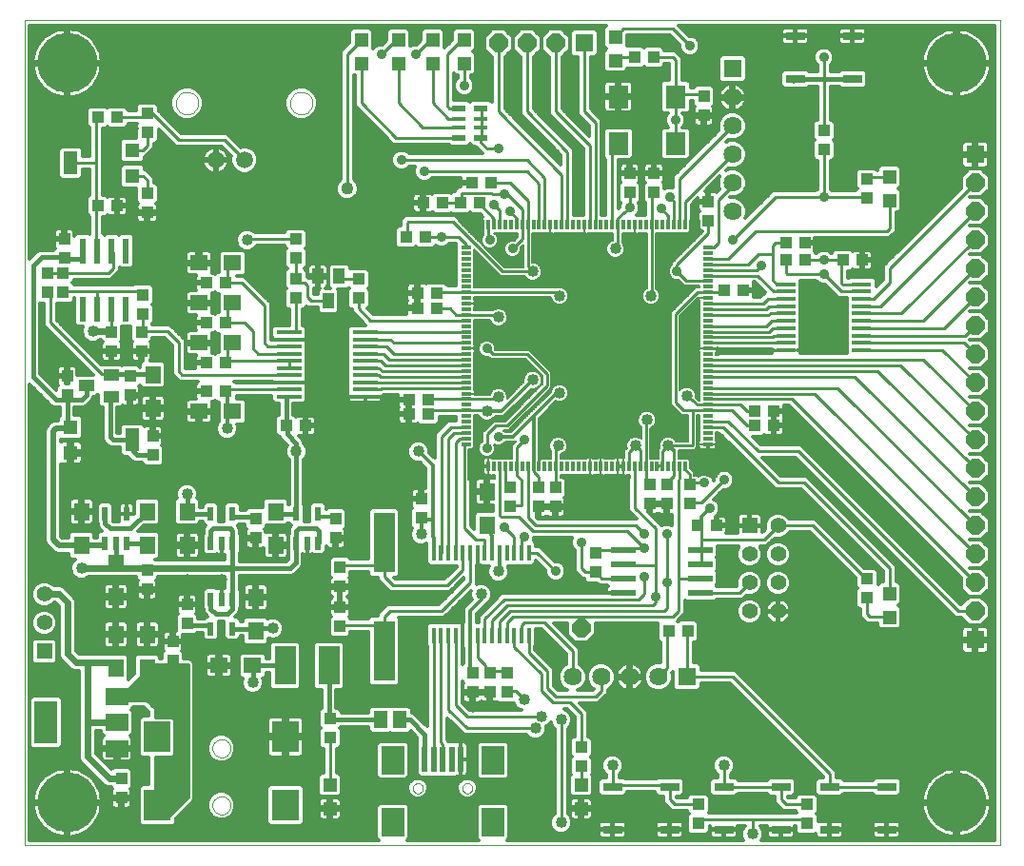
<source format=gtl>
G75*
G70*
%OFA0B0*%
%FSLAX24Y24*%
%IPPOS*%
%LPD*%
%AMOC8*
5,1,8,0,0,1.08239X$1,22.5*
%
%ADD10C,0.0000*%
%ADD11R,0.0866X0.0236*%
%ADD12R,0.0137X0.0550*%
%ADD13R,0.0217X0.0472*%
%ADD14R,0.0354X0.0118*%
%ADD15R,0.0118X0.0354*%
%ADD16R,0.0709X0.0787*%
%ADD17R,0.0640X0.0640*%
%ADD18C,0.0640*%
%ADD19R,0.0433X0.0394*%
%ADD20R,0.0394X0.0433*%
%ADD21OC8,0.0640*%
%ADD22R,0.0787X0.0984*%
%ADD23R,0.0197X0.0906*%
%ADD24R,0.0551X0.0630*%
%ADD25R,0.0748X0.1339*%
%ADD26C,0.2100*%
%ADD27R,0.0630X0.0551*%
%ADD28R,0.0650X0.0300*%
%ADD29R,0.0472X0.0472*%
%ADD30R,0.0760X0.2100*%
%ADD31R,0.0512X0.0591*%
%ADD32R,0.0555X0.0555*%
%ADD33C,0.0555*%
%ADD34R,0.0551X0.0394*%
%ADD35R,0.0512X0.0512*%
%ADD36R,0.0512X0.0787*%
%ADD37R,0.0236X0.0866*%
%ADD38R,0.0394X0.0551*%
%ADD39R,0.0787X0.0591*%
%ADD40R,0.0787X0.1496*%
%ADD41C,0.0594*%
%ADD42R,0.0453X0.0173*%
%ADD43R,0.0453X0.0248*%
%ADD44R,0.0669X0.0157*%
%ADD45R,0.0945X0.1102*%
%ADD46R,0.0890X0.0130*%
%ADD47C,0.0100*%
%ADD48C,0.0350*%
%ADD49C,0.0120*%
%ADD50C,0.0400*%
%ADD51C,0.0160*%
%ADD52C,0.0240*%
%ADD53C,0.0436*%
%ADD54C,0.0060*%
%ADD55C,0.0200*%
D10*
X000161Y000726D02*
X000161Y029622D01*
X034331Y029622D01*
X034331Y000726D01*
X000161Y000726D01*
X006746Y002126D02*
X006748Y002161D01*
X006754Y002196D01*
X006764Y002230D01*
X006777Y002263D01*
X006794Y002294D01*
X006815Y002322D01*
X006838Y002349D01*
X006865Y002372D01*
X006893Y002393D01*
X006924Y002410D01*
X006957Y002423D01*
X006991Y002433D01*
X007026Y002439D01*
X007061Y002441D01*
X007096Y002439D01*
X007131Y002433D01*
X007165Y002423D01*
X007198Y002410D01*
X007229Y002393D01*
X007257Y002372D01*
X007284Y002349D01*
X007307Y002322D01*
X007328Y002294D01*
X007345Y002263D01*
X007358Y002230D01*
X007368Y002196D01*
X007374Y002161D01*
X007376Y002126D01*
X007374Y002091D01*
X007368Y002056D01*
X007358Y002022D01*
X007345Y001989D01*
X007328Y001958D01*
X007307Y001930D01*
X007284Y001903D01*
X007257Y001880D01*
X007229Y001859D01*
X007198Y001842D01*
X007165Y001829D01*
X007131Y001819D01*
X007096Y001813D01*
X007061Y001811D01*
X007026Y001813D01*
X006991Y001819D01*
X006957Y001829D01*
X006924Y001842D01*
X006893Y001859D01*
X006865Y001880D01*
X006838Y001903D01*
X006815Y001930D01*
X006794Y001958D01*
X006777Y001989D01*
X006764Y002022D01*
X006754Y002056D01*
X006748Y002091D01*
X006746Y002126D01*
X006746Y004126D02*
X006748Y004161D01*
X006754Y004196D01*
X006764Y004230D01*
X006777Y004263D01*
X006794Y004294D01*
X006815Y004322D01*
X006838Y004349D01*
X006865Y004372D01*
X006893Y004393D01*
X006924Y004410D01*
X006957Y004423D01*
X006991Y004433D01*
X007026Y004439D01*
X007061Y004441D01*
X007096Y004439D01*
X007131Y004433D01*
X007165Y004423D01*
X007198Y004410D01*
X007229Y004393D01*
X007257Y004372D01*
X007284Y004349D01*
X007307Y004322D01*
X007328Y004294D01*
X007345Y004263D01*
X007358Y004230D01*
X007368Y004196D01*
X007374Y004161D01*
X007376Y004126D01*
X007374Y004091D01*
X007368Y004056D01*
X007358Y004022D01*
X007345Y003989D01*
X007328Y003958D01*
X007307Y003930D01*
X007284Y003903D01*
X007257Y003880D01*
X007229Y003859D01*
X007198Y003842D01*
X007165Y003829D01*
X007131Y003819D01*
X007096Y003813D01*
X007061Y003811D01*
X007026Y003813D01*
X006991Y003819D01*
X006957Y003829D01*
X006924Y003842D01*
X006893Y003859D01*
X006865Y003880D01*
X006838Y003903D01*
X006815Y003930D01*
X006794Y003958D01*
X006777Y003989D01*
X006764Y004022D01*
X006754Y004056D01*
X006748Y004091D01*
X006746Y004126D01*
X013768Y002726D02*
X013770Y002752D01*
X013776Y002778D01*
X013786Y002803D01*
X013799Y002826D01*
X013815Y002846D01*
X013835Y002864D01*
X013857Y002879D01*
X013880Y002891D01*
X013906Y002899D01*
X013932Y002903D01*
X013958Y002903D01*
X013984Y002899D01*
X014010Y002891D01*
X014034Y002879D01*
X014055Y002864D01*
X014075Y002846D01*
X014091Y002826D01*
X014104Y002803D01*
X014114Y002778D01*
X014120Y002752D01*
X014122Y002726D01*
X014120Y002700D01*
X014114Y002674D01*
X014104Y002649D01*
X014091Y002626D01*
X014075Y002606D01*
X014055Y002588D01*
X014033Y002573D01*
X014010Y002561D01*
X013984Y002553D01*
X013958Y002549D01*
X013932Y002549D01*
X013906Y002553D01*
X013880Y002561D01*
X013856Y002573D01*
X013835Y002588D01*
X013815Y002606D01*
X013799Y002626D01*
X013786Y002649D01*
X013776Y002674D01*
X013770Y002700D01*
X013768Y002726D01*
X015500Y002726D02*
X015502Y002752D01*
X015508Y002778D01*
X015518Y002803D01*
X015531Y002826D01*
X015547Y002846D01*
X015567Y002864D01*
X015589Y002879D01*
X015612Y002891D01*
X015638Y002899D01*
X015664Y002903D01*
X015690Y002903D01*
X015716Y002899D01*
X015742Y002891D01*
X015766Y002879D01*
X015787Y002864D01*
X015807Y002846D01*
X015823Y002826D01*
X015836Y002803D01*
X015846Y002778D01*
X015852Y002752D01*
X015854Y002726D01*
X015852Y002700D01*
X015846Y002674D01*
X015836Y002649D01*
X015823Y002626D01*
X015807Y002606D01*
X015787Y002588D01*
X015765Y002573D01*
X015742Y002561D01*
X015716Y002553D01*
X015690Y002549D01*
X015664Y002549D01*
X015638Y002553D01*
X015612Y002561D01*
X015588Y002573D01*
X015567Y002588D01*
X015547Y002606D01*
X015531Y002626D01*
X015518Y002649D01*
X015508Y002674D01*
X015502Y002700D01*
X015500Y002726D01*
X009467Y026726D02*
X009469Y026765D01*
X009475Y026804D01*
X009485Y026842D01*
X009498Y026879D01*
X009515Y026914D01*
X009535Y026948D01*
X009559Y026979D01*
X009586Y027008D01*
X009615Y027034D01*
X009647Y027057D01*
X009681Y027077D01*
X009717Y027093D01*
X009754Y027105D01*
X009793Y027114D01*
X009832Y027119D01*
X009871Y027120D01*
X009910Y027117D01*
X009949Y027110D01*
X009986Y027099D01*
X010023Y027085D01*
X010058Y027067D01*
X010091Y027046D01*
X010122Y027021D01*
X010150Y026994D01*
X010175Y026964D01*
X010197Y026931D01*
X010216Y026897D01*
X010231Y026861D01*
X010243Y026823D01*
X010251Y026785D01*
X010255Y026746D01*
X010255Y026706D01*
X010251Y026667D01*
X010243Y026629D01*
X010231Y026591D01*
X010216Y026555D01*
X010197Y026521D01*
X010175Y026488D01*
X010150Y026458D01*
X010122Y026431D01*
X010091Y026406D01*
X010058Y026385D01*
X010023Y026367D01*
X009986Y026353D01*
X009949Y026342D01*
X009910Y026335D01*
X009871Y026332D01*
X009832Y026333D01*
X009793Y026338D01*
X009754Y026347D01*
X009717Y026359D01*
X009681Y026375D01*
X009647Y026395D01*
X009615Y026418D01*
X009586Y026444D01*
X009559Y026473D01*
X009535Y026504D01*
X009515Y026538D01*
X009498Y026573D01*
X009485Y026610D01*
X009475Y026648D01*
X009469Y026687D01*
X009467Y026726D01*
X005467Y026726D02*
X005469Y026765D01*
X005475Y026804D01*
X005485Y026842D01*
X005498Y026879D01*
X005515Y026914D01*
X005535Y026948D01*
X005559Y026979D01*
X005586Y027008D01*
X005615Y027034D01*
X005647Y027057D01*
X005681Y027077D01*
X005717Y027093D01*
X005754Y027105D01*
X005793Y027114D01*
X005832Y027119D01*
X005871Y027120D01*
X005910Y027117D01*
X005949Y027110D01*
X005986Y027099D01*
X006023Y027085D01*
X006058Y027067D01*
X006091Y027046D01*
X006122Y027021D01*
X006150Y026994D01*
X006175Y026964D01*
X006197Y026931D01*
X006216Y026897D01*
X006231Y026861D01*
X006243Y026823D01*
X006251Y026785D01*
X006255Y026746D01*
X006255Y026706D01*
X006251Y026667D01*
X006243Y026629D01*
X006231Y026591D01*
X006216Y026555D01*
X006197Y026521D01*
X006175Y026488D01*
X006150Y026458D01*
X006122Y026431D01*
X006091Y026406D01*
X006058Y026385D01*
X006023Y026367D01*
X005986Y026353D01*
X005949Y026342D01*
X005910Y026335D01*
X005871Y026332D01*
X005832Y026333D01*
X005793Y026338D01*
X005754Y026347D01*
X005717Y026359D01*
X005681Y026375D01*
X005647Y026395D01*
X005615Y026418D01*
X005586Y026444D01*
X005559Y026473D01*
X005535Y026504D01*
X005515Y026538D01*
X005498Y026573D01*
X005485Y026610D01*
X005475Y026648D01*
X005469Y026687D01*
X005467Y026726D01*
D11*
X021138Y011076D03*
X021138Y010576D03*
X021138Y010076D03*
X021138Y009576D03*
X023835Y009576D03*
X023835Y010076D03*
X023835Y010576D03*
X023835Y011076D03*
D12*
X017825Y010965D03*
X017569Y010965D03*
X017313Y010965D03*
X017057Y010965D03*
X016801Y010965D03*
X016545Y010965D03*
X016289Y010965D03*
X016033Y010965D03*
X015777Y010965D03*
X015521Y010965D03*
X015266Y010965D03*
X015010Y010965D03*
X014754Y010965D03*
X014498Y010965D03*
X014498Y008086D03*
X014754Y008086D03*
X015010Y008086D03*
X015266Y008086D03*
X015521Y008086D03*
X015777Y008086D03*
X016033Y008086D03*
X016289Y008086D03*
X016545Y008086D03*
X016801Y008086D03*
X017057Y008086D03*
X017313Y008086D03*
X017569Y008086D03*
X017825Y008086D03*
D13*
X010435Y011314D03*
X010061Y011314D03*
X009687Y011314D03*
X009687Y012337D03*
X010435Y012337D03*
X007435Y012337D03*
X006687Y012337D03*
X006687Y011314D03*
X007061Y011314D03*
X007435Y011314D03*
X007435Y009337D03*
X007061Y009337D03*
X006687Y009337D03*
X006687Y008314D03*
X007435Y008314D03*
X003735Y011314D03*
X003361Y011314D03*
X002987Y011314D03*
X002987Y012337D03*
X003735Y012337D03*
D14*
X015629Y014781D03*
X015629Y014978D03*
X015629Y015174D03*
X015629Y015371D03*
X015629Y015568D03*
X015629Y015765D03*
X015629Y015962D03*
X015629Y016159D03*
X015629Y016356D03*
X015629Y016552D03*
X015629Y016749D03*
X015629Y016946D03*
X015629Y017143D03*
X015629Y017340D03*
X015629Y017537D03*
X015629Y017734D03*
X015629Y017930D03*
X015629Y018127D03*
X015629Y018324D03*
X015629Y018521D03*
X015629Y018718D03*
X015629Y018915D03*
X015629Y019111D03*
X015629Y019308D03*
X015629Y019505D03*
X015629Y019702D03*
X015629Y019899D03*
X015629Y020096D03*
X015629Y020293D03*
X015629Y020489D03*
X015629Y020686D03*
X015629Y020883D03*
X015629Y021080D03*
X015629Y021277D03*
X015629Y021474D03*
X015629Y021671D03*
X024094Y021671D03*
X024094Y021474D03*
X024094Y021277D03*
X024094Y021080D03*
X024094Y020883D03*
X024094Y020686D03*
X024094Y020489D03*
X024094Y020293D03*
X024094Y020096D03*
X024094Y019899D03*
X024094Y019702D03*
X024094Y019505D03*
X024094Y019308D03*
X024094Y019111D03*
X024094Y018915D03*
X024094Y018718D03*
X024094Y018521D03*
X024094Y018324D03*
X024094Y018127D03*
X024094Y017930D03*
X024094Y017734D03*
X024094Y017537D03*
X024094Y017340D03*
X024094Y017143D03*
X024094Y016946D03*
X024094Y016749D03*
X024094Y016552D03*
X024094Y016356D03*
X024094Y016159D03*
X024094Y015962D03*
X024094Y015765D03*
X024094Y015568D03*
X024094Y015371D03*
X024094Y015174D03*
X024094Y014978D03*
X024094Y014781D03*
D15*
X023306Y013993D03*
X023109Y013993D03*
X022912Y013993D03*
X022716Y013993D03*
X022519Y013993D03*
X022322Y013993D03*
X022125Y013993D03*
X021928Y013993D03*
X021731Y013993D03*
X021534Y013993D03*
X021338Y013993D03*
X021141Y013993D03*
X020944Y013993D03*
X020747Y013993D03*
X020550Y013993D03*
X020353Y013993D03*
X020157Y013993D03*
X019960Y013993D03*
X019763Y013993D03*
X019566Y013993D03*
X019369Y013993D03*
X019172Y013993D03*
X018975Y013993D03*
X018779Y013993D03*
X018582Y013993D03*
X018385Y013993D03*
X018188Y013993D03*
X017991Y013993D03*
X017794Y013993D03*
X017597Y013993D03*
X017401Y013993D03*
X017204Y013993D03*
X017007Y013993D03*
X016810Y013993D03*
X016613Y013993D03*
X016416Y013993D03*
X016416Y022458D03*
X016613Y022458D03*
X016810Y022458D03*
X017007Y022458D03*
X017204Y022458D03*
X017401Y022458D03*
X017597Y022458D03*
X017794Y022458D03*
X017991Y022458D03*
X018188Y022458D03*
X018385Y022458D03*
X018582Y022458D03*
X018779Y022458D03*
X018975Y022458D03*
X019172Y022458D03*
X019369Y022458D03*
X019566Y022458D03*
X019763Y022458D03*
X019960Y022458D03*
X020157Y022458D03*
X020353Y022458D03*
X020550Y022458D03*
X020747Y022458D03*
X020944Y022458D03*
X021141Y022458D03*
X021338Y022458D03*
X021534Y022458D03*
X021731Y022458D03*
X021928Y022458D03*
X022125Y022458D03*
X022322Y022458D03*
X022519Y022458D03*
X022716Y022458D03*
X022912Y022458D03*
X023109Y022458D03*
X023306Y022458D03*
D16*
X022961Y025299D03*
X022961Y026952D03*
X020961Y026952D03*
X020961Y025299D03*
D17*
X024961Y027926D03*
X019761Y028826D03*
X033461Y024926D03*
X033461Y007926D03*
X023361Y006626D03*
D18*
X022361Y006626D03*
X021361Y006626D03*
X020361Y006626D03*
X019361Y006626D03*
X024961Y022926D03*
X024961Y023926D03*
X024961Y024926D03*
X024961Y025926D03*
X024961Y026926D03*
D19*
X028161Y025760D03*
X028161Y025091D03*
X029661Y024060D03*
X029661Y023391D03*
X029496Y021226D03*
X028827Y021226D03*
X025346Y020176D03*
X024677Y020176D03*
X025727Y015926D03*
X025727Y015426D03*
X026396Y015426D03*
X026396Y015926D03*
X023461Y013360D03*
X023461Y012691D03*
X023727Y011926D03*
X024396Y011926D03*
X020161Y010960D03*
X020161Y010291D03*
X017161Y012591D03*
X017161Y013260D03*
X014296Y015826D03*
X014296Y016326D03*
X013627Y016326D03*
X013627Y015826D03*
X009996Y015426D03*
X009327Y015426D03*
X007196Y016626D03*
X006527Y016626D03*
X006527Y017626D03*
X007196Y017626D03*
X007196Y019026D03*
X006527Y019026D03*
X006527Y020426D03*
X007196Y020426D03*
X009661Y020560D03*
X009661Y019891D03*
X009661Y021291D03*
X009661Y021960D03*
X011861Y020560D03*
X011861Y019891D03*
X013927Y020076D03*
X013927Y019551D03*
X014596Y019551D03*
X014596Y020076D03*
X014796Y023226D03*
X014127Y023226D03*
X015827Y023926D03*
X016496Y023926D03*
X004461Y023560D03*
X004461Y022891D03*
X003396Y023126D03*
X002727Y023126D03*
X001511Y020760D03*
X000961Y020760D03*
X000961Y020091D03*
X001511Y020091D03*
X004311Y020010D03*
X004311Y019341D03*
X004461Y025691D03*
X004461Y026360D03*
X003396Y026226D03*
X002727Y026226D03*
X016461Y006760D03*
X017061Y006760D03*
X017061Y006091D03*
X016461Y006091D03*
X019661Y004160D03*
X019661Y003491D03*
X023761Y002160D03*
X023761Y001491D03*
X027561Y001491D03*
X027561Y002160D03*
X029661Y009391D03*
X029661Y010060D03*
X010861Y005160D03*
X010861Y004491D03*
D20*
X015861Y006091D03*
X015861Y006760D03*
X011211Y008391D03*
X011211Y009060D03*
X011211Y009791D03*
X011211Y010460D03*
X011061Y011491D03*
X011061Y012160D03*
X008261Y012160D03*
X008261Y011491D03*
X005861Y009160D03*
X005861Y008491D03*
X005361Y007860D03*
X005361Y007191D03*
X004461Y009691D03*
X004461Y010360D03*
X004661Y014391D03*
X004661Y015060D03*
X003861Y016491D03*
X003861Y017160D03*
X004261Y018041D03*
X004261Y018710D03*
X003211Y018710D03*
X003211Y018041D03*
X001661Y017160D03*
X001661Y016491D03*
X001561Y021291D03*
X001561Y021960D03*
X013527Y022026D03*
X014196Y022026D03*
X015427Y023226D03*
X016096Y023226D03*
X021361Y023591D03*
X021361Y024260D03*
X022211Y024260D03*
X022211Y023591D03*
X024111Y023260D03*
X024111Y022591D03*
X026827Y021826D03*
X026827Y021226D03*
X027496Y021226D03*
X027496Y021826D03*
X023961Y026291D03*
X023961Y026960D03*
X022196Y028326D03*
X021527Y028326D03*
X022061Y013360D03*
X022661Y013360D03*
X022661Y012691D03*
X022061Y012691D03*
X018761Y012591D03*
X018161Y012591D03*
X018161Y013260D03*
X018761Y013260D03*
X014061Y012860D03*
X014061Y012191D03*
X022727Y008226D03*
X023396Y008226D03*
X003561Y003060D03*
X003561Y002391D03*
D21*
X019661Y008326D03*
X033461Y008926D03*
X033461Y009926D03*
X033461Y010926D03*
X033461Y011926D03*
X033461Y012926D03*
X033461Y013926D03*
X033461Y014926D03*
X033461Y015926D03*
X033461Y016926D03*
X033461Y017926D03*
X033461Y018926D03*
X033461Y019926D03*
X033461Y020926D03*
X033461Y021926D03*
X033461Y022926D03*
X033461Y023926D03*
X018761Y028826D03*
X017761Y028826D03*
X016761Y028826D03*
D22*
X016563Y003710D03*
X016563Y001545D03*
X013059Y001545D03*
X013059Y003710D03*
D23*
X014181Y003749D03*
X014496Y003749D03*
X014811Y003749D03*
X015126Y003749D03*
X015441Y003749D03*
D24*
X008261Y008235D03*
X008261Y009416D03*
X008961Y011235D03*
X008961Y012416D03*
X005861Y012416D03*
X005861Y011235D03*
X004461Y011235D03*
X003361Y010616D03*
X002161Y011235D03*
X002161Y012416D03*
X004461Y012416D03*
X003361Y009435D03*
X003361Y008116D03*
X004461Y008116D03*
X004461Y006935D03*
X003361Y006935D03*
X004661Y016035D03*
X004661Y017216D03*
X016361Y013116D03*
X016361Y011935D03*
D25*
X010829Y007026D03*
X009294Y007026D03*
D26*
X001661Y002226D03*
X032811Y002226D03*
X032811Y028126D03*
X001661Y028126D03*
D27*
X006271Y021126D03*
X007452Y021126D03*
X007452Y019726D03*
X006271Y019726D03*
X006271Y018326D03*
X007452Y018326D03*
X007452Y015926D03*
X006271Y015926D03*
X006971Y007026D03*
X008152Y007026D03*
D28*
X020761Y002776D03*
X020761Y001276D03*
X022761Y001276D03*
X024661Y001276D03*
X024661Y002776D03*
X022761Y002776D03*
X026661Y002776D03*
X028361Y002776D03*
X028361Y001276D03*
X026661Y001276D03*
X030361Y001276D03*
X030361Y002776D03*
X029161Y027576D03*
X029161Y029076D03*
X027161Y029076D03*
X027161Y027576D03*
D29*
X030461Y024139D03*
X030461Y023312D03*
X020861Y028212D03*
X020861Y029039D03*
X015561Y028939D03*
X015561Y028112D03*
X014461Y028112D03*
X014461Y028939D03*
X013261Y028939D03*
X013261Y028112D03*
X011961Y028112D03*
X011961Y028939D03*
X030461Y009539D03*
X030461Y008712D03*
X019661Y002839D03*
X019661Y002012D03*
X010861Y002012D03*
X010861Y002839D03*
D30*
X012761Y007526D03*
X012761Y011326D03*
D31*
X012627Y005126D03*
X013296Y005126D03*
D32*
X025561Y011926D03*
X000861Y007526D03*
D33*
X000861Y008526D03*
X000861Y009526D03*
X025561Y009926D03*
X025561Y010926D03*
X026561Y010926D03*
X026561Y009926D03*
X026561Y008926D03*
X025561Y008926D03*
X026561Y011926D03*
D34*
X003194Y016452D03*
X003194Y017200D03*
X002328Y016826D03*
D35*
X001779Y015378D03*
X001779Y014473D03*
X003944Y024173D03*
X003944Y025078D03*
D36*
X001779Y024626D03*
X003944Y014926D03*
D37*
X003711Y019502D03*
X003211Y019502D03*
X002711Y019502D03*
X002211Y019502D03*
X002211Y021549D03*
X002711Y021549D03*
X003211Y021549D03*
X003711Y021549D03*
D38*
X010437Y020659D03*
X011185Y020659D03*
X010811Y019793D03*
D39*
X003401Y005931D03*
X003401Y005026D03*
X003401Y004120D03*
D40*
X000921Y005026D03*
D41*
X006861Y024726D03*
X007861Y024726D03*
D42*
X015377Y025868D03*
X015377Y026183D03*
X016145Y026183D03*
X016145Y025868D03*
D43*
X016145Y025516D03*
X015377Y025516D03*
X015377Y026536D03*
X016145Y026536D03*
D44*
X026834Y020377D03*
X026834Y020121D03*
X026834Y019865D03*
X026834Y019610D03*
X026834Y019354D03*
X026834Y019098D03*
X026834Y018842D03*
X026834Y018586D03*
X026834Y018330D03*
X026834Y018074D03*
X029488Y018074D03*
X029488Y018330D03*
X029488Y018586D03*
X029488Y018842D03*
X029488Y019098D03*
X029488Y019354D03*
X029488Y019610D03*
X029488Y019865D03*
X029488Y020121D03*
X029488Y020377D03*
D45*
X009305Y004527D03*
X009305Y002126D03*
X004817Y002126D03*
X004817Y004527D03*
D46*
X009431Y016451D03*
X009431Y016701D03*
X009431Y016951D03*
X009431Y017201D03*
X009431Y017451D03*
X009431Y017701D03*
X009431Y017951D03*
X009431Y018201D03*
X009431Y018451D03*
X009431Y018701D03*
X012091Y018701D03*
X012091Y018451D03*
X012091Y018201D03*
X012091Y017951D03*
X012091Y017701D03*
X012091Y017451D03*
X012091Y017201D03*
X012091Y016951D03*
X012091Y016701D03*
X012091Y016451D03*
D47*
X012091Y016701D02*
X012636Y016701D01*
X012685Y016749D01*
X015629Y016749D01*
X015629Y016946D02*
X012699Y016946D01*
X012694Y016951D01*
X012091Y016951D01*
X012091Y017201D02*
X012586Y017201D01*
X012644Y017143D01*
X015629Y017143D01*
X015629Y017340D02*
X012697Y017340D01*
X012586Y017451D01*
X012091Y017451D01*
X012091Y017701D02*
X012636Y017701D01*
X012800Y017537D01*
X015629Y017537D01*
X015629Y017734D02*
X012953Y017734D01*
X012736Y017951D01*
X012091Y017951D01*
X012091Y018201D02*
X012836Y018201D01*
X013107Y017930D01*
X015629Y017930D01*
X015629Y017734D02*
X015628Y017734D01*
X015629Y018324D02*
X013113Y018324D01*
X012986Y018451D01*
X012091Y018451D01*
X012091Y018701D02*
X013036Y018701D01*
X013054Y018718D01*
X015628Y018718D01*
X015629Y018718D01*
X015628Y018325D02*
X015629Y018324D01*
X016361Y018126D02*
X016561Y017926D01*
X017761Y017926D01*
X018461Y017226D01*
X018461Y016826D01*
X017061Y015426D01*
X016661Y015426D01*
X016361Y015126D01*
X016361Y014626D01*
X015629Y014781D02*
X015561Y014781D01*
X015561Y011826D01*
X015961Y011426D01*
X016261Y011426D01*
X016289Y011398D01*
X016289Y010965D01*
X015777Y010965D02*
X015777Y009942D01*
X014761Y008926D01*
X012961Y008926D01*
X012761Y008726D01*
X012761Y008426D01*
X011261Y008426D01*
X011261Y008391D01*
X011211Y008391D01*
X012761Y008426D02*
X012761Y007726D01*
X012735Y007752D01*
X012761Y007726D02*
X012761Y007526D01*
X014498Y008086D02*
X014498Y003751D01*
X014496Y003749D01*
X014811Y003749D02*
X014811Y004268D01*
X014754Y004326D01*
X014754Y008086D01*
X015010Y008086D02*
X015010Y005477D01*
X015661Y004826D01*
X018061Y004826D01*
X018261Y005226D02*
X015661Y005226D01*
X015266Y005621D01*
X015266Y008086D01*
X016033Y008086D02*
X016033Y007304D01*
X016311Y007026D01*
X016311Y006910D01*
X016461Y006760D01*
X016461Y006826D01*
X017096Y006826D01*
X017061Y006760D01*
X017061Y006126D02*
X017361Y006126D01*
X017661Y005826D01*
X017061Y006091D02*
X017061Y006126D01*
X018261Y006126D02*
X018661Y005726D01*
X019261Y005726D01*
X019661Y005326D01*
X019661Y004160D01*
X019661Y003491D02*
X019661Y002839D01*
X020761Y002826D02*
X022711Y002826D01*
X022761Y002776D01*
X022761Y002326D01*
X022927Y002160D01*
X023761Y002160D01*
X023796Y001626D02*
X023761Y001491D01*
X023761Y001526D01*
X023796Y001626D02*
X025661Y001626D01*
X025661Y001126D01*
X025661Y001626D02*
X027561Y001626D01*
X027561Y001491D01*
X027561Y002160D02*
X026827Y002160D01*
X026661Y002326D01*
X026661Y002776D01*
X024661Y002776D01*
X024661Y003526D01*
X024961Y006626D02*
X028361Y003226D01*
X028361Y002776D01*
X030361Y002776D01*
X024961Y006626D02*
X023361Y006626D01*
X023361Y008191D01*
X023396Y008226D01*
X022727Y008226D02*
X022661Y008291D01*
X022727Y008226D02*
X022661Y008160D01*
X022661Y006926D01*
X022361Y006626D01*
X020361Y006626D02*
X020361Y006126D01*
X020161Y005926D01*
X018761Y005926D01*
X018461Y006226D01*
X018461Y006826D01*
X017825Y007462D01*
X017825Y008086D01*
X017569Y008086D02*
X017569Y008433D01*
X017661Y008526D01*
X018361Y008526D01*
X019361Y007526D01*
X019361Y006626D01*
X018261Y006726D02*
X018261Y006126D01*
X018261Y006726D02*
X017313Y007674D01*
X017313Y008086D01*
X017057Y008086D02*
X017057Y008521D01*
X017261Y008726D01*
X019561Y008726D01*
X019661Y008626D01*
X019761Y008726D01*
X022861Y008726D01*
X023061Y008926D01*
X023061Y010076D01*
X023061Y013526D01*
X023109Y013574D01*
X023109Y013993D01*
X022912Y013993D02*
X022912Y014574D01*
X022761Y014726D01*
X022711Y014726D02*
X023561Y014726D01*
X023561Y015962D01*
X024094Y015962D01*
X024925Y015962D01*
X025461Y015426D01*
X025727Y015426D01*
X025727Y015926D02*
X025461Y015926D01*
X025228Y016159D01*
X024094Y016159D01*
X023728Y016159D01*
X023361Y016476D01*
X022961Y016226D02*
X022961Y019326D01*
X023731Y020096D01*
X024094Y020096D01*
X024707Y020096D01*
X024677Y020176D01*
X024094Y020489D02*
X023347Y020489D01*
X023011Y020826D01*
X023011Y021076D01*
X024011Y022076D01*
X024061Y022126D01*
X024111Y022176D01*
X024111Y022591D01*
X023306Y022458D02*
X023306Y023271D01*
X024961Y024926D01*
X024961Y025926D02*
X023109Y024074D01*
X023109Y022458D01*
X022912Y022458D02*
X022912Y023274D01*
X022761Y023426D01*
X022461Y023026D02*
X022716Y022771D01*
X022716Y022458D01*
X022125Y022458D02*
X022125Y023477D01*
X022211Y023591D01*
X021361Y023591D02*
X021361Y023076D01*
X020944Y022708D01*
X020944Y022458D01*
X020944Y021708D01*
X020861Y021626D01*
X020747Y022458D02*
X020747Y025311D01*
X020761Y025326D01*
X020934Y025326D01*
X020961Y025299D01*
X019960Y025227D02*
X018761Y026426D01*
X018761Y028826D01*
X017761Y028826D02*
X017761Y026426D01*
X019172Y025015D01*
X019172Y022458D01*
X018975Y022458D02*
X018975Y024211D01*
X016761Y026426D01*
X016761Y028826D01*
X015561Y028939D02*
X015475Y028939D01*
X014961Y028426D01*
X014961Y026626D01*
X015051Y026536D01*
X015377Y026536D01*
X015377Y026183D02*
X015004Y026183D01*
X014461Y026726D01*
X014461Y028112D01*
X013861Y028426D02*
X014375Y028939D01*
X014461Y028939D01*
X013261Y028939D02*
X013175Y028939D01*
X012661Y028426D01*
X013261Y028112D02*
X013261Y026726D01*
X014119Y025868D01*
X015377Y025868D01*
X015377Y025516D02*
X013171Y025516D01*
X011961Y026726D01*
X011961Y028112D01*
X011461Y028439D02*
X011961Y028939D01*
X011461Y028439D02*
X011461Y023726D01*
X013361Y024726D02*
X017761Y024726D01*
X018385Y024102D01*
X018385Y022458D01*
X018188Y022458D02*
X018188Y023899D01*
X017761Y024326D01*
X014161Y024326D01*
X014796Y023226D02*
X015427Y023226D01*
X015461Y023160D01*
X015461Y023576D01*
X016511Y023576D01*
X016561Y023526D01*
X016961Y023526D01*
X017061Y023526D01*
X017597Y022989D01*
X017597Y022458D01*
X017597Y021962D01*
X017261Y021626D01*
X017794Y020993D02*
X017961Y020826D01*
X016911Y020826D01*
X015161Y022576D01*
X013611Y022576D01*
X013561Y022526D01*
X013561Y022060D01*
X013527Y022026D01*
X014196Y022026D02*
X014761Y022026D01*
X015361Y022026D01*
X015629Y021758D01*
X015629Y021671D01*
X016416Y021971D02*
X016416Y022458D01*
X016613Y022458D02*
X016613Y022674D01*
X016096Y023191D01*
X016096Y023226D01*
X016611Y023176D02*
X016810Y022977D01*
X016810Y022458D01*
X016416Y021971D02*
X016461Y021926D01*
X017401Y022458D02*
X017401Y022686D01*
X017161Y022926D01*
X017794Y023293D02*
X017161Y023926D01*
X016496Y023926D01*
X017794Y023293D02*
X017794Y022458D01*
X017794Y020993D01*
X018791Y020096D02*
X018911Y019976D01*
X018791Y020096D02*
X015629Y020096D01*
X014626Y020096D01*
X014596Y020076D01*
X014596Y019551D02*
X014621Y019526D01*
X015061Y019526D01*
X015279Y019308D01*
X015629Y019308D01*
X016679Y019308D01*
X016761Y019226D01*
X015629Y019111D02*
X012275Y019111D01*
X011861Y019526D01*
X011861Y019891D01*
X011861Y020560D02*
X011234Y020560D01*
X011185Y020659D01*
X010061Y020326D02*
X010061Y019926D01*
X010194Y019793D01*
X010811Y019793D01*
X010061Y020326D02*
X009961Y020426D01*
X009761Y020426D01*
X009661Y020526D01*
X009661Y020560D01*
X009661Y021291D01*
X009661Y021960D02*
X007996Y021960D01*
X007961Y021926D01*
X007452Y021126D02*
X007261Y020935D01*
X007261Y020426D01*
X007196Y020426D01*
X007761Y020426D01*
X008561Y019626D01*
X008561Y018326D01*
X008686Y018201D01*
X009431Y018201D01*
X009431Y017951D02*
X008336Y017951D01*
X008161Y018126D01*
X008161Y018726D01*
X007861Y019026D01*
X007196Y019026D01*
X007261Y019026D01*
X007261Y019535D01*
X007452Y019726D01*
X007452Y018326D02*
X007261Y018135D01*
X007261Y017626D01*
X007196Y017626D01*
X007271Y017701D01*
X009431Y017701D01*
X009431Y017451D01*
X009431Y017201D02*
X005686Y017201D01*
X005561Y017326D01*
X005561Y018326D01*
X005161Y018726D01*
X004277Y018726D01*
X004261Y018710D01*
X004311Y018760D01*
X004311Y019341D01*
X004311Y020010D02*
X004196Y020126D01*
X002761Y020126D01*
X002711Y020126D01*
X002711Y019502D01*
X003211Y019502D02*
X003211Y018776D01*
X003161Y018726D01*
X003211Y018710D02*
X003211Y019502D01*
X002711Y020126D02*
X001561Y020126D01*
X001527Y020091D01*
X001511Y020091D01*
X001061Y019991D02*
X001061Y019026D01*
X002861Y017226D01*
X003168Y017226D01*
X003194Y017200D01*
X001661Y016491D02*
X001627Y016426D01*
X001061Y019991D02*
X000961Y020091D01*
X000961Y020760D02*
X001511Y020760D01*
X003096Y020760D01*
X003261Y020926D01*
X003261Y021499D01*
X003211Y021549D01*
X002711Y021549D02*
X002661Y021549D01*
X002661Y023126D01*
X002727Y023126D01*
X002661Y023126D02*
X002661Y024626D01*
X002661Y026126D01*
X002727Y026226D01*
X003396Y026226D02*
X003531Y026360D01*
X003531Y026256D01*
X003561Y026226D01*
X004327Y026226D01*
X004461Y026360D01*
X004627Y026360D01*
X005561Y025426D01*
X007161Y025426D01*
X007861Y024726D01*
X004461Y025226D02*
X004314Y025078D01*
X003944Y025078D01*
X004461Y025226D02*
X004461Y025691D01*
X002661Y024626D02*
X001779Y024626D01*
X003944Y024173D02*
X004314Y024173D01*
X004461Y024026D01*
X004461Y023560D01*
X002211Y021549D02*
X002211Y021376D01*
X002111Y021276D01*
X001577Y021276D02*
X001561Y021291D01*
X007196Y017626D02*
X007274Y017704D01*
X007271Y016701D02*
X007196Y016626D01*
X007271Y016701D02*
X009431Y016701D01*
X009431Y016451D02*
X009361Y016451D01*
X009327Y016417D01*
X009327Y015426D02*
X009361Y015391D01*
X008961Y012416D02*
X009040Y012337D01*
X011261Y010526D02*
X012761Y010526D01*
X012761Y011326D01*
X012761Y010526D02*
X012761Y010126D01*
X013061Y009826D01*
X014961Y009826D01*
X015521Y010386D01*
X015521Y010965D01*
X015266Y010965D02*
X015266Y014830D01*
X015413Y014978D01*
X015629Y014978D01*
X015629Y015174D02*
X015210Y015174D01*
X015010Y014974D01*
X015010Y010965D01*
X014761Y010973D02*
X014761Y015026D01*
X015107Y015371D01*
X015629Y015371D01*
X015629Y015962D02*
X016325Y015962D01*
X016361Y015926D01*
X016691Y016356D02*
X016761Y016426D01*
X016691Y016356D02*
X015629Y016356D01*
X014391Y016356D01*
X014261Y016426D01*
X014296Y016326D01*
X014332Y015962D02*
X014296Y015826D01*
X014332Y015962D02*
X015629Y015962D01*
X017401Y014665D02*
X017661Y014926D01*
X017401Y014665D02*
X017401Y013993D01*
X017401Y013686D01*
X017561Y013526D01*
X017561Y012626D01*
X017161Y012626D01*
X017161Y012591D01*
X016810Y012277D02*
X016861Y012226D01*
X017461Y012226D01*
X017961Y011726D01*
X021261Y011726D01*
X021861Y011126D01*
X021161Y011126D01*
X021138Y011102D01*
X021138Y011076D01*
X020277Y011076D01*
X020161Y010960D01*
X019661Y011326D02*
X019661Y010426D01*
X019796Y010291D01*
X020161Y010291D01*
X020377Y010076D01*
X021138Y010076D01*
X021261Y010526D02*
X022261Y010526D01*
X022261Y009426D01*
X022261Y009226D01*
X022161Y009126D01*
X017061Y009126D01*
X016545Y008610D01*
X016545Y008086D01*
X016289Y008086D02*
X016289Y008654D01*
X016961Y009326D01*
X021661Y009326D01*
X021861Y009526D01*
X021861Y010126D01*
X022261Y010526D02*
X022261Y011826D01*
X021534Y012552D01*
X021534Y013993D01*
X021338Y013993D02*
X021338Y014502D01*
X021561Y014726D01*
X021731Y014556D01*
X021731Y013993D01*
X021928Y013993D02*
X021928Y015593D01*
X021961Y015626D01*
X022961Y016226D02*
X023225Y015962D01*
X023561Y015962D01*
X024094Y016356D02*
X027031Y016356D01*
X033461Y009926D01*
X033461Y010926D02*
X027834Y016552D01*
X024094Y016552D01*
X024094Y016749D02*
X028638Y016749D01*
X033461Y011926D01*
X033461Y012926D02*
X029244Y017143D01*
X024094Y017143D01*
X024094Y017340D02*
X030047Y017340D01*
X033461Y013926D01*
X033461Y014926D02*
X030850Y017537D01*
X024094Y017537D01*
X024094Y017734D02*
X031653Y017734D01*
X033461Y015926D01*
X033461Y016926D02*
X032313Y018074D01*
X029488Y018074D01*
X029488Y018330D02*
X033057Y018330D01*
X033461Y017926D01*
X033121Y018586D02*
X033461Y018926D01*
X033121Y018586D02*
X029488Y018586D01*
X029488Y018842D02*
X032377Y018842D01*
X033461Y019926D01*
X033461Y020926D02*
X031633Y019098D01*
X029488Y019098D01*
X029488Y019354D02*
X030889Y019354D01*
X033461Y021926D01*
X033461Y022926D02*
X030145Y019610D01*
X029488Y019610D01*
X029488Y019865D02*
X029901Y019865D01*
X030461Y020426D01*
X030461Y020926D01*
X033461Y023926D01*
X030461Y024139D02*
X030448Y024126D01*
X029661Y024126D01*
X029661Y024060D01*
X029661Y023426D02*
X029661Y023391D01*
X029661Y023426D02*
X028161Y023426D01*
X028161Y025091D01*
X028161Y025760D02*
X028161Y027576D01*
X028161Y028326D01*
X027161Y027626D02*
X027161Y027576D01*
X027061Y027476D01*
X023961Y027026D02*
X023034Y027026D01*
X022961Y026952D01*
X022961Y028226D01*
X022861Y028326D01*
X022196Y028326D01*
X021627Y028326D02*
X021527Y028326D01*
X020861Y028326D01*
X020861Y028212D01*
X020861Y029039D02*
X021148Y029326D01*
X022861Y029326D01*
X023461Y028726D01*
X023961Y027026D02*
X023961Y026960D01*
X022961Y026952D02*
X022961Y026126D01*
X022961Y025299D01*
X024961Y023926D02*
X024961Y023826D01*
X024461Y023326D01*
X024461Y021826D01*
X024306Y021671D01*
X024094Y021671D01*
X024094Y021277D02*
X024812Y021277D01*
X025761Y022226D01*
X030361Y022226D01*
X030461Y022326D01*
X030461Y023312D01*
X028161Y023426D02*
X026461Y023426D01*
X024961Y021926D01*
X025516Y021080D02*
X024094Y021080D01*
X024094Y020883D02*
X025819Y020883D01*
X025961Y021026D01*
X025851Y020686D02*
X026416Y020121D01*
X026834Y020121D01*
X026834Y019865D02*
X026201Y019865D01*
X026038Y019702D01*
X024094Y019702D01*
X024094Y019505D02*
X026141Y019505D01*
X026245Y019610D01*
X026834Y019610D01*
X026834Y019354D02*
X026289Y019354D01*
X026244Y019308D01*
X024094Y019308D01*
X024094Y018915D02*
X026150Y018915D01*
X026333Y019098D01*
X026834Y019098D01*
X026834Y018842D02*
X026377Y018842D01*
X026253Y018718D01*
X024094Y018718D01*
X024094Y018521D02*
X026357Y018521D01*
X026421Y018586D01*
X026834Y018586D01*
X026834Y018330D02*
X026728Y018324D01*
X024094Y018324D01*
X024094Y018127D02*
X024094Y018126D01*
X024461Y018126D01*
X024461Y018074D01*
X026834Y018074D01*
X028761Y020126D02*
X029584Y020126D01*
X029488Y020121D01*
X029488Y020377D02*
X028810Y020377D01*
X028761Y020426D01*
X028761Y021160D01*
X028827Y021226D01*
X028161Y021226D01*
X027496Y021226D01*
X026861Y020726D02*
X028161Y020726D01*
X028761Y020126D01*
X026834Y020377D02*
X026510Y020377D01*
X026361Y020526D01*
X026361Y021426D01*
X025861Y021426D01*
X025516Y021080D01*
X025851Y020686D02*
X024094Y020686D01*
X022125Y019989D02*
X022125Y022458D01*
X020157Y022458D02*
X020157Y026030D01*
X019761Y026426D01*
X019761Y028826D01*
X016161Y026526D02*
X016161Y026226D01*
X016145Y026210D01*
X016145Y026183D01*
X016161Y026199D01*
X016161Y025926D01*
X016145Y025910D01*
X016145Y025868D01*
X016161Y025884D01*
X016161Y025532D01*
X016145Y025516D01*
X016145Y025342D01*
X016361Y025126D01*
X016761Y025126D01*
X016161Y025884D02*
X016161Y025926D01*
X016161Y026199D02*
X016161Y026226D01*
X016161Y026526D02*
X016151Y026536D01*
X016145Y026536D01*
X015561Y027326D02*
X015561Y028112D01*
X019960Y025227D02*
X019960Y022458D01*
X019763Y022458D02*
X019761Y022456D01*
X019761Y022426D01*
X022111Y019976D02*
X022125Y019989D01*
X026361Y021426D02*
X026361Y021726D01*
X026461Y021826D01*
X026827Y021826D01*
X026827Y021226D02*
X026827Y020760D01*
X026861Y020726D01*
X024819Y015568D02*
X024094Y015568D01*
X024094Y015371D02*
X024629Y015371D01*
X024629Y015358D01*
X026561Y013426D01*
X027461Y013426D01*
X030461Y010426D01*
X030461Y009539D01*
X029661Y009391D02*
X029661Y008826D01*
X029761Y008726D01*
X030448Y008726D01*
X030461Y008712D01*
X029661Y010026D02*
X029661Y010060D01*
X029661Y010026D02*
X027761Y011926D01*
X026561Y011926D01*
X026061Y011426D01*
X023861Y011426D01*
X023861Y011891D01*
X023727Y011926D01*
X023861Y011426D02*
X023861Y011126D01*
X023835Y011099D01*
X023835Y011076D01*
X023861Y011049D01*
X023861Y010626D01*
X023835Y010599D01*
X023835Y010576D01*
X023835Y010099D02*
X023835Y010076D01*
X023061Y010076D01*
X022661Y009926D02*
X022661Y009026D01*
X022561Y008926D01*
X017161Y008926D01*
X016801Y008565D01*
X016801Y008086D01*
X019561Y008726D02*
X019661Y008726D01*
X019661Y008626D01*
X019661Y008326D01*
X019661Y008726D02*
X019761Y008726D01*
X018761Y010326D02*
X018122Y010965D01*
X017825Y010965D01*
X017569Y010965D02*
X017569Y011418D01*
X017661Y011526D01*
X017313Y011524D02*
X016961Y011876D01*
X016810Y012277D02*
X016810Y013993D01*
X017007Y013993D02*
X017007Y013315D01*
X017161Y013260D01*
X017794Y013993D02*
X017794Y012193D01*
X018061Y011926D01*
X021561Y011926D01*
X021861Y011626D01*
X022661Y011626D02*
X022661Y009926D01*
X021261Y010526D02*
X021211Y010576D01*
X021138Y010576D01*
X023835Y010076D02*
X023837Y010078D01*
X023835Y009576D02*
X025211Y009576D01*
X025561Y009926D01*
X023861Y012726D02*
X023496Y012726D01*
X023461Y012691D01*
X023861Y012726D02*
X024661Y013526D01*
X023961Y013426D02*
X023527Y013426D01*
X023461Y013360D01*
X023461Y013726D01*
X023306Y013881D01*
X023306Y013993D01*
X022912Y013993D02*
X022912Y013677D01*
X022661Y013426D01*
X022661Y013360D01*
X022061Y013360D02*
X021928Y013527D01*
X021928Y013993D01*
X022322Y013993D02*
X022329Y013993D01*
X022361Y014026D01*
X022486Y014026D01*
X022519Y013993D01*
X022519Y014533D01*
X022711Y014726D01*
X022912Y014524D01*
X022912Y013993D01*
X024819Y015568D02*
X025861Y014526D01*
X027261Y014526D01*
X032861Y008926D01*
X033461Y008926D01*
X020761Y003526D02*
X020761Y002776D01*
X020761Y002826D01*
X018961Y001526D02*
X018961Y005126D01*
X011261Y010460D02*
X011261Y010526D01*
X011261Y010460D02*
X011211Y010460D01*
X014754Y010965D02*
X014761Y010973D01*
X017313Y010965D02*
X017313Y011524D01*
X018161Y013260D02*
X018161Y013626D01*
X017991Y013796D01*
X017991Y013993D01*
X018188Y013993D02*
X018188Y014252D01*
X018236Y014301D01*
X018536Y014301D01*
X018779Y013993D02*
X018779Y014643D01*
X018861Y014726D01*
X018779Y013993D02*
X018779Y013643D01*
X018761Y013626D01*
X018761Y013260D01*
X018161Y013260D02*
X018161Y013426D01*
X009661Y018726D02*
X009636Y018701D01*
X009431Y018701D01*
X009661Y018726D02*
X009661Y019891D01*
X010861Y004491D02*
X010861Y002839D01*
D48*
X018761Y010326D03*
X019661Y011326D03*
X017661Y011526D03*
X016961Y011876D03*
X016361Y014626D03*
X016761Y015026D03*
X017661Y014926D03*
X016361Y018126D03*
X017261Y021626D03*
X016461Y021926D03*
X015861Y022451D03*
X016611Y023176D03*
X016961Y023526D03*
X017161Y022926D03*
X015261Y023951D03*
X014161Y024326D03*
X013361Y024726D03*
X013561Y023151D03*
X014761Y022026D03*
X016761Y025126D03*
X015561Y027326D03*
X013861Y028426D03*
X012661Y028426D03*
X021361Y023076D03*
X022461Y023026D03*
X022761Y023426D03*
X024961Y021926D03*
X025961Y021026D03*
X025861Y020176D03*
X028161Y020726D03*
X028161Y021226D03*
X029461Y021826D03*
X028161Y023426D03*
X023011Y020826D03*
X026961Y015926D03*
X026961Y015426D03*
X024661Y013526D03*
X023961Y013426D03*
X024161Y012526D03*
X022661Y011626D03*
X021861Y011626D03*
X021861Y011126D03*
X021861Y010126D03*
X022661Y009926D03*
X022261Y009426D03*
X007061Y010826D03*
X022961Y026126D03*
X023461Y028726D03*
X028161Y028326D03*
D49*
X027835Y028465D02*
X023702Y028465D01*
X023662Y028425D02*
X023762Y028525D01*
X023816Y028655D01*
X023816Y028796D01*
X023762Y028927D01*
X023662Y029027D01*
X023532Y029081D01*
X023431Y029081D01*
X023070Y029442D01*
X034151Y029442D01*
X034151Y000906D01*
X025979Y000906D01*
X025983Y000910D01*
X026041Y001050D01*
X026041Y001201D01*
X025983Y001341D01*
X025929Y001396D01*
X026176Y001396D01*
X026176Y001291D01*
X026646Y001291D01*
X026646Y001261D01*
X026176Y001261D01*
X026176Y001105D01*
X026187Y001064D01*
X026208Y001027D01*
X026238Y000998D01*
X026274Y000977D01*
X026315Y000966D01*
X026646Y000966D01*
X026646Y001260D01*
X026676Y001260D01*
X026676Y000966D01*
X027007Y000966D01*
X027048Y000977D01*
X027084Y000998D01*
X027114Y001027D01*
X027135Y001064D01*
X027146Y001105D01*
X027146Y001261D01*
X026676Y001261D01*
X026676Y001291D01*
X027146Y001291D01*
X027146Y001396D01*
X027165Y001396D01*
X027165Y001220D01*
X027270Y001114D01*
X027852Y001114D01*
X027876Y001138D01*
X027876Y001105D01*
X027887Y001064D01*
X027908Y001027D01*
X027938Y000998D01*
X027974Y000977D01*
X028015Y000966D01*
X028346Y000966D01*
X028346Y001260D01*
X028376Y001260D01*
X028376Y000966D01*
X028707Y000966D01*
X028748Y000977D01*
X028784Y000998D01*
X028814Y001027D01*
X028835Y001064D01*
X028846Y001105D01*
X028846Y001261D01*
X028376Y001261D01*
X028376Y001291D01*
X028346Y001291D01*
X028346Y001586D01*
X028015Y001586D01*
X027974Y001575D01*
X027958Y001565D01*
X027958Y001762D01*
X027894Y001826D01*
X027958Y001889D01*
X027958Y002432D01*
X027852Y002537D01*
X027270Y002537D01*
X027165Y002432D01*
X027165Y002390D01*
X026922Y002390D01*
X026891Y002421D01*
X026891Y002446D01*
X027061Y002446D01*
X027166Y002551D01*
X027166Y003000D01*
X027061Y003106D01*
X026262Y003106D01*
X026162Y003006D01*
X025161Y003006D01*
X025061Y003106D01*
X024891Y003106D01*
X024891Y003218D01*
X024983Y003310D01*
X025041Y003450D01*
X025041Y003601D01*
X024983Y003741D01*
X024876Y003848D01*
X024737Y003906D01*
X024586Y003906D01*
X024446Y003848D01*
X024339Y003741D01*
X024281Y003601D01*
X024281Y003450D01*
X024339Y003310D01*
X024431Y003218D01*
X024431Y003106D01*
X024262Y003106D01*
X024156Y003000D01*
X024156Y002551D01*
X024262Y002446D01*
X025061Y002446D01*
X025161Y002546D01*
X026162Y002546D01*
X026262Y002446D01*
X026431Y002446D01*
X026431Y002230D01*
X026566Y002096D01*
X026731Y001930D01*
X026922Y001930D01*
X027165Y001930D01*
X027165Y001889D01*
X027198Y001856D01*
X025756Y001856D01*
X025566Y001856D01*
X024124Y001856D01*
X024158Y001889D01*
X024158Y002432D01*
X024052Y002537D01*
X023470Y002537D01*
X023365Y002432D01*
X023365Y002390D01*
X023022Y002390D01*
X022991Y002421D01*
X022991Y002446D01*
X023161Y002446D01*
X023266Y002551D01*
X023266Y003000D01*
X023161Y003106D01*
X022362Y003106D01*
X022312Y003056D01*
X021211Y003056D01*
X021161Y003106D01*
X020991Y003106D01*
X020991Y003218D01*
X021083Y003310D01*
X021141Y003450D01*
X021141Y003601D01*
X021083Y003741D01*
X020976Y003848D01*
X020837Y003906D01*
X020686Y003906D01*
X020546Y003848D01*
X020439Y003741D01*
X020381Y003601D01*
X020381Y003450D01*
X020439Y003310D01*
X020531Y003218D01*
X020531Y003106D01*
X020362Y003106D01*
X020256Y003000D01*
X020256Y002551D01*
X020362Y002446D01*
X021161Y002446D01*
X021266Y002551D01*
X021266Y002596D01*
X022256Y002596D01*
X022256Y002551D01*
X022362Y002446D01*
X022531Y002446D01*
X022531Y002230D01*
X022666Y002096D01*
X022831Y001930D01*
X023022Y001930D01*
X023365Y001930D01*
X023365Y001889D01*
X023428Y001826D01*
X023365Y001762D01*
X023365Y001220D01*
X023470Y001114D01*
X024052Y001114D01*
X024158Y001220D01*
X024158Y001396D01*
X024176Y001396D01*
X024176Y001291D01*
X024646Y001291D01*
X024646Y001261D01*
X024176Y001261D01*
X024176Y001105D01*
X024187Y001064D01*
X024208Y001027D01*
X024238Y000998D01*
X024274Y000977D01*
X024315Y000966D01*
X024646Y000966D01*
X024646Y001260D01*
X024676Y001260D01*
X024676Y000966D01*
X025007Y000966D01*
X025048Y000977D01*
X025084Y000998D01*
X025114Y001027D01*
X025135Y001064D01*
X025146Y001105D01*
X025146Y001261D01*
X024676Y001261D01*
X024676Y001291D01*
X025146Y001291D01*
X025146Y001396D01*
X025394Y001396D01*
X025339Y001341D01*
X025281Y001201D01*
X025281Y001050D01*
X025339Y000910D01*
X025344Y000906D01*
X017065Y000906D01*
X017137Y000978D01*
X017137Y002111D01*
X017031Y002217D01*
X016095Y002217D01*
X015990Y002111D01*
X015990Y000978D01*
X016062Y000906D01*
X013561Y000906D01*
X013633Y000978D01*
X013633Y002111D01*
X013528Y002217D01*
X012591Y002217D01*
X012486Y002111D01*
X012486Y000978D01*
X012558Y000906D01*
X000341Y000906D01*
X000341Y016878D01*
X001114Y016105D01*
X001210Y016066D01*
X001313Y016066D01*
X001401Y016066D01*
X001401Y015767D01*
X001343Y015709D01*
X001343Y015606D01*
X001317Y015606D01*
X001206Y015606D01*
X001103Y015563D01*
X001003Y015463D01*
X000924Y015384D01*
X000881Y015281D01*
X000881Y011370D01*
X000924Y011267D01*
X001003Y011188D01*
X001203Y010988D01*
X001306Y010946D01*
X001417Y010946D01*
X001706Y010946D01*
X001706Y010846D01*
X001811Y010740D01*
X001938Y010740D01*
X001839Y010641D01*
X001781Y010501D01*
X001781Y010350D01*
X001839Y010210D01*
X001946Y010104D01*
X002086Y010046D01*
X002237Y010046D01*
X002376Y010104D01*
X002399Y010126D01*
X003007Y010126D01*
X003011Y010121D01*
X003711Y010121D01*
X003716Y010126D01*
X004084Y010126D01*
X004084Y010069D01*
X004142Y010012D01*
X004136Y010006D01*
X004115Y009969D01*
X004104Y009929D01*
X004104Y009729D01*
X004423Y009729D01*
X004423Y009653D01*
X004104Y009653D01*
X004104Y009453D01*
X004115Y009413D01*
X004136Y009376D01*
X004166Y009346D01*
X004203Y009325D01*
X004243Y009314D01*
X004423Y009314D01*
X004423Y009652D01*
X004500Y009652D01*
X004500Y009314D01*
X004679Y009314D01*
X004720Y009325D01*
X004756Y009346D01*
X004786Y009376D01*
X004807Y009413D01*
X004818Y009453D01*
X004818Y009653D01*
X004500Y009653D01*
X004500Y009729D01*
X004818Y009729D01*
X004818Y009929D01*
X004807Y009969D01*
X004786Y010006D01*
X004780Y010012D01*
X004838Y010069D01*
X004838Y010126D01*
X007175Y010126D01*
X007175Y009734D01*
X007061Y009734D01*
X006932Y009734D01*
X006899Y009725D01*
X006870Y009754D01*
X006504Y009754D01*
X006399Y009648D01*
X006399Y009027D01*
X006427Y008998D01*
X006427Y008948D01*
X006467Y008852D01*
X006589Y008730D01*
X006504Y008730D01*
X006460Y008686D01*
X006238Y008686D01*
X006238Y008782D01*
X006180Y008840D01*
X006186Y008846D01*
X006207Y008882D01*
X006218Y008923D01*
X006218Y009122D01*
X005900Y009122D01*
X005900Y009199D01*
X006218Y009199D01*
X006218Y009398D01*
X006207Y009439D01*
X006186Y009475D01*
X006156Y009505D01*
X006120Y009526D01*
X006079Y009537D01*
X005900Y009537D01*
X005900Y009199D01*
X005823Y009199D01*
X005823Y009537D01*
X005643Y009537D01*
X005603Y009526D01*
X005566Y009505D01*
X005536Y009475D01*
X005515Y009439D01*
X005504Y009398D01*
X005504Y009199D01*
X005823Y009199D01*
X005823Y009122D01*
X005504Y009122D01*
X005504Y008923D01*
X005515Y008882D01*
X005536Y008846D01*
X005542Y008840D01*
X005484Y008782D01*
X005484Y008237D01*
X005400Y008237D01*
X005400Y007899D01*
X005718Y007899D01*
X005718Y008094D01*
X006133Y008094D01*
X006204Y008166D01*
X006399Y008166D01*
X006399Y008003D01*
X006504Y007898D01*
X006870Y007898D01*
X006975Y008003D01*
X006975Y008566D01*
X007147Y008566D01*
X007147Y008003D01*
X007252Y007898D01*
X007618Y007898D01*
X007724Y008003D01*
X007724Y008054D01*
X007806Y008054D01*
X007806Y007846D01*
X007911Y007740D01*
X008611Y007740D01*
X008717Y007846D01*
X008717Y007974D01*
X008786Y007946D01*
X008937Y007946D01*
X009076Y008004D01*
X009183Y008110D01*
X009241Y008250D01*
X009241Y008401D01*
X009183Y008541D01*
X009076Y008648D01*
X008937Y008706D01*
X008786Y008706D01*
X008680Y008662D01*
X008611Y008730D01*
X007911Y008730D01*
X007806Y008625D01*
X007806Y008574D01*
X007724Y008574D01*
X007724Y008625D01*
X007618Y008730D01*
X007533Y008730D01*
X007656Y008852D01*
X007695Y008948D01*
X007695Y008998D01*
X007724Y009027D01*
X007724Y009648D01*
X007695Y009676D01*
X007695Y010166D01*
X009410Y010166D01*
X009513Y010166D01*
X009609Y010205D01*
X009809Y010405D01*
X009882Y010478D01*
X009921Y010574D01*
X009921Y010921D01*
X009932Y010918D01*
X010061Y010918D01*
X010061Y011313D01*
X010061Y011313D01*
X010061Y010918D01*
X010191Y010918D01*
X010224Y010926D01*
X010252Y010898D01*
X010618Y010898D01*
X010724Y011003D01*
X010724Y011199D01*
X010736Y011176D01*
X010766Y011146D01*
X010803Y011125D01*
X010843Y011114D01*
X011023Y011114D01*
X011023Y011452D01*
X011100Y011452D01*
X011100Y011114D01*
X011279Y011114D01*
X011320Y011125D01*
X011356Y011146D01*
X011386Y011176D01*
X011407Y011213D01*
X011418Y011253D01*
X011418Y011453D01*
X011100Y011453D01*
X011100Y011529D01*
X011418Y011529D01*
X011418Y011729D01*
X011407Y011769D01*
X011386Y011806D01*
X011380Y011812D01*
X011438Y011869D01*
X011438Y012451D01*
X011333Y012557D01*
X010790Y012557D01*
X010724Y012490D01*
X010724Y012648D01*
X010618Y012754D01*
X010252Y012754D01*
X010147Y012648D01*
X010147Y012086D01*
X009975Y012086D01*
X009975Y012648D01*
X009947Y012676D01*
X009947Y014248D01*
X010009Y014310D01*
X010067Y014450D01*
X010067Y014601D01*
X010009Y014741D01*
X009947Y014803D01*
X009947Y014851D01*
X009908Y014947D01*
X009834Y015020D01*
X009786Y015069D01*
X009957Y015069D01*
X009957Y015387D01*
X010034Y015387D01*
X010034Y015069D01*
X010234Y015069D01*
X010274Y015080D01*
X010311Y015101D01*
X010340Y015131D01*
X010361Y015167D01*
X010372Y015208D01*
X010372Y015387D01*
X010035Y015387D01*
X010035Y015464D01*
X010372Y015464D01*
X010372Y015644D01*
X010361Y015684D01*
X010340Y015721D01*
X010311Y015751D01*
X010274Y015772D01*
X010234Y015782D01*
X010034Y015782D01*
X010034Y015464D01*
X009957Y015464D01*
X009957Y015782D01*
X009758Y015782D01*
X009718Y015772D01*
X009681Y015751D01*
X009675Y015745D01*
X009618Y015802D01*
X009587Y015802D01*
X009587Y016206D01*
X009951Y016206D01*
X010056Y016311D01*
X010056Y016561D01*
X010056Y016840D01*
X010035Y016861D01*
X010036Y016865D01*
X010036Y016950D01*
X009432Y016950D01*
X009432Y016951D01*
X010036Y016951D01*
X010036Y017037D01*
X010035Y017040D01*
X010056Y017061D01*
X010056Y017311D01*
X010056Y017561D01*
X010056Y017811D01*
X010056Y018061D01*
X010056Y018340D01*
X010035Y018361D01*
X010036Y018365D01*
X010036Y018450D01*
X009432Y018450D01*
X009432Y018451D01*
X010036Y018451D01*
X010036Y018537D01*
X010035Y018540D01*
X010056Y018561D01*
X010056Y018840D01*
X009951Y018946D01*
X009891Y018946D01*
X009891Y019514D01*
X009952Y019514D01*
X010050Y019612D01*
X010099Y019563D01*
X010290Y019563D01*
X010434Y019563D01*
X010434Y019442D01*
X010540Y019337D01*
X011083Y019337D01*
X011188Y019442D01*
X011188Y020143D01*
X011128Y020203D01*
X011457Y020203D01*
X011504Y020250D01*
X011528Y020226D01*
X011465Y020162D01*
X011465Y019620D01*
X011570Y019514D01*
X011631Y019514D01*
X011631Y019430D01*
X012116Y018946D01*
X011572Y018946D01*
X011466Y018840D01*
X011466Y018590D01*
X011466Y018340D01*
X011466Y018090D01*
X011466Y017840D01*
X011466Y017590D01*
X011466Y017340D01*
X011466Y017090D01*
X011466Y016840D01*
X011466Y016561D01*
X011487Y016540D01*
X011486Y016537D01*
X011486Y016451D01*
X012091Y016451D01*
X012091Y016450D01*
X012091Y016450D01*
X012091Y016226D01*
X011625Y016226D01*
X011584Y016237D01*
X011548Y016258D01*
X011518Y016287D01*
X011497Y016324D01*
X011486Y016365D01*
X011486Y016450D01*
X012091Y016450D01*
X012091Y016226D01*
X012557Y016226D01*
X012598Y016237D01*
X012634Y016258D01*
X012664Y016287D01*
X012685Y016324D01*
X012696Y016365D01*
X012696Y016450D01*
X012092Y016450D01*
X012092Y016451D01*
X012696Y016451D01*
X012696Y016471D01*
X012731Y016471D01*
X012780Y016519D01*
X013250Y016519D01*
X013250Y016364D01*
X013588Y016364D01*
X013588Y016287D01*
X013665Y016287D01*
X013665Y016182D01*
X013665Y015864D01*
X013588Y015864D01*
X013588Y015787D01*
X013665Y015787D01*
X013665Y015469D01*
X013864Y015469D01*
X013905Y015480D01*
X013941Y015501D01*
X013947Y015507D01*
X014005Y015449D01*
X014587Y015449D01*
X014692Y015554D01*
X014692Y015732D01*
X015272Y015732D01*
X015272Y015702D01*
X015272Y015601D01*
X015202Y015601D01*
X015012Y015601D01*
X014666Y015256D01*
X014531Y015121D01*
X014531Y014295D01*
X014341Y014485D01*
X014341Y014601D01*
X014283Y014741D01*
X014176Y014848D01*
X014037Y014906D01*
X013886Y014906D01*
X013746Y014848D01*
X013639Y014741D01*
X013581Y014601D01*
X013581Y014450D01*
X013639Y014310D01*
X013746Y014204D01*
X013886Y014146D01*
X014002Y014146D01*
X014221Y013926D01*
X014221Y013237D01*
X014100Y013237D01*
X014100Y012899D01*
X014023Y012899D01*
X014023Y013237D01*
X013843Y013237D01*
X013803Y013226D01*
X013766Y013205D01*
X013736Y013175D01*
X013715Y013139D01*
X013704Y013098D01*
X013704Y012899D01*
X014023Y012899D01*
X014023Y012822D01*
X013704Y012822D01*
X013704Y012623D01*
X013715Y012582D01*
X013736Y012546D01*
X013742Y012540D01*
X013684Y012482D01*
X013684Y011900D01*
X013741Y011843D01*
X013739Y011841D01*
X013681Y011701D01*
X013681Y011550D01*
X013739Y011410D01*
X013846Y011304D01*
X013986Y011246D01*
X014137Y011246D01*
X014249Y011292D01*
X014249Y010615D01*
X014355Y010510D01*
X014641Y010510D01*
X014897Y010510D01*
X015153Y010510D01*
X015291Y010510D01*
X015291Y010481D01*
X014866Y010056D01*
X013156Y010056D01*
X013116Y010096D01*
X013216Y010096D01*
X013321Y010201D01*
X013321Y012450D01*
X013216Y012556D01*
X012307Y012556D01*
X012201Y012450D01*
X012201Y010756D01*
X011584Y010756D01*
X011483Y010857D01*
X010940Y010857D01*
X010834Y010751D01*
X010834Y010169D01*
X010892Y010112D01*
X010886Y010106D01*
X010865Y010069D01*
X010854Y010029D01*
X010854Y009829D01*
X011173Y009829D01*
X011173Y009753D01*
X010854Y009753D01*
X010854Y009553D01*
X010865Y009513D01*
X010886Y009476D01*
X010916Y009446D01*
X010952Y009426D01*
X010916Y009405D01*
X010886Y009375D01*
X010865Y009339D01*
X010854Y009298D01*
X010854Y009099D01*
X011173Y009099D01*
X011173Y009437D01*
X011173Y009752D01*
X011250Y009752D01*
X011250Y009437D01*
X011250Y009099D01*
X011568Y009099D01*
X011568Y009298D01*
X011557Y009339D01*
X011536Y009375D01*
X011506Y009405D01*
X011470Y009426D01*
X011506Y009446D01*
X011536Y009476D01*
X011557Y009513D01*
X011568Y009553D01*
X011568Y009753D01*
X011250Y009753D01*
X011250Y009829D01*
X011568Y009829D01*
X011568Y010029D01*
X011557Y010069D01*
X011536Y010106D01*
X011530Y010112D01*
X011588Y010169D01*
X011588Y010296D01*
X012201Y010296D01*
X012201Y010201D01*
X012307Y010096D01*
X012531Y010096D01*
X012531Y010030D01*
X012666Y009896D01*
X012831Y009730D01*
X012966Y009596D01*
X015056Y009596D01*
X015191Y009730D01*
X015547Y010087D01*
X015547Y010037D01*
X014666Y009156D01*
X012866Y009156D01*
X012731Y009021D01*
X012666Y008956D01*
X012531Y008821D01*
X012531Y008756D01*
X012307Y008756D01*
X012207Y008656D01*
X011588Y008656D01*
X011588Y008682D01*
X011530Y008740D01*
X011536Y008746D01*
X011557Y008782D01*
X011568Y008823D01*
X011568Y009022D01*
X011250Y009022D01*
X011250Y009099D01*
X011173Y009099D01*
X011173Y009022D01*
X010854Y009022D01*
X010854Y008823D01*
X010865Y008782D01*
X010886Y008746D01*
X010892Y008740D01*
X010834Y008682D01*
X010834Y008100D01*
X010940Y007994D01*
X011483Y007994D01*
X011588Y008100D01*
X011588Y008196D01*
X012201Y008196D01*
X012201Y006401D01*
X012307Y006296D01*
X013216Y006296D01*
X013321Y006401D01*
X013321Y008650D01*
X013276Y008696D01*
X014856Y008696D01*
X014991Y008830D01*
X015795Y009634D01*
X015781Y009601D01*
X015781Y009450D01*
X015830Y009333D01*
X015574Y009078D01*
X015537Y008990D01*
X015537Y008894D01*
X015537Y008521D01*
X015522Y008521D01*
X015522Y008087D01*
X015521Y008087D01*
X015521Y008521D01*
X015432Y008521D01*
X015429Y008521D01*
X015409Y008541D01*
X015153Y008541D01*
X014897Y008541D01*
X014641Y008541D01*
X014355Y008541D01*
X014249Y008436D01*
X014249Y007737D01*
X014268Y007718D01*
X014268Y004887D01*
X013882Y005273D01*
X013809Y005346D01*
X013732Y005378D01*
X013732Y005495D01*
X013626Y005601D01*
X012965Y005601D01*
X012961Y005597D01*
X012957Y005601D01*
X012296Y005601D01*
X012191Y005495D01*
X012191Y005386D01*
X011258Y005386D01*
X011258Y005432D01*
X011152Y005537D01*
X011089Y005537D01*
X011089Y006176D01*
X011278Y006176D01*
X011383Y006282D01*
X011383Y007769D01*
X011278Y007875D01*
X010380Y007875D01*
X010275Y007769D01*
X010275Y006282D01*
X010380Y006176D01*
X010569Y006176D01*
X010569Y005536D01*
X010465Y005432D01*
X010465Y004889D01*
X010528Y004826D01*
X010465Y004762D01*
X010465Y004220D01*
X010570Y004114D01*
X010631Y004114D01*
X010631Y003255D01*
X010550Y003255D01*
X010445Y003150D01*
X010445Y002528D01*
X010550Y002423D01*
X011172Y002423D01*
X011277Y002528D01*
X011277Y003150D01*
X011172Y003255D01*
X011091Y003255D01*
X011091Y004114D01*
X011152Y004114D01*
X011258Y004220D01*
X011258Y004762D01*
X011194Y004826D01*
X011234Y004866D01*
X012191Y004866D01*
X012191Y004756D01*
X011258Y004756D01*
X011258Y004638D02*
X013782Y004638D01*
X013698Y004722D02*
X013921Y004498D01*
X013921Y004295D01*
X013903Y004277D01*
X013903Y003222D01*
X014008Y003117D01*
X014354Y003117D01*
X014669Y003117D01*
X014953Y003117D01*
X015299Y003117D01*
X015320Y003137D01*
X015322Y003137D01*
X015441Y003137D01*
X015441Y003749D01*
X015441Y003749D01*
X015441Y003137D01*
X015561Y003137D01*
X015601Y003147D01*
X015638Y003169D01*
X015668Y003198D01*
X015689Y003235D01*
X015700Y003275D01*
X015700Y003749D01*
X015442Y003749D01*
X015442Y003749D01*
X015700Y003749D01*
X015700Y004223D01*
X015689Y004264D01*
X015668Y004300D01*
X015638Y004330D01*
X015601Y004351D01*
X015561Y004362D01*
X015441Y004362D01*
X015322Y004362D01*
X015320Y004361D01*
X015299Y004382D01*
X015023Y004382D01*
X014984Y004421D01*
X014984Y005178D01*
X015431Y004730D01*
X015566Y004596D01*
X017754Y004596D01*
X017846Y004504D01*
X017986Y004446D01*
X018137Y004446D01*
X018276Y004504D01*
X018383Y004610D01*
X018441Y004750D01*
X018441Y004889D01*
X018476Y004904D01*
X018583Y005010D01*
X018591Y005028D01*
X018639Y004910D01*
X018731Y004818D01*
X018731Y001833D01*
X018639Y001741D01*
X018581Y001601D01*
X018581Y001450D01*
X018639Y001310D01*
X018746Y001204D01*
X018886Y001146D01*
X019037Y001146D01*
X019176Y001204D01*
X019283Y001310D01*
X019341Y001450D01*
X019341Y001601D01*
X019318Y001657D01*
X019327Y001648D01*
X019363Y001627D01*
X019404Y001616D01*
X019603Y001616D01*
X019603Y001954D01*
X019265Y001954D01*
X019265Y001759D01*
X019191Y001833D01*
X019191Y004818D01*
X019283Y004910D01*
X019341Y005050D01*
X019341Y005201D01*
X019283Y005341D01*
X019176Y005448D01*
X019061Y005496D01*
X019166Y005496D01*
X019431Y005230D01*
X019329Y005230D01*
X019431Y005230D02*
X019431Y004537D01*
X019370Y004537D01*
X019265Y004432D01*
X019265Y003889D01*
X019328Y003826D01*
X019265Y003762D01*
X019265Y003220D01*
X019290Y003195D01*
X019245Y003150D01*
X019245Y002528D01*
X019350Y002423D01*
X019972Y002423D01*
X020077Y002528D01*
X020077Y003150D01*
X020033Y003195D01*
X020058Y003220D01*
X020058Y003762D01*
X019994Y003826D01*
X020058Y003889D01*
X020058Y004432D01*
X019952Y004537D01*
X019891Y004537D01*
X019891Y005421D01*
X019756Y005556D01*
X019616Y005696D01*
X020066Y005696D01*
X020256Y005696D01*
X020591Y006030D01*
X020591Y006180D01*
X020644Y006202D01*
X020785Y006342D01*
X020861Y006526D01*
X020861Y006725D01*
X020785Y006909D01*
X020644Y007050D01*
X020461Y007126D01*
X020262Y007126D01*
X020078Y007050D01*
X019937Y006909D01*
X019861Y006725D01*
X019785Y006909D01*
X019644Y007050D01*
X019591Y007072D01*
X019591Y007621D01*
X019456Y007756D01*
X018716Y008496D01*
X019161Y008496D01*
X019161Y008119D01*
X019454Y007826D01*
X019868Y007826D01*
X020161Y008119D01*
X020161Y008496D01*
X022350Y008496D01*
X022350Y007935D01*
X022431Y007853D01*
X022431Y007126D01*
X022262Y007126D01*
X022078Y007050D01*
X021937Y006909D01*
X021861Y006725D01*
X021861Y006526D01*
X021937Y006342D01*
X022078Y006202D01*
X022262Y006126D01*
X022461Y006126D01*
X022644Y006202D01*
X022785Y006342D01*
X022861Y006526D01*
X022861Y006725D01*
X022839Y006778D01*
X022861Y006800D01*
X022861Y006231D01*
X022967Y006126D01*
X023756Y006126D01*
X023861Y006231D01*
X023861Y006396D01*
X024866Y006396D01*
X028131Y003130D01*
X028131Y003106D01*
X027962Y003106D01*
X027856Y003000D01*
X027856Y002551D01*
X027962Y002446D01*
X028761Y002446D01*
X028861Y002546D01*
X029862Y002546D01*
X029962Y002446D01*
X030761Y002446D01*
X030866Y002551D01*
X030866Y003000D01*
X030761Y003106D01*
X029962Y003106D01*
X029862Y003006D01*
X028861Y003006D01*
X028761Y003106D01*
X028591Y003106D01*
X028591Y003321D01*
X028456Y003456D01*
X025056Y006856D01*
X024866Y006856D01*
X023861Y006856D01*
X023861Y007020D01*
X023756Y007126D01*
X023591Y007126D01*
X023591Y007829D01*
X023667Y007829D01*
X023773Y007935D01*
X023773Y008517D01*
X023667Y008622D01*
X023124Y008622D01*
X023061Y008559D01*
X023040Y008580D01*
X023156Y008696D01*
X023291Y008830D01*
X023291Y009314D01*
X023327Y009278D01*
X024342Y009278D01*
X024411Y009346D01*
X025116Y009346D01*
X025306Y009346D01*
X025441Y009480D01*
X025470Y009468D01*
X025652Y009468D01*
X025820Y009538D01*
X025949Y009666D01*
X026019Y009835D01*
X026019Y010017D01*
X025949Y010185D01*
X025820Y010313D01*
X025652Y010383D01*
X025470Y010383D01*
X025302Y010313D01*
X025173Y010185D01*
X025104Y010017D01*
X025104Y009835D01*
X025116Y009806D01*
X024411Y009806D01*
X024391Y009826D01*
X024448Y009883D01*
X024448Y010268D01*
X024391Y010326D01*
X024448Y010383D01*
X024448Y010768D01*
X024391Y010826D01*
X024448Y010883D01*
X024448Y011196D01*
X025184Y011196D01*
X025173Y011185D01*
X025104Y011017D01*
X025104Y010835D01*
X025173Y010666D01*
X025302Y010538D01*
X025470Y010468D01*
X025652Y010468D01*
X025820Y010538D01*
X025949Y010666D01*
X026019Y010835D01*
X026019Y011017D01*
X025949Y011185D01*
X025938Y011196D01*
X026156Y011196D01*
X026291Y011330D01*
X026441Y011480D01*
X026470Y011468D01*
X026652Y011468D01*
X026820Y011538D01*
X026949Y011666D01*
X026961Y011696D01*
X027666Y011696D01*
X029265Y010097D01*
X029265Y009789D01*
X029328Y009726D01*
X029265Y009662D01*
X029265Y009120D01*
X029370Y009014D01*
X029431Y009014D01*
X029431Y008921D01*
X029431Y008730D01*
X029531Y008630D01*
X029666Y008496D01*
X030045Y008496D01*
X030045Y008401D01*
X030150Y008296D01*
X030772Y008296D01*
X030877Y008401D01*
X030877Y009023D01*
X030775Y009126D01*
X030877Y009228D01*
X030877Y009850D01*
X030772Y009955D01*
X030691Y009955D01*
X030691Y010521D01*
X030556Y010656D01*
X027556Y013656D01*
X027366Y013656D01*
X026656Y013656D01*
X026016Y014296D01*
X027166Y014296D01*
X032631Y008830D01*
X032766Y008696D01*
X032984Y008696D01*
X033254Y008426D01*
X033668Y008426D01*
X033961Y008719D01*
X033961Y009133D01*
X033668Y009426D01*
X033961Y009719D01*
X033961Y010133D01*
X033668Y010426D01*
X033961Y010719D01*
X033961Y011133D01*
X033668Y011426D01*
X033961Y011719D01*
X033961Y012133D01*
X033668Y012426D01*
X033961Y012719D01*
X033961Y013133D01*
X033668Y013426D01*
X033961Y013719D01*
X033961Y014133D01*
X033668Y014426D01*
X033961Y014719D01*
X033961Y015133D01*
X033668Y015426D01*
X033961Y015719D01*
X033961Y016133D01*
X033668Y016426D01*
X033961Y016719D01*
X033961Y017133D01*
X033668Y017426D01*
X033961Y017719D01*
X033961Y018133D01*
X033668Y018426D01*
X033961Y018719D01*
X033961Y019133D01*
X033668Y019426D01*
X033961Y019719D01*
X033961Y020133D01*
X033668Y020426D01*
X033961Y020719D01*
X033961Y021133D01*
X033668Y021426D01*
X033961Y021719D01*
X033961Y022133D01*
X033668Y022426D01*
X033961Y022719D01*
X033961Y023133D01*
X033668Y023426D01*
X033961Y023719D01*
X033961Y024133D01*
X033668Y024426D01*
X033254Y024426D01*
X032961Y024133D01*
X032961Y023751D01*
X030231Y021021D01*
X030231Y020830D01*
X030231Y020521D01*
X030003Y020293D01*
X030003Y020531D01*
X029898Y020636D01*
X029079Y020636D01*
X029050Y020607D01*
X028991Y020607D01*
X028991Y020849D01*
X029118Y020849D01*
X029175Y020907D01*
X029181Y020901D01*
X029218Y020880D01*
X029258Y020869D01*
X029457Y020869D01*
X029457Y021187D01*
X029534Y021187D01*
X029534Y020869D01*
X029734Y020869D01*
X029774Y020880D01*
X029811Y020901D01*
X029840Y020931D01*
X029861Y020967D01*
X029872Y021008D01*
X029872Y021187D01*
X029535Y021187D01*
X029535Y021264D01*
X029872Y021264D01*
X029872Y021444D01*
X029861Y021484D01*
X029840Y021521D01*
X029811Y021551D01*
X029774Y021572D01*
X029734Y021582D01*
X029534Y021582D01*
X029534Y021264D01*
X029457Y021264D01*
X029457Y021582D01*
X029258Y021582D01*
X029218Y021572D01*
X029181Y021551D01*
X029175Y021545D01*
X029118Y021602D01*
X028536Y021602D01*
X028430Y021497D01*
X028430Y021459D01*
X028362Y021527D01*
X028232Y021581D01*
X028091Y021581D01*
X027960Y021527D01*
X027889Y021456D01*
X027873Y021456D01*
X027873Y021517D01*
X027842Y021548D01*
X027853Y021588D01*
X027853Y021787D01*
X027535Y021787D01*
X027535Y021864D01*
X027853Y021864D01*
X027853Y021996D01*
X030456Y021996D01*
X030591Y022130D01*
X030691Y022230D01*
X030691Y022421D01*
X030691Y022896D01*
X030772Y022896D01*
X030877Y023001D01*
X030877Y023623D01*
X030775Y023726D01*
X030877Y023828D01*
X030877Y024450D01*
X030772Y024555D01*
X030150Y024555D01*
X030045Y024450D01*
X030045Y024356D01*
X030034Y024356D01*
X029952Y024437D01*
X029370Y024437D01*
X029265Y024332D01*
X029265Y023789D01*
X029328Y023726D01*
X029265Y023662D01*
X029265Y023656D01*
X028433Y023656D01*
X028391Y023698D01*
X028391Y024714D01*
X028452Y024714D01*
X028558Y024820D01*
X028558Y025362D01*
X028494Y025426D01*
X028558Y025489D01*
X028558Y026032D01*
X028452Y026137D01*
X028391Y026137D01*
X028391Y027316D01*
X028692Y027316D01*
X028762Y027246D01*
X029561Y027246D01*
X029666Y027351D01*
X029666Y027800D01*
X029561Y027906D01*
X028762Y027906D01*
X028692Y027836D01*
X028391Y027836D01*
X028391Y028054D01*
X028462Y028125D01*
X028516Y028255D01*
X028516Y028396D01*
X028462Y028527D01*
X028362Y028627D01*
X028232Y028681D01*
X028091Y028681D01*
X027960Y028627D01*
X027860Y028527D01*
X027806Y028396D01*
X027806Y028255D01*
X027860Y028125D01*
X027931Y028054D01*
X027931Y027836D01*
X027631Y027836D01*
X027561Y027906D01*
X026762Y027906D01*
X026656Y027800D01*
X026656Y027351D01*
X026762Y027246D01*
X027561Y027246D01*
X027631Y027316D01*
X027931Y027316D01*
X027931Y026137D01*
X027870Y026137D01*
X027765Y026032D01*
X027765Y025489D01*
X027828Y025426D01*
X027765Y025362D01*
X027765Y024820D01*
X027870Y024714D01*
X027931Y024714D01*
X027931Y023698D01*
X027889Y023656D01*
X026556Y023656D01*
X026366Y023656D01*
X025408Y022698D01*
X025461Y022826D01*
X025461Y023025D01*
X025385Y023209D01*
X025244Y023350D01*
X025061Y023426D01*
X025244Y023502D01*
X025385Y023642D01*
X025461Y023826D01*
X025461Y024025D01*
X025385Y024209D01*
X025244Y024350D01*
X025061Y024426D01*
X025244Y024502D01*
X025385Y024642D01*
X025461Y024826D01*
X025461Y025025D01*
X025385Y025209D01*
X025244Y025350D01*
X025061Y025426D01*
X025244Y025502D01*
X025385Y025642D01*
X025461Y025826D01*
X025461Y026025D01*
X025385Y026209D01*
X025244Y026350D01*
X025061Y026426D01*
X024862Y026426D01*
X024678Y026350D01*
X024537Y026209D01*
X024461Y026025D01*
X024461Y025826D01*
X024483Y025773D01*
X022879Y024169D01*
X022879Y023978D01*
X022879Y023761D01*
X022832Y023781D01*
X022691Y023781D01*
X022588Y023738D01*
X022588Y023882D01*
X022530Y023940D01*
X022536Y023946D01*
X022557Y023982D01*
X022568Y024023D01*
X022568Y024222D01*
X022250Y024222D01*
X022250Y024299D01*
X022568Y024299D01*
X022568Y024498D01*
X022557Y024539D01*
X022536Y024575D01*
X022506Y024605D01*
X022470Y024626D01*
X022429Y024637D01*
X022250Y024637D01*
X022250Y024299D01*
X022173Y024299D01*
X022173Y024637D01*
X021993Y024637D01*
X021953Y024626D01*
X021916Y024605D01*
X021886Y024575D01*
X021865Y024539D01*
X021854Y024498D01*
X021854Y024299D01*
X022173Y024299D01*
X022173Y024222D01*
X021854Y024222D01*
X021854Y024023D01*
X021865Y023982D01*
X021886Y023946D01*
X021892Y023940D01*
X021834Y023882D01*
X021834Y023300D01*
X021895Y023239D01*
X021895Y022815D01*
X021865Y022815D01*
X021603Y022815D01*
X021662Y022875D01*
X021716Y023005D01*
X021716Y023146D01*
X021678Y023239D01*
X021738Y023300D01*
X021738Y023882D01*
X021680Y023940D01*
X021686Y023946D01*
X021707Y023982D01*
X021718Y024023D01*
X021718Y024222D01*
X021400Y024222D01*
X021400Y024299D01*
X021718Y024299D01*
X021718Y024498D01*
X021707Y024539D01*
X021686Y024575D01*
X021656Y024605D01*
X021620Y024626D01*
X021579Y024637D01*
X021400Y024637D01*
X021400Y024299D01*
X021323Y024299D01*
X021323Y024637D01*
X021143Y024637D01*
X021103Y024626D01*
X021066Y024605D01*
X021036Y024575D01*
X021015Y024539D01*
X021004Y024498D01*
X021004Y024299D01*
X021323Y024299D01*
X021323Y024222D01*
X021004Y024222D01*
X021004Y024023D01*
X021015Y023982D01*
X021036Y023946D01*
X021042Y023940D01*
X020984Y023882D01*
X020984Y023300D01*
X021045Y023239D01*
X021006Y023146D01*
X021006Y023070D01*
X020977Y023044D01*
X020977Y024725D01*
X021390Y024725D01*
X021496Y024831D01*
X021496Y025767D01*
X021390Y025873D01*
X020532Y025873D01*
X020427Y025767D01*
X020427Y024831D01*
X020517Y024740D01*
X020517Y022815D01*
X020487Y022815D01*
X020386Y022815D01*
X020386Y025935D01*
X020386Y026126D01*
X019991Y026521D01*
X019991Y028326D01*
X020156Y028326D01*
X020261Y028431D01*
X020261Y029220D01*
X020156Y029326D01*
X019367Y029326D01*
X019261Y029220D01*
X019261Y028431D01*
X019367Y028326D01*
X019531Y028326D01*
X019531Y026330D01*
X019666Y026196D01*
X019927Y025935D01*
X019927Y025586D01*
X018991Y026521D01*
X018991Y028349D01*
X019261Y028619D01*
X019261Y029033D01*
X018968Y029326D01*
X018554Y029326D01*
X018261Y029033D01*
X017968Y029326D01*
X017554Y029326D01*
X017261Y029033D01*
X016968Y029326D01*
X016554Y029326D01*
X016261Y029033D01*
X016261Y028619D01*
X016531Y028349D01*
X016531Y026754D01*
X016446Y026839D01*
X015844Y026839D01*
X015761Y026757D01*
X015678Y026839D01*
X015191Y026839D01*
X015191Y027755D01*
X015250Y027696D01*
X015331Y027696D01*
X015331Y027598D01*
X015260Y027527D01*
X015206Y027396D01*
X015206Y027255D01*
X015260Y027125D01*
X015360Y027025D01*
X015491Y026971D01*
X015632Y026971D01*
X015762Y027025D01*
X015862Y027125D01*
X015916Y027255D01*
X015916Y027396D01*
X015862Y027527D01*
X015791Y027598D01*
X015791Y027696D01*
X015872Y027696D01*
X015977Y027801D01*
X015977Y028423D01*
X015875Y028526D01*
X015977Y028628D01*
X015977Y029250D01*
X015872Y029355D01*
X015250Y029355D01*
X015145Y029250D01*
X015145Y028935D01*
X014877Y028667D01*
X014877Y029250D01*
X014772Y029355D01*
X014150Y029355D01*
X014045Y029250D01*
X014045Y028935D01*
X013891Y028781D01*
X013791Y028781D01*
X013677Y028734D01*
X013677Y029250D01*
X013572Y029355D01*
X012950Y029355D01*
X012845Y029250D01*
X012845Y028935D01*
X012691Y028781D01*
X012591Y028781D01*
X012460Y028727D01*
X012377Y028644D01*
X012377Y029250D01*
X012272Y029355D01*
X011650Y029355D01*
X011545Y029250D01*
X011545Y028848D01*
X011231Y028534D01*
X011231Y028344D01*
X011231Y024059D01*
X011124Y023951D01*
X011063Y023805D01*
X011063Y023646D01*
X011124Y023500D01*
X011236Y023388D01*
X011382Y023328D01*
X011540Y023328D01*
X011687Y023388D01*
X011799Y023500D01*
X011859Y023646D01*
X011859Y023805D01*
X011799Y023951D01*
X011691Y024059D01*
X011691Y027696D01*
X011731Y027696D01*
X011731Y026821D01*
X011731Y026630D01*
X013076Y025286D01*
X013266Y025286D01*
X015002Y025286D01*
X015076Y025212D01*
X015678Y025212D01*
X015761Y025295D01*
X015844Y025212D01*
X015950Y025212D01*
X016131Y025030D01*
X016206Y024956D01*
X013633Y024956D01*
X013562Y025027D01*
X013432Y025081D01*
X013291Y025081D01*
X013160Y025027D01*
X013060Y024927D01*
X013006Y024796D01*
X013006Y024655D01*
X013060Y024525D01*
X013160Y024425D01*
X013291Y024371D01*
X013432Y024371D01*
X013562Y024425D01*
X013633Y024496D01*
X013847Y024496D01*
X013806Y024396D01*
X013806Y024255D01*
X013860Y024125D01*
X013960Y024025D01*
X014091Y023971D01*
X014232Y023971D01*
X014362Y024025D01*
X014433Y024096D01*
X015450Y024096D01*
X015450Y023964D01*
X015788Y023964D01*
X015788Y023887D01*
X015450Y023887D01*
X015450Y023806D01*
X015366Y023806D01*
X015231Y023671D01*
X015231Y023622D01*
X015155Y023622D01*
X015111Y023578D01*
X015087Y023602D01*
X014505Y023602D01*
X014447Y023545D01*
X014441Y023551D01*
X014405Y023572D01*
X014364Y023582D01*
X014165Y023582D01*
X014165Y023264D01*
X014088Y023264D01*
X014088Y023187D01*
X014165Y023187D01*
X014165Y022869D01*
X014364Y022869D01*
X014405Y022880D01*
X014441Y022901D01*
X014447Y022907D01*
X014505Y022849D01*
X015087Y022849D01*
X015111Y022873D01*
X015155Y022829D01*
X015698Y022829D01*
X015761Y022892D01*
X015824Y022829D01*
X016133Y022829D01*
X016215Y022747D01*
X016177Y022710D01*
X016177Y022206D01*
X016186Y022197D01*
X016186Y022153D01*
X016160Y022127D01*
X016106Y021996D01*
X016106Y021956D01*
X015391Y022671D01*
X015256Y022806D01*
X013706Y022806D01*
X013516Y022806D01*
X013466Y022756D01*
X013331Y022621D01*
X013331Y022422D01*
X013255Y022422D01*
X013150Y022317D01*
X013150Y021735D01*
X013255Y021629D01*
X013798Y021629D01*
X013861Y021692D01*
X013924Y021629D01*
X014467Y021629D01*
X014562Y021724D01*
X014691Y021671D01*
X014832Y021671D01*
X014962Y021725D01*
X015033Y021796D01*
X015266Y021796D01*
X015272Y021790D01*
X015272Y021607D01*
X015272Y021410D01*
X015272Y021143D01*
X015272Y021017D01*
X015272Y020820D01*
X015272Y020623D01*
X015272Y020426D01*
X015272Y020326D01*
X014992Y020326D01*
X014992Y020347D01*
X014887Y020452D01*
X014305Y020452D01*
X014247Y020395D01*
X014241Y020401D01*
X014205Y020422D01*
X014164Y020432D01*
X013965Y020432D01*
X013965Y020114D01*
X013888Y020114D01*
X013888Y020037D01*
X013965Y020037D01*
X013965Y019907D01*
X013965Y019589D01*
X013888Y019589D01*
X013888Y019512D01*
X013550Y019512D01*
X013550Y019341D01*
X012371Y019341D01*
X012175Y019537D01*
X012258Y019620D01*
X012258Y020162D01*
X012194Y020226D01*
X012258Y020289D01*
X012258Y020832D01*
X012152Y020937D01*
X011570Y020937D01*
X011562Y020929D01*
X011562Y021009D01*
X011457Y021114D01*
X010914Y021114D01*
X010808Y021009D01*
X010808Y020309D01*
X010869Y020248D01*
X010720Y020248D01*
X010732Y020255D01*
X010762Y020285D01*
X010783Y020321D01*
X010794Y020362D01*
X010794Y020620D01*
X010476Y020620D01*
X010476Y020697D01*
X010794Y020697D01*
X010794Y020955D01*
X010783Y020996D01*
X010762Y021033D01*
X010732Y021062D01*
X010696Y021083D01*
X010655Y021094D01*
X010476Y021094D01*
X010476Y020697D01*
X010399Y020697D01*
X010399Y020620D01*
X010476Y020620D01*
X010476Y020223D01*
X010515Y020223D01*
X010434Y020143D01*
X010434Y020023D01*
X010291Y020023D01*
X010291Y020223D01*
X010399Y020223D01*
X010399Y020620D01*
X010092Y020620D01*
X010058Y020654D01*
X010058Y020832D01*
X009964Y020926D01*
X010058Y021020D01*
X010058Y021562D01*
X009994Y021626D01*
X010058Y021689D01*
X010058Y022232D01*
X009952Y022337D01*
X009370Y022337D01*
X009265Y022232D01*
X009265Y022190D01*
X008234Y022190D01*
X008176Y022248D01*
X008037Y022306D01*
X007886Y022306D01*
X007746Y022248D01*
X007639Y022141D01*
X007581Y022001D01*
X007581Y021850D01*
X007639Y021710D01*
X007746Y021604D01*
X007800Y021581D01*
X007062Y021581D01*
X006957Y021476D01*
X006957Y020802D01*
X006905Y020802D01*
X006847Y020745D01*
X006841Y020751D01*
X006805Y020772D01*
X006764Y020782D01*
X006731Y020782D01*
X006735Y020788D01*
X006746Y020829D01*
X006746Y021066D01*
X006331Y021066D01*
X006331Y021186D01*
X006211Y021186D01*
X006211Y021561D01*
X005935Y021561D01*
X005894Y021550D01*
X005857Y021529D01*
X005828Y021499D01*
X005807Y021463D01*
X005796Y021422D01*
X005796Y021186D01*
X006211Y021186D01*
X006211Y021066D01*
X005796Y021066D01*
X005796Y020829D01*
X005807Y020788D01*
X005828Y020752D01*
X005857Y020722D01*
X005894Y020701D01*
X005935Y020690D01*
X006164Y020690D01*
X006161Y020684D01*
X006150Y020644D01*
X006150Y020464D01*
X006488Y020464D01*
X006488Y020387D01*
X006150Y020387D01*
X006150Y020208D01*
X006161Y020167D01*
X006164Y020161D01*
X005935Y020161D01*
X005894Y020150D01*
X005857Y020129D01*
X005828Y020099D01*
X005807Y020063D01*
X005796Y020022D01*
X005796Y019786D01*
X006211Y019786D01*
X006211Y019666D01*
X005796Y019666D01*
X005796Y019429D01*
X005807Y019388D01*
X005828Y019352D01*
X005857Y019322D01*
X005894Y019301D01*
X005935Y019290D01*
X006164Y019290D01*
X006161Y019284D01*
X006150Y019244D01*
X006150Y019064D01*
X006488Y019064D01*
X006488Y018987D01*
X006150Y018987D01*
X006150Y018808D01*
X006161Y018767D01*
X006164Y018761D01*
X005935Y018761D01*
X005894Y018750D01*
X005857Y018729D01*
X005828Y018699D01*
X005807Y018663D01*
X005796Y018622D01*
X005796Y018386D01*
X006211Y018386D01*
X006211Y018266D01*
X005796Y018266D01*
X005796Y018029D01*
X005807Y017988D01*
X005828Y017952D01*
X005857Y017922D01*
X005894Y017901D01*
X005935Y017890D01*
X006164Y017890D01*
X006161Y017884D01*
X006150Y017844D01*
X006150Y017664D01*
X006488Y017664D01*
X006488Y017587D01*
X006150Y017587D01*
X006150Y017431D01*
X005791Y017431D01*
X005791Y018230D01*
X005791Y018421D01*
X005391Y018821D01*
X005256Y018956D01*
X004638Y018956D01*
X004638Y019000D01*
X004708Y019070D01*
X004708Y019612D01*
X004644Y019676D01*
X004708Y019739D01*
X004708Y020282D01*
X004602Y020387D01*
X004020Y020387D01*
X003989Y020356D01*
X002856Y020356D01*
X002616Y020356D01*
X001908Y020356D01*
X001908Y020362D01*
X001844Y020426D01*
X001908Y020489D01*
X001908Y020530D01*
X003001Y020530D01*
X003191Y020530D01*
X003356Y020696D01*
X003491Y020830D01*
X003491Y020964D01*
X003519Y020936D01*
X003904Y020936D01*
X004009Y021042D01*
X004009Y022057D01*
X003904Y022162D01*
X003519Y022162D01*
X003461Y022105D01*
X003404Y022162D01*
X003019Y022162D01*
X002961Y022105D01*
X002904Y022162D01*
X002891Y022162D01*
X002891Y022749D01*
X003018Y022749D01*
X003075Y022807D01*
X003081Y022801D01*
X003118Y022780D01*
X003158Y022769D01*
X003357Y022769D01*
X003357Y023087D01*
X003434Y023087D01*
X003434Y022769D01*
X003634Y022769D01*
X003674Y022780D01*
X003711Y022801D01*
X003740Y022831D01*
X003761Y022867D01*
X003772Y022908D01*
X003772Y023087D01*
X003435Y023087D01*
X003435Y023164D01*
X003772Y023164D01*
X003772Y023344D01*
X003761Y023384D01*
X003740Y023421D01*
X003711Y023451D01*
X003674Y023472D01*
X003634Y023482D01*
X003434Y023482D01*
X003434Y023164D01*
X003357Y023164D01*
X003357Y023482D01*
X003158Y023482D01*
X003118Y023472D01*
X003081Y023451D01*
X003075Y023445D01*
X003018Y023502D01*
X002891Y023502D01*
X002891Y024530D01*
X002891Y025849D01*
X003018Y025849D01*
X003061Y025892D01*
X003105Y025849D01*
X003687Y025849D01*
X003792Y025954D01*
X003792Y025996D01*
X004098Y025996D01*
X004065Y025962D01*
X004065Y025514D01*
X003613Y025514D01*
X003508Y025409D01*
X003508Y024748D01*
X003613Y024643D01*
X004274Y024643D01*
X004380Y024748D01*
X004380Y024848D01*
X004409Y024848D01*
X004556Y024996D01*
X004691Y025130D01*
X004691Y025314D01*
X004752Y025314D01*
X004858Y025420D01*
X004858Y025804D01*
X005466Y025196D01*
X005656Y025196D01*
X007066Y025196D01*
X007401Y024861D01*
X007384Y024821D01*
X007384Y024631D01*
X007457Y024455D01*
X007591Y024321D01*
X007766Y024249D01*
X007956Y024249D01*
X008132Y024321D01*
X008266Y024455D01*
X008338Y024631D01*
X008338Y024821D01*
X008266Y024996D01*
X008132Y025130D01*
X007956Y025203D01*
X007766Y025203D01*
X007726Y025186D01*
X007391Y025521D01*
X007256Y025656D01*
X005656Y025656D01*
X004858Y026454D01*
X004858Y026632D01*
X004752Y026737D01*
X004170Y026737D01*
X004065Y026632D01*
X004065Y026456D01*
X003792Y026456D01*
X003792Y026497D01*
X003687Y026602D01*
X003105Y026602D01*
X003061Y026559D01*
X003018Y026602D01*
X002436Y026602D01*
X002330Y026497D01*
X002330Y025954D01*
X002431Y025853D01*
X002431Y024856D01*
X002214Y024856D01*
X002214Y025094D01*
X002109Y025199D01*
X001448Y025199D01*
X001343Y025094D01*
X001343Y024157D01*
X001448Y024052D01*
X002109Y024052D01*
X002214Y024157D01*
X002214Y024396D01*
X002431Y024396D01*
X002431Y023498D01*
X002330Y023397D01*
X002330Y022854D01*
X002431Y022753D01*
X002431Y022135D01*
X002404Y022162D01*
X002019Y022162D01*
X001918Y022062D01*
X001918Y022198D01*
X001907Y022239D01*
X001886Y022275D01*
X001856Y022305D01*
X001820Y022326D01*
X001779Y022337D01*
X001600Y022337D01*
X001600Y021999D01*
X001523Y021999D01*
X001523Y022337D01*
X001343Y022337D01*
X001303Y022326D01*
X001266Y022305D01*
X001236Y022275D01*
X001215Y022239D01*
X001204Y022198D01*
X001204Y021999D01*
X001523Y021999D01*
X001523Y021922D01*
X001204Y021922D01*
X001204Y021723D01*
X001215Y021682D01*
X001236Y021646D01*
X001242Y021640D01*
X001188Y021586D01*
X000710Y021586D01*
X000614Y021546D01*
X000541Y021473D01*
X000341Y021273D01*
X000341Y029442D01*
X020537Y029442D01*
X020445Y029350D01*
X020445Y028728D01*
X020548Y028626D01*
X020445Y028523D01*
X020445Y027901D01*
X020550Y027796D01*
X021172Y027796D01*
X021277Y027901D01*
X021277Y027929D01*
X021798Y027929D01*
X021861Y027992D01*
X021924Y027929D01*
X022467Y027929D01*
X022573Y028035D01*
X022573Y028096D01*
X022731Y028096D01*
X022731Y027526D01*
X022532Y027526D01*
X022427Y027421D01*
X022427Y026484D01*
X022532Y026379D01*
X022712Y026379D01*
X022660Y026327D01*
X022606Y026196D01*
X022606Y026055D01*
X022660Y025925D01*
X022712Y025873D01*
X022532Y025873D01*
X022427Y025767D01*
X022427Y024831D01*
X022532Y024725D01*
X023390Y024725D01*
X023496Y024831D01*
X023496Y025767D01*
X023390Y025873D01*
X023210Y025873D01*
X023262Y025925D01*
X023316Y026055D01*
X023316Y026196D01*
X023262Y026327D01*
X023210Y026379D01*
X023390Y026379D01*
X023496Y026484D01*
X023496Y026796D01*
X023584Y026796D01*
X023584Y026669D01*
X023642Y026612D01*
X023636Y026606D01*
X023615Y026569D01*
X023604Y026529D01*
X023604Y026329D01*
X023923Y026329D01*
X023923Y026253D01*
X023604Y026253D01*
X023604Y026053D01*
X023615Y026013D01*
X023636Y025976D01*
X023666Y025946D01*
X023703Y025925D01*
X023743Y025914D01*
X023923Y025914D01*
X023923Y026252D01*
X024000Y026252D01*
X024000Y025914D01*
X024179Y025914D01*
X024220Y025925D01*
X024256Y025946D01*
X024286Y025976D01*
X024307Y026013D01*
X024318Y026053D01*
X024318Y026253D01*
X024000Y026253D01*
X024000Y026329D01*
X024318Y026329D01*
X024318Y026529D01*
X024307Y026569D01*
X024286Y026606D01*
X024280Y026611D01*
X024338Y026669D01*
X024338Y027251D01*
X024233Y027357D01*
X023690Y027357D01*
X023589Y027256D01*
X023496Y027256D01*
X023496Y027421D01*
X023390Y027526D01*
X023191Y027526D01*
X023191Y028321D01*
X023056Y028456D01*
X022956Y028556D01*
X022766Y028556D01*
X022573Y028556D01*
X022573Y028617D01*
X022467Y028722D01*
X021924Y028722D01*
X021861Y028659D01*
X021798Y028722D01*
X021271Y028722D01*
X021277Y028728D01*
X021277Y029096D01*
X022766Y029096D01*
X023106Y028755D01*
X023106Y028655D01*
X023160Y028525D01*
X023260Y028425D01*
X023391Y028371D01*
X023532Y028371D01*
X023662Y028425D01*
X023786Y028583D02*
X027917Y028583D01*
X027806Y028346D02*
X025435Y028346D01*
X025461Y028320D02*
X025356Y028426D01*
X024567Y028426D01*
X024461Y028320D01*
X024461Y027531D01*
X024567Y027426D01*
X025356Y027426D01*
X025461Y027531D01*
X025461Y028320D01*
X025461Y028228D02*
X027818Y028228D01*
X027876Y028109D02*
X025461Y028109D01*
X025461Y027991D02*
X027931Y027991D01*
X027931Y027872D02*
X027594Y027872D01*
X028391Y027872D02*
X028728Y027872D01*
X028391Y027991D02*
X031609Y027991D01*
X031601Y028058D02*
X031616Y027923D01*
X031647Y027790D01*
X031692Y027662D01*
X031751Y027539D01*
X031823Y027424D01*
X031908Y027318D01*
X032004Y027222D01*
X032110Y027137D01*
X032225Y027065D01*
X032347Y027006D01*
X032476Y026961D01*
X032608Y026931D01*
X032743Y026916D01*
X032751Y026916D01*
X032751Y028065D01*
X032871Y028065D01*
X032871Y026916D01*
X032879Y026916D01*
X033014Y026931D01*
X033147Y026961D01*
X033275Y027006D01*
X033397Y027065D01*
X033513Y027137D01*
X033619Y027222D01*
X033715Y027318D01*
X033800Y027424D01*
X033872Y027539D01*
X033931Y027662D01*
X033976Y027790D01*
X034006Y027923D01*
X034021Y028058D01*
X034021Y028066D01*
X032871Y028066D01*
X032871Y028186D01*
X032751Y028186D01*
X032751Y029336D01*
X032743Y029336D01*
X032608Y029320D01*
X032476Y029290D01*
X032347Y029245D01*
X032225Y029186D01*
X032110Y029114D01*
X032004Y029029D01*
X031908Y028933D01*
X031823Y028827D01*
X031751Y028712D01*
X031692Y028589D01*
X031647Y028461D01*
X031616Y028329D01*
X031601Y028194D01*
X031601Y028186D01*
X032751Y028186D01*
X032751Y028066D01*
X031601Y028066D01*
X031601Y028058D01*
X031605Y028228D02*
X028505Y028228D01*
X028516Y028346D02*
X031621Y028346D01*
X031648Y028465D02*
X028488Y028465D01*
X028406Y028583D02*
X031689Y028583D01*
X031746Y028702D02*
X023816Y028702D01*
X023806Y028820D02*
X026715Y028820D01*
X026708Y028827D02*
X026738Y028798D01*
X026774Y028777D01*
X026815Y028766D01*
X027146Y028766D01*
X027146Y029060D01*
X027176Y029060D01*
X027176Y028766D01*
X027507Y028766D01*
X027548Y028777D01*
X027584Y028798D01*
X027614Y028827D01*
X027635Y028864D01*
X027646Y028905D01*
X027646Y029061D01*
X027176Y029061D01*
X027176Y029091D01*
X027146Y029091D01*
X027146Y029386D01*
X026815Y029386D01*
X026774Y029375D01*
X026738Y029354D01*
X026708Y029324D01*
X026687Y029287D01*
X026676Y029247D01*
X026676Y029091D01*
X027146Y029091D01*
X027146Y029061D01*
X026676Y029061D01*
X026676Y028905D01*
X026687Y028864D01*
X026708Y028827D01*
X026676Y028939D02*
X023750Y028939D01*
X023588Y029058D02*
X026676Y029058D01*
X026676Y029176D02*
X023336Y029176D01*
X023218Y029295D02*
X026691Y029295D01*
X027146Y029295D02*
X027176Y029295D01*
X027176Y029386D02*
X027176Y029091D01*
X027646Y029091D01*
X027646Y029247D01*
X027635Y029287D01*
X027614Y029324D01*
X027584Y029354D01*
X027548Y029375D01*
X027507Y029386D01*
X027176Y029386D01*
X027176Y029176D02*
X027146Y029176D01*
X027146Y029058D02*
X027176Y029058D01*
X027176Y028939D02*
X027146Y028939D01*
X027146Y028820D02*
X027176Y028820D01*
X027607Y028820D02*
X028715Y028820D01*
X028708Y028827D02*
X028738Y028798D01*
X028774Y028777D01*
X028815Y028766D01*
X029146Y028766D01*
X029146Y029060D01*
X029176Y029060D01*
X029176Y028766D01*
X029507Y028766D01*
X029548Y028777D01*
X029584Y028798D01*
X029614Y028827D01*
X029635Y028864D01*
X029646Y028905D01*
X029646Y029061D01*
X029176Y029061D01*
X029176Y029091D01*
X029146Y029091D01*
X029146Y029386D01*
X028815Y029386D01*
X028774Y029375D01*
X028738Y029354D01*
X028708Y029324D01*
X028687Y029287D01*
X028676Y029247D01*
X028676Y029091D01*
X029146Y029091D01*
X029146Y029061D01*
X028676Y029061D01*
X028676Y028905D01*
X028687Y028864D01*
X028708Y028827D01*
X028676Y028939D02*
X027646Y028939D01*
X027646Y029058D02*
X028676Y029058D01*
X028676Y029176D02*
X027646Y029176D01*
X027631Y029295D02*
X028691Y029295D01*
X029146Y029295D02*
X029176Y029295D01*
X029176Y029386D02*
X029176Y029091D01*
X029646Y029091D01*
X029646Y029247D01*
X029635Y029287D01*
X029614Y029324D01*
X029584Y029354D01*
X029548Y029375D01*
X029507Y029386D01*
X029176Y029386D01*
X029176Y029176D02*
X029146Y029176D01*
X029146Y029058D02*
X029176Y029058D01*
X029176Y028939D02*
X029146Y028939D01*
X029146Y028820D02*
X029176Y028820D01*
X029607Y028820D02*
X031819Y028820D01*
X031913Y028939D02*
X029646Y028939D01*
X029646Y029058D02*
X032039Y029058D01*
X032209Y029176D02*
X029646Y029176D01*
X029631Y029295D02*
X032495Y029295D01*
X032751Y029295D02*
X032871Y029295D01*
X032879Y029336D02*
X032871Y029336D01*
X032871Y028186D01*
X034021Y028186D01*
X034021Y028194D01*
X034006Y028329D01*
X033976Y028461D01*
X033931Y028589D01*
X033872Y028712D01*
X033800Y028827D01*
X033715Y028933D01*
X033619Y029029D01*
X033513Y029114D01*
X033397Y029186D01*
X033275Y029245D01*
X033147Y029290D01*
X033014Y029320D01*
X032879Y029336D01*
X032871Y029176D02*
X032751Y029176D01*
X032751Y029058D02*
X032871Y029058D01*
X032871Y028939D02*
X032751Y028939D01*
X032751Y028820D02*
X032871Y028820D01*
X032871Y028702D02*
X032751Y028702D01*
X032751Y028583D02*
X032871Y028583D01*
X032871Y028465D02*
X032751Y028465D01*
X032751Y028346D02*
X032871Y028346D01*
X032871Y028228D02*
X032751Y028228D01*
X032751Y028109D02*
X028447Y028109D01*
X028391Y027279D02*
X028728Y027279D01*
X028391Y027161D02*
X032080Y027161D01*
X031946Y027279D02*
X029594Y027279D01*
X029666Y027398D02*
X031844Y027398D01*
X031765Y027516D02*
X029666Y027516D01*
X029666Y027635D02*
X031705Y027635D01*
X031660Y027754D02*
X029666Y027754D01*
X029594Y027872D02*
X031628Y027872D01*
X032272Y027042D02*
X028391Y027042D01*
X028391Y026924D02*
X032672Y026924D01*
X032751Y026924D02*
X032871Y026924D01*
X032951Y026924D02*
X034151Y026924D01*
X034151Y027042D02*
X033350Y027042D01*
X033542Y027161D02*
X034151Y027161D01*
X034151Y027279D02*
X033676Y027279D01*
X033779Y027398D02*
X034151Y027398D01*
X034151Y027516D02*
X033857Y027516D01*
X033918Y027635D02*
X034151Y027635D01*
X034151Y027754D02*
X033963Y027754D01*
X033994Y027872D02*
X034151Y027872D01*
X034151Y027991D02*
X034014Y027991D01*
X034151Y028109D02*
X032871Y028109D01*
X032871Y027991D02*
X032751Y027991D01*
X032751Y027872D02*
X032871Y027872D01*
X032871Y027754D02*
X032751Y027754D01*
X032751Y027635D02*
X032871Y027635D01*
X032871Y027516D02*
X032751Y027516D01*
X032751Y027398D02*
X032871Y027398D01*
X032871Y027279D02*
X032751Y027279D01*
X032751Y027161D02*
X032871Y027161D01*
X032871Y027042D02*
X032751Y027042D01*
X034151Y026805D02*
X028391Y026805D01*
X028391Y026687D02*
X034151Y026687D01*
X034151Y026568D02*
X028391Y026568D01*
X028391Y026450D02*
X034151Y026450D01*
X034151Y026331D02*
X028391Y026331D01*
X028391Y026212D02*
X034151Y026212D01*
X034151Y026094D02*
X028496Y026094D01*
X028558Y025975D02*
X034151Y025975D01*
X034151Y025857D02*
X028558Y025857D01*
X028558Y025738D02*
X034151Y025738D01*
X034151Y025620D02*
X028558Y025620D01*
X028558Y025501D02*
X034151Y025501D01*
X034151Y025383D02*
X033864Y025383D01*
X033879Y025374D02*
X033843Y025395D01*
X033802Y025406D01*
X033501Y025406D01*
X033501Y024966D01*
X033421Y024966D01*
X033421Y025406D01*
X033120Y025406D01*
X033079Y025395D01*
X033043Y025374D01*
X033013Y025344D01*
X032992Y025307D01*
X032981Y025267D01*
X032981Y024966D01*
X033421Y024966D01*
X033421Y024886D01*
X032981Y024886D01*
X032981Y024585D01*
X032992Y024544D01*
X033013Y024507D01*
X033043Y024478D01*
X033079Y024457D01*
X033120Y024446D01*
X033421Y024446D01*
X033421Y024885D01*
X033501Y024885D01*
X033501Y024446D01*
X033802Y024446D01*
X033843Y024457D01*
X033879Y024478D01*
X033909Y024507D01*
X033930Y024544D01*
X033941Y024585D01*
X033941Y024886D01*
X033501Y024886D01*
X033501Y024966D01*
X033941Y024966D01*
X033941Y025267D01*
X033930Y025307D01*
X033909Y025344D01*
X033879Y025374D01*
X033941Y025264D02*
X034151Y025264D01*
X034151Y025146D02*
X033941Y025146D01*
X033941Y025027D02*
X034151Y025027D01*
X034151Y024909D02*
X033501Y024909D01*
X033421Y024909D02*
X028558Y024909D01*
X028558Y025027D02*
X032981Y025027D01*
X032981Y025146D02*
X028558Y025146D01*
X028558Y025264D02*
X032981Y025264D01*
X033059Y025383D02*
X028537Y025383D01*
X028528Y024790D02*
X032981Y024790D01*
X032981Y024671D02*
X028391Y024671D01*
X028391Y024553D02*
X030148Y024553D01*
X030045Y024434D02*
X029955Y024434D01*
X029367Y024434D02*
X028391Y024434D01*
X028391Y024316D02*
X029265Y024316D01*
X029265Y024197D02*
X028391Y024197D01*
X028391Y024079D02*
X029265Y024079D01*
X029265Y023960D02*
X028391Y023960D01*
X028391Y023842D02*
X029265Y023842D01*
X029325Y023723D02*
X028391Y023723D01*
X027931Y023723D02*
X025419Y023723D01*
X025461Y023842D02*
X027931Y023842D01*
X027931Y023960D02*
X025461Y023960D01*
X025439Y024079D02*
X027931Y024079D01*
X027931Y024197D02*
X025390Y024197D01*
X025278Y024316D02*
X027931Y024316D01*
X027931Y024434D02*
X025082Y024434D01*
X025061Y024426D02*
X024862Y024426D01*
X024809Y024448D01*
X024733Y024372D01*
X024862Y024426D01*
X025061Y024426D01*
X024841Y024434D02*
X024795Y024434D01*
X024515Y024154D02*
X024461Y024025D01*
X024461Y023826D01*
X024513Y023702D01*
X024411Y023600D01*
X024406Y023605D01*
X024370Y023626D01*
X024329Y023637D01*
X024150Y023637D01*
X024150Y023299D01*
X024073Y023299D01*
X024073Y023637D01*
X023998Y023637D01*
X024515Y024154D01*
X024483Y024079D02*
X024439Y024079D01*
X024461Y023960D02*
X024321Y023960D01*
X024202Y023842D02*
X024461Y023842D01*
X024504Y023723D02*
X024084Y023723D01*
X024073Y023605D02*
X024150Y023605D01*
X024150Y023486D02*
X024073Y023486D01*
X024073Y023367D02*
X024150Y023367D01*
X024073Y023299D02*
X024073Y023222D01*
X023754Y023222D01*
X023754Y023023D01*
X023765Y022982D01*
X023786Y022946D01*
X023792Y022940D01*
X023734Y022882D01*
X023734Y022300D01*
X023822Y022212D01*
X022781Y021171D01*
X022781Y021098D01*
X022710Y021027D01*
X022656Y020896D01*
X022656Y020755D01*
X022710Y020625D01*
X022810Y020525D01*
X022941Y020471D01*
X023041Y020471D01*
X023252Y020259D01*
X023443Y020259D01*
X023570Y020259D01*
X022731Y019421D01*
X022731Y019230D01*
X022731Y016130D01*
X022866Y015996D01*
X023130Y015732D01*
X023320Y015732D01*
X023331Y015732D01*
X023331Y014956D01*
X023019Y014956D01*
X022926Y015048D01*
X022787Y015106D01*
X022636Y015106D01*
X022496Y015048D01*
X022389Y014941D01*
X022331Y014801D01*
X022331Y014671D01*
X022289Y014628D01*
X022289Y014438D01*
X022289Y014351D01*
X022188Y014351D01*
X022158Y014351D01*
X022158Y015296D01*
X022176Y015304D01*
X022283Y015410D01*
X022341Y015550D01*
X022341Y015701D01*
X022283Y015841D01*
X022176Y015948D01*
X022037Y016006D01*
X021886Y016006D01*
X021746Y015948D01*
X021639Y015841D01*
X021581Y015701D01*
X021581Y015550D01*
X021639Y015410D01*
X021698Y015351D01*
X021698Y015080D01*
X021637Y015106D01*
X021486Y015106D01*
X021346Y015048D01*
X021239Y014941D01*
X021181Y014801D01*
X021181Y014671D01*
X021108Y014597D01*
X021108Y014331D01*
X021061Y014331D01*
X021042Y014326D01*
X021024Y014331D01*
X020944Y014331D01*
X020944Y014287D01*
X020944Y014287D01*
X020944Y014331D01*
X020901Y014331D01*
X020881Y014351D01*
X020613Y014351D01*
X020417Y014351D01*
X020397Y014331D01*
X020354Y014331D01*
X020354Y014287D01*
X020353Y014287D01*
X020353Y014287D01*
X020353Y014331D01*
X020310Y014331D01*
X020290Y014351D01*
X020023Y014351D01*
X020003Y014331D01*
X019960Y014331D01*
X019960Y014287D01*
X019959Y014287D01*
X019959Y014331D01*
X019916Y014331D01*
X019896Y014351D01*
X019629Y014351D01*
X019432Y014351D01*
X019236Y014351D01*
X019039Y014351D01*
X019009Y014351D01*
X019009Y014375D01*
X019076Y014404D01*
X019183Y014510D01*
X019241Y014650D01*
X019241Y014801D01*
X019183Y014941D01*
X019076Y015048D01*
X018937Y015106D01*
X018786Y015106D01*
X018646Y015048D01*
X018539Y014941D01*
X018481Y014801D01*
X018481Y014650D01*
X018539Y014510D01*
X018549Y014501D01*
X018549Y014351D01*
X018448Y014351D01*
X018251Y014351D01*
X018231Y014331D01*
X018231Y015656D01*
X018790Y016215D01*
X018836Y016196D01*
X018987Y016196D01*
X019126Y016254D01*
X019233Y016360D01*
X019291Y016500D01*
X019291Y016651D01*
X019233Y016791D01*
X019126Y016898D01*
X018987Y016956D01*
X018836Y016956D01*
X018696Y016898D01*
X018691Y016893D01*
X018691Y017321D01*
X018556Y017456D01*
X017856Y018156D01*
X017666Y018156D01*
X016716Y018156D01*
X016716Y018196D01*
X016662Y018327D01*
X016562Y018427D01*
X016432Y018481D01*
X016291Y018481D01*
X016160Y018427D01*
X016060Y018327D01*
X016006Y018196D01*
X016006Y018055D01*
X016060Y017925D01*
X016160Y017825D01*
X016291Y017771D01*
X016391Y017771D01*
X016466Y017696D01*
X017666Y017696D01*
X017956Y017406D01*
X017886Y017406D01*
X017746Y017348D01*
X017639Y017241D01*
X017581Y017101D01*
X017581Y016985D01*
X017128Y016532D01*
X017083Y016641D01*
X016976Y016748D01*
X016837Y016806D01*
X016686Y016806D01*
X016546Y016748D01*
X016439Y016641D01*
X016416Y016586D01*
X015966Y016586D01*
X015966Y016596D01*
X015986Y016616D01*
X015986Y016883D01*
X015986Y017080D01*
X015986Y017277D01*
X015986Y017473D01*
X015986Y017670D01*
X015986Y017867D01*
X015986Y018064D01*
X015966Y018084D01*
X015966Y018127D01*
X015923Y018127D01*
X015923Y018127D01*
X015923Y018127D01*
X015966Y018127D01*
X015966Y018170D01*
X015986Y018190D01*
X015986Y018458D01*
X015986Y018655D01*
X015986Y018851D01*
X015986Y019048D01*
X015986Y019078D01*
X016411Y019078D01*
X016439Y019010D01*
X016546Y018904D01*
X016686Y018846D01*
X016837Y018846D01*
X016976Y018904D01*
X017083Y019010D01*
X017141Y019150D01*
X017141Y019301D01*
X017083Y019441D01*
X016976Y019548D01*
X016837Y019606D01*
X016686Y019606D01*
X016546Y019548D01*
X016536Y019538D01*
X015986Y019538D01*
X015986Y019639D01*
X015966Y019659D01*
X015966Y019702D01*
X015966Y019745D01*
X015986Y019765D01*
X015986Y019866D01*
X018545Y019866D01*
X018589Y019760D01*
X018696Y019654D01*
X018836Y019596D01*
X018987Y019596D01*
X019126Y019654D01*
X019233Y019760D01*
X019291Y019900D01*
X019291Y020051D01*
X019233Y020191D01*
X019126Y020298D01*
X018987Y020356D01*
X018836Y020356D01*
X018763Y020326D01*
X018696Y020326D01*
X015986Y020326D01*
X015986Y020426D01*
X015986Y020623D01*
X015986Y020820D01*
X015986Y021017D01*
X015986Y021143D01*
X015986Y021410D01*
X015986Y021426D01*
X016681Y020730D01*
X016816Y020596D01*
X017654Y020596D01*
X017746Y020504D01*
X017886Y020446D01*
X018037Y020446D01*
X018176Y020504D01*
X018283Y020610D01*
X018341Y020750D01*
X018341Y020901D01*
X018283Y021041D01*
X018176Y021148D01*
X018037Y021206D01*
X018024Y021206D01*
X018024Y022101D01*
X018125Y022101D01*
X018322Y022101D01*
X018518Y022101D01*
X018538Y022121D01*
X018581Y022121D01*
X018581Y022164D01*
X018582Y022164D01*
X018582Y022121D01*
X018625Y022121D01*
X018645Y022101D01*
X018912Y022101D01*
X019109Y022101D01*
X019306Y022101D01*
X019503Y022101D01*
X019700Y022101D01*
X019720Y022121D01*
X019763Y022121D01*
X019806Y022121D01*
X019826Y022101D01*
X020093Y022101D01*
X020290Y022101D01*
X020487Y022101D01*
X020684Y022101D01*
X020714Y022101D01*
X020714Y021976D01*
X020646Y021948D01*
X020539Y021841D01*
X020481Y021701D01*
X020481Y021550D01*
X020539Y021410D01*
X020646Y021304D01*
X020786Y021246D01*
X020937Y021246D01*
X021076Y021304D01*
X021183Y021410D01*
X021241Y021550D01*
X021241Y021701D01*
X021183Y021841D01*
X021174Y021850D01*
X021174Y022101D01*
X021274Y022101D01*
X021471Y022101D01*
X021491Y022121D01*
X021534Y022121D01*
X021534Y022164D01*
X021534Y022164D01*
X021535Y022164D01*
X021535Y022121D01*
X021578Y022121D01*
X021598Y022101D01*
X021865Y022101D01*
X021895Y022101D01*
X021895Y020297D01*
X021789Y020191D01*
X021731Y020051D01*
X021731Y019900D01*
X021789Y019760D01*
X021896Y019654D01*
X022036Y019596D01*
X022187Y019596D01*
X022326Y019654D01*
X022433Y019760D01*
X022491Y019900D01*
X022491Y020051D01*
X022433Y020191D01*
X022355Y020269D01*
X022355Y022101D01*
X022455Y022101D01*
X022652Y022101D01*
X022849Y022101D01*
X023046Y022101D01*
X023243Y022101D01*
X023440Y022101D01*
X023545Y022206D01*
X023545Y022710D01*
X023536Y022719D01*
X023536Y023175D01*
X023754Y023394D01*
X023754Y023299D01*
X024073Y023299D01*
X024073Y023249D02*
X023610Y023249D01*
X023536Y023130D02*
X023754Y023130D01*
X023757Y023012D02*
X023536Y023012D01*
X023536Y022893D02*
X023746Y022893D01*
X023734Y022775D02*
X023536Y022775D01*
X023545Y022656D02*
X023734Y022656D01*
X023734Y022538D02*
X023545Y022538D01*
X023545Y022419D02*
X023734Y022419D01*
X023734Y022301D02*
X023545Y022301D01*
X023521Y022182D02*
X023792Y022182D01*
X023674Y022063D02*
X022355Y022063D01*
X022355Y021945D02*
X023555Y021945D01*
X023437Y021826D02*
X022355Y021826D01*
X022355Y021708D02*
X023318Y021708D01*
X023200Y021589D02*
X022355Y021589D01*
X022355Y021471D02*
X023081Y021471D01*
X022963Y021352D02*
X022355Y021352D01*
X022355Y021234D02*
X022844Y021234D01*
X022781Y021115D02*
X022355Y021115D01*
X022355Y020997D02*
X022698Y020997D01*
X022656Y020878D02*
X022355Y020878D01*
X022355Y020759D02*
X022656Y020759D01*
X022704Y020641D02*
X022355Y020641D01*
X022355Y020522D02*
X022816Y020522D01*
X023108Y020404D02*
X022355Y020404D01*
X022355Y020285D02*
X023226Y020285D01*
X023359Y020048D02*
X022491Y020048D01*
X022491Y019930D02*
X023240Y019930D01*
X023122Y019811D02*
X022454Y019811D01*
X022366Y019693D02*
X023003Y019693D01*
X022884Y019574D02*
X016913Y019574D01*
X017069Y019456D02*
X022766Y019456D01*
X022731Y019337D02*
X017126Y019337D01*
X017141Y019218D02*
X022731Y019218D01*
X022731Y019100D02*
X017120Y019100D01*
X017054Y018981D02*
X022731Y018981D01*
X022731Y018863D02*
X016878Y018863D01*
X016644Y018863D02*
X015986Y018863D01*
X015986Y018981D02*
X016468Y018981D01*
X015986Y018744D02*
X022731Y018744D01*
X022731Y018626D02*
X015986Y018626D01*
X015986Y018507D02*
X022731Y018507D01*
X022731Y018389D02*
X016600Y018389D01*
X016686Y018270D02*
X022731Y018270D01*
X022731Y018152D02*
X017861Y018152D01*
X017979Y018033D02*
X022731Y018033D01*
X022731Y017914D02*
X018098Y017914D01*
X018216Y017796D02*
X022731Y017796D01*
X022731Y017677D02*
X018335Y017677D01*
X018453Y017559D02*
X022731Y017559D01*
X022731Y017440D02*
X018572Y017440D01*
X018690Y017322D02*
X022731Y017322D01*
X022731Y017203D02*
X018691Y017203D01*
X018691Y017085D02*
X022731Y017085D01*
X022731Y016966D02*
X018691Y016966D01*
X018811Y016576D02*
X018911Y016576D01*
X018811Y016576D02*
X017991Y015756D01*
X017991Y013993D01*
X018231Y014331D02*
X018231Y014331D01*
X018231Y014358D02*
X018549Y014358D01*
X018549Y014477D02*
X018231Y014477D01*
X018231Y014595D02*
X018504Y014595D01*
X018481Y014714D02*
X018231Y014714D01*
X018231Y014832D02*
X018494Y014832D01*
X018549Y014951D02*
X018231Y014951D01*
X018231Y015069D02*
X018698Y015069D01*
X019024Y015069D02*
X021398Y015069D01*
X021249Y014951D02*
X019173Y014951D01*
X019228Y014832D02*
X021194Y014832D01*
X021181Y014714D02*
X019241Y014714D01*
X019219Y014595D02*
X021108Y014595D01*
X021108Y014477D02*
X019150Y014477D01*
X019009Y014358D02*
X021108Y014358D01*
X021099Y013994D02*
X020986Y013994D01*
X020986Y013993D01*
X021099Y013993D01*
X021099Y013994D01*
X021141Y013700D02*
X021141Y013699D01*
X021141Y013656D01*
X021184Y013656D01*
X021204Y013636D01*
X021304Y013636D01*
X021304Y012648D01*
X021304Y012457D01*
X021606Y012156D01*
X021466Y012156D01*
X018156Y012156D01*
X018098Y012214D01*
X018123Y012214D01*
X018123Y012552D01*
X018200Y012552D01*
X018200Y012214D01*
X018379Y012214D01*
X018420Y012225D01*
X018456Y012246D01*
X018461Y012251D01*
X018466Y012246D01*
X018503Y012225D01*
X018543Y012214D01*
X018723Y012214D01*
X018723Y012552D01*
X018800Y012552D01*
X018800Y012214D01*
X018979Y012214D01*
X019020Y012225D01*
X019056Y012246D01*
X019086Y012276D01*
X019107Y012313D01*
X019118Y012353D01*
X019118Y012553D01*
X018800Y012553D01*
X018800Y012629D01*
X019118Y012629D01*
X019118Y012829D01*
X019107Y012869D01*
X019086Y012906D01*
X019080Y012912D01*
X019138Y012969D01*
X019138Y013551D01*
X019053Y013636D01*
X019236Y013636D01*
X019432Y013636D01*
X019629Y013636D01*
X019896Y013636D01*
X019916Y013656D01*
X019959Y013656D01*
X019959Y013699D01*
X019960Y013699D01*
X019960Y013656D01*
X020003Y013656D01*
X020023Y013636D01*
X020290Y013636D01*
X020310Y013656D01*
X020353Y013656D01*
X020353Y013699D01*
X020353Y013699D01*
X020354Y013699D02*
X020354Y013656D01*
X020397Y013656D01*
X020417Y013636D01*
X020613Y013636D01*
X020881Y013636D01*
X020901Y013656D01*
X020944Y013656D01*
X021024Y013656D01*
X021042Y013661D01*
X021061Y013656D01*
X021141Y013656D01*
X021141Y013700D01*
X021193Y013647D02*
X020891Y013647D01*
X020944Y013656D02*
X020944Y013699D01*
X020944Y013700D01*
X020944Y013656D01*
X021304Y013528D02*
X019138Y013528D01*
X019138Y013410D02*
X021304Y013410D01*
X021304Y013291D02*
X019138Y013291D01*
X019138Y013173D02*
X021304Y013173D01*
X021304Y013054D02*
X019138Y013054D01*
X019104Y012936D02*
X021304Y012936D01*
X021304Y012817D02*
X019118Y012817D01*
X019118Y012699D02*
X021304Y012699D01*
X021304Y012580D02*
X018800Y012580D01*
X018723Y012580D02*
X018200Y012580D01*
X018200Y012553D02*
X018200Y012629D01*
X018518Y012629D01*
X018723Y012629D01*
X018723Y012553D01*
X018518Y012553D01*
X018200Y012553D01*
X018200Y012461D02*
X018123Y012461D01*
X018123Y012343D02*
X018200Y012343D01*
X018200Y012224D02*
X018123Y012224D01*
X018416Y012224D02*
X018506Y012224D01*
X018723Y012224D02*
X018800Y012224D01*
X018800Y012343D02*
X018723Y012343D01*
X018723Y012461D02*
X018800Y012461D01*
X019118Y012461D02*
X021304Y012461D01*
X021419Y012343D02*
X019115Y012343D01*
X019016Y012224D02*
X021537Y012224D01*
X022023Y012389D02*
X022023Y012652D01*
X022100Y012652D01*
X022100Y012314D01*
X022279Y012314D01*
X022320Y012325D01*
X022356Y012346D01*
X022361Y012351D01*
X022366Y012346D01*
X022403Y012325D01*
X022443Y012314D01*
X022623Y012314D01*
X022623Y012652D01*
X022700Y012652D01*
X022700Y012314D01*
X022831Y012314D01*
X022831Y011939D01*
X022732Y011981D01*
X022591Y011981D01*
X022478Y011934D01*
X022356Y012056D01*
X022023Y012389D01*
X022069Y012343D02*
X022100Y012343D01*
X022100Y012461D02*
X022023Y012461D01*
X022023Y012580D02*
X022100Y012580D01*
X022100Y012653D02*
X022100Y012729D01*
X022304Y012729D01*
X022623Y012729D01*
X022623Y012653D01*
X022304Y012653D01*
X022100Y012653D01*
X022100Y012699D02*
X022623Y012699D01*
X022623Y012580D02*
X022700Y012580D01*
X022700Y012461D02*
X022623Y012461D01*
X022623Y012343D02*
X022700Y012343D01*
X022831Y012224D02*
X022188Y012224D01*
X022306Y012106D02*
X022831Y012106D01*
X022831Y011987D02*
X022425Y011987D01*
X022372Y012343D02*
X022350Y012343D01*
X023727Y011926D02*
X023861Y011926D01*
X023861Y012226D01*
X024161Y012526D01*
X024309Y012849D02*
X024631Y013171D01*
X024732Y013171D01*
X024862Y013225D01*
X024962Y013325D01*
X025016Y013455D01*
X025016Y013596D01*
X024962Y013727D01*
X024862Y013827D01*
X024732Y013881D01*
X024591Y013881D01*
X024460Y013827D01*
X024360Y013727D01*
X024306Y013596D01*
X024306Y013520D01*
X024262Y013627D01*
X024162Y013727D01*
X024032Y013781D01*
X023891Y013781D01*
X023762Y013727D01*
X023752Y013737D01*
X023691Y013737D01*
X023691Y013821D01*
X023556Y013956D01*
X023545Y013967D01*
X023545Y014245D01*
X023440Y014351D01*
X023173Y014351D01*
X023142Y014351D01*
X023142Y014429D01*
X023142Y014496D01*
X023656Y014496D01*
X023787Y014626D01*
X023788Y014623D01*
X023818Y014594D01*
X023855Y014573D01*
X023895Y014562D01*
X024093Y014562D01*
X024093Y014739D01*
X024094Y014739D01*
X024094Y014562D01*
X024292Y014562D01*
X024332Y014573D01*
X024369Y014594D01*
X024399Y014623D01*
X024420Y014660D01*
X024431Y014701D01*
X024431Y014781D01*
X024431Y014824D01*
X024451Y014844D01*
X024451Y015041D01*
X024451Y015141D01*
X024520Y015141D01*
X026331Y013330D01*
X026466Y013196D01*
X027366Y013196D01*
X030231Y010330D01*
X030231Y009955D01*
X030150Y009955D01*
X030058Y009862D01*
X030058Y010332D01*
X029952Y010437D01*
X029575Y010437D01*
X027856Y012156D01*
X027666Y012156D01*
X026961Y012156D01*
X026949Y012185D01*
X026820Y012313D01*
X026652Y012383D01*
X026470Y012383D01*
X026302Y012313D01*
X026173Y012185D01*
X026104Y012017D01*
X026104Y011835D01*
X026116Y011806D01*
X025999Y011688D01*
X025999Y011907D01*
X025580Y011907D01*
X025580Y011944D01*
X025999Y011944D01*
X025999Y012224D01*
X025988Y012265D01*
X025967Y012301D01*
X025937Y012331D01*
X025900Y012352D01*
X025860Y012363D01*
X025580Y012363D01*
X025580Y011945D01*
X025542Y011945D01*
X025542Y012363D01*
X025263Y012363D01*
X025222Y012352D01*
X025186Y012331D01*
X025156Y012301D01*
X025135Y012265D01*
X025124Y012224D01*
X025124Y011944D01*
X025542Y011944D01*
X025542Y011907D01*
X025124Y011907D01*
X025124Y011656D01*
X024755Y011656D01*
X024761Y011667D01*
X024772Y011708D01*
X024772Y011887D01*
X024435Y011887D01*
X024435Y011964D01*
X024772Y011964D01*
X024772Y012144D01*
X024761Y012184D01*
X024740Y012221D01*
X024711Y012251D01*
X024674Y012272D01*
X024634Y012282D01*
X024434Y012282D01*
X024434Y011964D01*
X024357Y011964D01*
X024357Y012223D01*
X024362Y012225D01*
X024462Y012325D01*
X024516Y012455D01*
X024516Y012596D01*
X024462Y012727D01*
X024362Y012827D01*
X024309Y012849D01*
X024372Y012817D02*
X027745Y012817D01*
X027863Y012699D02*
X024474Y012699D01*
X024516Y012580D02*
X027982Y012580D01*
X028100Y012461D02*
X024516Y012461D01*
X024470Y012343D02*
X025206Y012343D01*
X025124Y012224D02*
X024737Y012224D01*
X024772Y012106D02*
X025124Y012106D01*
X025124Y011987D02*
X024772Y011987D01*
X024772Y011869D02*
X025124Y011869D01*
X025124Y011750D02*
X024772Y011750D01*
X024434Y011987D02*
X024357Y011987D01*
X024357Y012106D02*
X024434Y012106D01*
X024434Y012224D02*
X024361Y012224D01*
X024396Y012936D02*
X027626Y012936D01*
X027507Y013054D02*
X024515Y013054D01*
X024737Y013173D02*
X027389Y013173D01*
X027684Y013528D02*
X027933Y013528D01*
X028052Y013410D02*
X027802Y013410D01*
X027921Y013291D02*
X028170Y013291D01*
X028289Y013173D02*
X028039Y013173D01*
X028158Y013054D02*
X028407Y013054D01*
X028526Y012936D02*
X028276Y012936D01*
X028395Y012817D02*
X028645Y012817D01*
X028763Y012699D02*
X028514Y012699D01*
X028632Y012580D02*
X028882Y012580D01*
X029000Y012461D02*
X028751Y012461D01*
X028869Y012343D02*
X029119Y012343D01*
X029237Y012224D02*
X028988Y012224D01*
X029106Y012106D02*
X029356Y012106D01*
X029474Y011987D02*
X029225Y011987D01*
X029343Y011869D02*
X029593Y011869D01*
X029711Y011750D02*
X029462Y011750D01*
X029580Y011632D02*
X029830Y011632D01*
X029949Y011513D02*
X029699Y011513D01*
X029818Y011395D02*
X030067Y011395D01*
X030186Y011276D02*
X029936Y011276D01*
X030055Y011157D02*
X030304Y011157D01*
X030423Y011039D02*
X030173Y011039D01*
X030292Y010920D02*
X030541Y010920D01*
X030660Y010802D02*
X030410Y010802D01*
X030529Y010683D02*
X030778Y010683D01*
X030897Y010565D02*
X030647Y010565D01*
X030691Y010446D02*
X031015Y010446D01*
X031134Y010328D02*
X030691Y010328D01*
X030691Y010209D02*
X031253Y010209D01*
X031371Y010091D02*
X030691Y010091D01*
X030691Y009972D02*
X031490Y009972D01*
X031608Y009854D02*
X030874Y009854D01*
X030877Y009735D02*
X031727Y009735D01*
X031845Y009616D02*
X030877Y009616D01*
X030877Y009498D02*
X031964Y009498D01*
X032082Y009379D02*
X030877Y009379D01*
X030877Y009261D02*
X032201Y009261D01*
X032319Y009142D02*
X030791Y009142D01*
X030877Y009024D02*
X032438Y009024D01*
X032556Y008905D02*
X030877Y008905D01*
X030877Y008787D02*
X032675Y008787D01*
X033012Y008668D02*
X030877Y008668D01*
X030877Y008550D02*
X033130Y008550D01*
X033120Y008406D02*
X033079Y008395D01*
X033043Y008374D01*
X033013Y008344D01*
X032992Y008307D01*
X032981Y008267D01*
X032981Y007966D01*
X033421Y007966D01*
X033421Y008406D01*
X033120Y008406D01*
X033249Y008431D02*
X030877Y008431D01*
X030788Y008312D02*
X032995Y008312D01*
X032981Y008194D02*
X023773Y008194D01*
X023773Y008312D02*
X030134Y008312D01*
X030045Y008431D02*
X023773Y008431D01*
X023740Y008550D02*
X025290Y008550D01*
X025302Y008538D02*
X025470Y008468D01*
X025652Y008468D01*
X025820Y008538D01*
X025949Y008666D01*
X026019Y008835D01*
X026019Y009017D01*
X025949Y009185D01*
X025820Y009313D01*
X025652Y009383D01*
X025470Y009383D01*
X025302Y009313D01*
X025173Y009185D01*
X025104Y009017D01*
X025104Y008835D01*
X025173Y008666D01*
X025302Y008538D01*
X025173Y008668D02*
X023129Y008668D01*
X023247Y008787D02*
X025124Y008787D01*
X025104Y008905D02*
X023291Y008905D01*
X023291Y009024D02*
X025107Y009024D01*
X025156Y009142D02*
X023291Y009142D01*
X023291Y009261D02*
X025249Y009261D01*
X025340Y009379D02*
X025461Y009379D01*
X025661Y009379D02*
X029265Y009379D01*
X029265Y009261D02*
X026844Y009261D01*
X026846Y009259D02*
X026791Y009300D01*
X026729Y009331D01*
X026664Y009352D01*
X026596Y009363D01*
X026580Y009363D01*
X026580Y008945D01*
X026542Y008945D01*
X026542Y009363D01*
X026527Y009363D01*
X026459Y009352D01*
X026393Y009331D01*
X026332Y009300D01*
X026276Y009259D01*
X026228Y009211D01*
X026187Y009155D01*
X026156Y009094D01*
X026135Y009028D01*
X026124Y008960D01*
X026124Y008944D01*
X026542Y008944D01*
X026542Y008907D01*
X026124Y008907D01*
X026124Y008891D01*
X026135Y008823D01*
X026156Y008758D01*
X026187Y008696D01*
X026228Y008641D01*
X026276Y008592D01*
X026332Y008551D01*
X026393Y008520D01*
X026459Y008499D01*
X026527Y008488D01*
X026542Y008488D01*
X026542Y008907D01*
X026580Y008907D01*
X026580Y008944D01*
X026999Y008944D01*
X026999Y008960D01*
X026988Y009028D01*
X026967Y009094D01*
X026935Y009155D01*
X026895Y009211D01*
X026846Y009259D01*
X026942Y009142D02*
X029265Y009142D01*
X029361Y009024D02*
X026989Y009024D01*
X026999Y008907D02*
X026580Y008907D01*
X026580Y008488D01*
X026596Y008488D01*
X026664Y008499D01*
X026729Y008520D01*
X026791Y008551D01*
X026846Y008592D01*
X026895Y008641D01*
X026935Y008696D01*
X026967Y008758D01*
X026988Y008823D01*
X026999Y008891D01*
X026999Y008907D01*
X026999Y008905D02*
X029431Y008905D01*
X029431Y008787D02*
X026976Y008787D01*
X026915Y008668D02*
X029494Y008668D01*
X029612Y008550D02*
X026787Y008550D01*
X026580Y008550D02*
X026542Y008550D01*
X026542Y008668D02*
X026580Y008668D01*
X026580Y008787D02*
X026542Y008787D01*
X026542Y008905D02*
X026580Y008905D01*
X026580Y009024D02*
X026542Y009024D01*
X026542Y009142D02*
X026580Y009142D01*
X026580Y009261D02*
X026542Y009261D01*
X026470Y009468D02*
X026652Y009468D01*
X026820Y009538D01*
X026949Y009666D01*
X027019Y009835D01*
X027019Y010017D01*
X026949Y010185D01*
X026820Y010313D01*
X026652Y010383D01*
X026470Y010383D01*
X026302Y010313D01*
X026173Y010185D01*
X026104Y010017D01*
X026104Y009835D01*
X026173Y009666D01*
X026302Y009538D01*
X026470Y009468D01*
X026399Y009498D02*
X025724Y009498D01*
X025899Y009616D02*
X026224Y009616D01*
X026145Y009735D02*
X025977Y009735D01*
X026019Y009854D02*
X026104Y009854D01*
X026104Y009972D02*
X026019Y009972D01*
X025988Y010091D02*
X026134Y010091D01*
X026198Y010209D02*
X025925Y010209D01*
X025786Y010328D02*
X026336Y010328D01*
X026470Y010468D02*
X026302Y010538D01*
X026173Y010666D01*
X026104Y010835D01*
X026104Y011017D01*
X026173Y011185D01*
X026302Y011313D01*
X026470Y011383D01*
X026652Y011383D01*
X026820Y011313D01*
X026949Y011185D01*
X027019Y011017D01*
X027019Y010835D01*
X026949Y010666D01*
X026820Y010538D01*
X026652Y010468D01*
X026470Y010468D01*
X026275Y010565D02*
X025847Y010565D01*
X025956Y010683D02*
X026166Y010683D01*
X026117Y010802D02*
X026005Y010802D01*
X026019Y010920D02*
X026104Y010920D01*
X026113Y011039D02*
X026009Y011039D01*
X025960Y011157D02*
X026162Y011157D01*
X026237Y011276D02*
X026265Y011276D01*
X026355Y011395D02*
X027967Y011395D01*
X027849Y011513D02*
X026761Y011513D01*
X026914Y011632D02*
X027730Y011632D01*
X028025Y011987D02*
X028574Y011987D01*
X028456Y012106D02*
X027906Y012106D01*
X028143Y011869D02*
X028693Y011869D01*
X028811Y011750D02*
X028262Y011750D01*
X028380Y011632D02*
X028930Y011632D01*
X029049Y011513D02*
X028499Y011513D01*
X028618Y011395D02*
X029167Y011395D01*
X029286Y011276D02*
X028736Y011276D01*
X028855Y011157D02*
X029404Y011157D01*
X029523Y011039D02*
X028973Y011039D01*
X029092Y010920D02*
X029641Y010920D01*
X029760Y010802D02*
X029210Y010802D01*
X029329Y010683D02*
X029878Y010683D01*
X029997Y010565D02*
X029447Y010565D01*
X029566Y010446D02*
X030115Y010446D01*
X030058Y010328D02*
X030231Y010328D01*
X030231Y010209D02*
X030058Y010209D01*
X030058Y010091D02*
X030231Y010091D01*
X030231Y009972D02*
X030058Y009972D01*
X029319Y009735D02*
X026977Y009735D01*
X027019Y009854D02*
X029265Y009854D01*
X029265Y009972D02*
X027019Y009972D01*
X026988Y010091D02*
X029265Y010091D01*
X029153Y010209D02*
X026925Y010209D01*
X026786Y010328D02*
X029034Y010328D01*
X028915Y010446D02*
X024448Y010446D01*
X024448Y010565D02*
X025275Y010565D01*
X025166Y010683D02*
X024448Y010683D01*
X024414Y010802D02*
X025117Y010802D01*
X025104Y010920D02*
X024448Y010920D01*
X024448Y011039D02*
X025113Y011039D01*
X025162Y011157D02*
X024448Y011157D01*
X024393Y010328D02*
X025336Y010328D01*
X025198Y010209D02*
X024448Y010209D01*
X024448Y010091D02*
X025134Y010091D01*
X025104Y009972D02*
X024448Y009972D01*
X024418Y009854D02*
X025104Y009854D01*
X025873Y009261D02*
X026278Y009261D01*
X026181Y009142D02*
X025967Y009142D01*
X026016Y009024D02*
X026134Y009024D01*
X026124Y008905D02*
X026019Y008905D01*
X025999Y008787D02*
X026146Y008787D01*
X026208Y008668D02*
X025950Y008668D01*
X025832Y008550D02*
X026336Y008550D01*
X026724Y009498D02*
X029265Y009498D01*
X029265Y009616D02*
X026899Y009616D01*
X026847Y010565D02*
X028797Y010565D01*
X028678Y010683D02*
X026956Y010683D01*
X027005Y010802D02*
X028560Y010802D01*
X028441Y010920D02*
X027019Y010920D01*
X027009Y011039D02*
X028323Y011039D01*
X028204Y011157D02*
X026960Y011157D01*
X026858Y011276D02*
X028086Y011276D01*
X028337Y012224D02*
X026909Y012224D01*
X026749Y012343D02*
X028219Y012343D01*
X028939Y013173D02*
X029889Y013173D01*
X029770Y013291D02*
X028821Y013291D01*
X028702Y013410D02*
X029652Y013410D01*
X029533Y013528D02*
X028584Y013528D01*
X028465Y013647D02*
X029415Y013647D01*
X029296Y013765D02*
X028347Y013765D01*
X028228Y013884D02*
X029178Y013884D01*
X029059Y014003D02*
X028110Y014003D01*
X027991Y014121D02*
X028941Y014121D01*
X028822Y014240D02*
X027873Y014240D01*
X027754Y014358D02*
X028704Y014358D01*
X028585Y014477D02*
X027635Y014477D01*
X027517Y014595D02*
X028466Y014595D01*
X028348Y014714D02*
X027398Y014714D01*
X027356Y014756D02*
X027166Y014756D01*
X025956Y014756D01*
X025663Y015049D01*
X026018Y015049D01*
X026075Y015107D01*
X026081Y015101D01*
X026118Y015080D01*
X026158Y015069D01*
X026357Y015069D01*
X026357Y015387D01*
X026434Y015387D01*
X026434Y015069D01*
X026634Y015069D01*
X026674Y015080D01*
X026711Y015101D01*
X026740Y015131D01*
X026761Y015167D01*
X026772Y015208D01*
X026772Y015387D01*
X026435Y015387D01*
X026435Y015464D01*
X026772Y015464D01*
X026772Y015644D01*
X026764Y015676D01*
X026772Y015708D01*
X026772Y015887D01*
X026435Y015887D01*
X026435Y015964D01*
X026772Y015964D01*
X026772Y016126D01*
X026936Y016126D01*
X032961Y010100D01*
X032961Y009719D01*
X033254Y009426D01*
X033668Y009426D01*
X033254Y009426D01*
X032984Y009156D01*
X032956Y009156D01*
X027356Y014756D01*
X027222Y014240D02*
X026073Y014240D01*
X026191Y014121D02*
X027341Y014121D01*
X027459Y014003D02*
X026310Y014003D01*
X026428Y013884D02*
X027578Y013884D01*
X027696Y013765D02*
X026547Y013765D01*
X026252Y013410D02*
X024997Y013410D01*
X025016Y013528D02*
X026133Y013528D01*
X026015Y013647D02*
X024995Y013647D01*
X024923Y013765D02*
X025896Y013765D01*
X025778Y013884D02*
X023628Y013884D01*
X023691Y013765D02*
X023854Y013765D01*
X024069Y013765D02*
X024399Y013765D01*
X024327Y013647D02*
X024242Y013647D01*
X024303Y013528D02*
X024306Y013528D01*
X024929Y013291D02*
X026370Y013291D01*
X026373Y012343D02*
X025917Y012343D01*
X025999Y012224D02*
X026213Y012224D01*
X026141Y012106D02*
X025999Y012106D01*
X025999Y011987D02*
X026104Y011987D01*
X026104Y011869D02*
X025999Y011869D01*
X025999Y011750D02*
X026061Y011750D01*
X025580Y011987D02*
X025542Y011987D01*
X025542Y012106D02*
X025580Y012106D01*
X025580Y012224D02*
X025542Y012224D01*
X025542Y012343D02*
X025580Y012343D01*
X025659Y014003D02*
X023545Y014003D01*
X023545Y014121D02*
X025541Y014121D01*
X025422Y014240D02*
X023545Y014240D01*
X023756Y014595D02*
X023817Y014595D01*
X024093Y014595D02*
X024094Y014595D01*
X024093Y014714D02*
X024094Y014714D01*
X024387Y014781D02*
X024388Y014781D01*
X024431Y014781D01*
X024387Y014781D01*
X024439Y014832D02*
X024829Y014832D01*
X024948Y014714D02*
X024431Y014714D01*
X024370Y014595D02*
X025066Y014595D01*
X025185Y014477D02*
X023142Y014477D01*
X023142Y014358D02*
X025304Y014358D01*
X025880Y014832D02*
X028229Y014832D01*
X028111Y014951D02*
X025761Y014951D01*
X026038Y015069D02*
X026156Y015069D01*
X026357Y015069D02*
X026434Y015069D01*
X026434Y015188D02*
X026357Y015188D01*
X026357Y015306D02*
X026434Y015306D01*
X026435Y015425D02*
X027637Y015425D01*
X027755Y015306D02*
X026772Y015306D01*
X026767Y015188D02*
X027874Y015188D01*
X027992Y015069D02*
X026636Y015069D01*
X026434Y015464D02*
X026357Y015464D01*
X026357Y015569D01*
X026357Y015887D01*
X026434Y015887D01*
X026434Y015569D01*
X026434Y015464D01*
X026434Y015544D02*
X026357Y015544D01*
X026357Y015662D02*
X026434Y015662D01*
X026434Y015781D02*
X026357Y015781D01*
X026435Y015899D02*
X027162Y015899D01*
X027044Y016018D02*
X026772Y016018D01*
X026772Y015781D02*
X027281Y015781D01*
X027400Y015662D02*
X026767Y015662D01*
X026772Y015544D02*
X027518Y015544D01*
X027565Y013647D02*
X027815Y013647D01*
X029058Y013054D02*
X030007Y013054D01*
X030126Y012936D02*
X029176Y012936D01*
X029295Y012817D02*
X030245Y012817D01*
X030363Y012699D02*
X029414Y012699D01*
X029532Y012580D02*
X030482Y012580D01*
X030600Y012461D02*
X029651Y012461D01*
X029769Y012343D02*
X030719Y012343D01*
X030837Y012224D02*
X029888Y012224D01*
X030006Y012106D02*
X030956Y012106D01*
X031074Y011987D02*
X030125Y011987D01*
X030243Y011869D02*
X031193Y011869D01*
X031311Y011750D02*
X030362Y011750D01*
X030480Y011632D02*
X031430Y011632D01*
X031549Y011513D02*
X030599Y011513D01*
X030718Y011395D02*
X031667Y011395D01*
X031786Y011276D02*
X030836Y011276D01*
X030955Y011157D02*
X031904Y011157D01*
X032023Y011039D02*
X031073Y011039D01*
X031192Y010920D02*
X032141Y010920D01*
X032260Y010802D02*
X031310Y010802D01*
X031429Y010683D02*
X032378Y010683D01*
X032497Y010565D02*
X031547Y010565D01*
X031666Y010446D02*
X032615Y010446D01*
X032734Y010328D02*
X031784Y010328D01*
X031903Y010209D02*
X032853Y010209D01*
X032961Y010091D02*
X032022Y010091D01*
X032140Y009972D02*
X032961Y009972D01*
X032961Y009854D02*
X032259Y009854D01*
X032377Y009735D02*
X032961Y009735D01*
X033063Y009616D02*
X032496Y009616D01*
X032614Y009498D02*
X033182Y009498D01*
X033208Y009379D02*
X032733Y009379D01*
X032851Y009261D02*
X033089Y009261D01*
X033715Y009379D02*
X034151Y009379D01*
X034151Y009261D02*
X033833Y009261D01*
X033952Y009142D02*
X034151Y009142D01*
X034151Y009024D02*
X033961Y009024D01*
X033961Y008905D02*
X034151Y008905D01*
X034151Y008787D02*
X033961Y008787D01*
X033911Y008668D02*
X034151Y008668D01*
X034151Y008550D02*
X033792Y008550D01*
X033802Y008406D02*
X033501Y008406D01*
X033501Y007966D01*
X033421Y007966D01*
X033421Y007886D01*
X032981Y007886D01*
X032981Y007585D01*
X032992Y007544D01*
X033013Y007507D01*
X033043Y007478D01*
X033079Y007457D01*
X033120Y007446D01*
X033421Y007446D01*
X033421Y007885D01*
X033501Y007885D01*
X033501Y007446D01*
X033802Y007446D01*
X033843Y007457D01*
X033879Y007478D01*
X033909Y007507D01*
X033930Y007544D01*
X033941Y007585D01*
X033941Y007886D01*
X033501Y007886D01*
X033501Y007966D01*
X033941Y007966D01*
X033941Y008267D01*
X033930Y008307D01*
X033909Y008344D01*
X033879Y008374D01*
X033843Y008395D01*
X033802Y008406D01*
X033674Y008431D02*
X034151Y008431D01*
X034151Y008312D02*
X033927Y008312D01*
X033941Y008194D02*
X034151Y008194D01*
X034151Y008075D02*
X033941Y008075D01*
X033941Y007838D02*
X034151Y007838D01*
X034151Y007720D02*
X033941Y007720D01*
X033941Y007601D02*
X034151Y007601D01*
X034151Y007483D02*
X033884Y007483D01*
X034151Y007364D02*
X023591Y007364D01*
X023591Y007246D02*
X034151Y007246D01*
X034151Y007127D02*
X023591Y007127D01*
X023861Y007008D02*
X034151Y007008D01*
X034151Y006890D02*
X023861Y006890D01*
X023591Y007483D02*
X033038Y007483D01*
X032981Y007601D02*
X023591Y007601D01*
X023591Y007720D02*
X032981Y007720D01*
X032981Y007838D02*
X023676Y007838D01*
X023773Y007957D02*
X033421Y007957D01*
X033501Y007957D02*
X034151Y007957D01*
X033501Y008075D02*
X033421Y008075D01*
X033421Y008194D02*
X033501Y008194D01*
X033501Y008312D02*
X033421Y008312D01*
X033421Y007838D02*
X033501Y007838D01*
X033501Y007720D02*
X033421Y007720D01*
X033421Y007601D02*
X033501Y007601D01*
X033501Y007483D02*
X033421Y007483D01*
X032981Y008075D02*
X023773Y008075D01*
X022431Y007838D02*
X019881Y007838D01*
X019999Y007957D02*
X022350Y007957D01*
X022350Y008075D02*
X020118Y008075D01*
X020161Y008194D02*
X022350Y008194D01*
X022350Y008312D02*
X020161Y008312D01*
X020161Y008431D02*
X022350Y008431D01*
X022431Y007720D02*
X019492Y007720D01*
X019442Y007838D02*
X019374Y007838D01*
X019323Y007957D02*
X019255Y007957D01*
X019204Y008075D02*
X019137Y008075D01*
X019161Y008194D02*
X019018Y008194D01*
X018900Y008312D02*
X019161Y008312D01*
X019161Y008431D02*
X018781Y008431D01*
X018486Y008075D02*
X018073Y008075D01*
X018073Y007957D02*
X018605Y007957D01*
X018723Y007838D02*
X018073Y007838D01*
X018073Y007737D02*
X018073Y008296D01*
X018266Y008296D01*
X019131Y007430D01*
X019131Y007072D01*
X019078Y007050D01*
X018937Y006909D01*
X018861Y006725D01*
X018861Y006526D01*
X018937Y006342D01*
X019078Y006202D01*
X019189Y006156D01*
X018856Y006156D01*
X018691Y006321D01*
X018691Y006921D01*
X018556Y007056D01*
X018055Y007558D01*
X018055Y007718D01*
X018073Y007737D01*
X018056Y007720D02*
X018842Y007720D01*
X018960Y007601D02*
X018055Y007601D01*
X018129Y007483D02*
X019079Y007483D01*
X019131Y007364D02*
X018248Y007364D01*
X018367Y007246D02*
X019131Y007246D01*
X019131Y007127D02*
X018485Y007127D01*
X018604Y007008D02*
X019037Y007008D01*
X018930Y006890D02*
X018691Y006890D01*
X018691Y006771D02*
X018880Y006771D01*
X018861Y006653D02*
X018691Y006653D01*
X018691Y006534D02*
X018861Y006534D01*
X018907Y006416D02*
X018691Y006416D01*
X018715Y006297D02*
X018983Y006297D01*
X018833Y006179D02*
X019134Y006179D01*
X019533Y006156D02*
X019644Y006202D01*
X019785Y006342D01*
X019861Y006526D01*
X019861Y006725D01*
X019861Y006526D01*
X019937Y006342D01*
X020078Y006202D01*
X020102Y006192D01*
X020066Y006156D01*
X019533Y006156D01*
X019589Y006179D02*
X020089Y006179D01*
X019983Y006297D02*
X019740Y006297D01*
X019815Y006416D02*
X019907Y006416D01*
X019861Y006534D02*
X019861Y006534D01*
X019861Y006653D02*
X019861Y006653D01*
X019842Y006771D02*
X019880Y006771D01*
X019930Y006890D02*
X019793Y006890D01*
X019686Y007008D02*
X020037Y007008D01*
X019591Y007127D02*
X022431Y007127D01*
X022431Y007246D02*
X019591Y007246D01*
X019591Y007364D02*
X022431Y007364D01*
X022431Y007483D02*
X019591Y007483D01*
X019591Y007601D02*
X022431Y007601D01*
X022037Y007008D02*
X021651Y007008D01*
X021674Y006992D02*
X021613Y007036D01*
X021546Y007070D01*
X021474Y007094D01*
X021401Y007105D01*
X021401Y006666D01*
X021321Y006666D01*
X021321Y007105D01*
X021249Y007094D01*
X021177Y007070D01*
X021110Y007036D01*
X021049Y006992D01*
X020995Y006938D01*
X020951Y006877D01*
X020916Y006810D01*
X020893Y006738D01*
X020882Y006666D01*
X021321Y006666D01*
X021321Y006586D01*
X020882Y006586D01*
X020893Y006513D01*
X020916Y006441D01*
X020951Y006374D01*
X020995Y006313D01*
X021049Y006260D01*
X021110Y006215D01*
X021177Y006181D01*
X021249Y006157D01*
X021321Y006146D01*
X021321Y006585D01*
X021401Y006585D01*
X021401Y006146D01*
X021474Y006157D01*
X021546Y006181D01*
X021613Y006215D01*
X021674Y006260D01*
X021727Y006313D01*
X021772Y006374D01*
X021806Y006441D01*
X021829Y006513D01*
X021841Y006586D01*
X021401Y006586D01*
X021401Y006666D01*
X021841Y006666D01*
X021829Y006738D01*
X021806Y006810D01*
X021772Y006877D01*
X021727Y006938D01*
X021674Y006992D01*
X021763Y006890D02*
X021930Y006890D01*
X021880Y006771D02*
X021819Y006771D01*
X021861Y006653D02*
X021401Y006653D01*
X021321Y006653D02*
X020861Y006653D01*
X020861Y006534D02*
X020890Y006534D01*
X020929Y006416D02*
X020815Y006416D01*
X020740Y006297D02*
X021011Y006297D01*
X021184Y006179D02*
X020591Y006179D01*
X020591Y006060D02*
X025202Y006060D01*
X025320Y005942D02*
X020502Y005942D01*
X020384Y005823D02*
X025439Y005823D01*
X025557Y005704D02*
X020265Y005704D01*
X019845Y005467D02*
X025794Y005467D01*
X025913Y005349D02*
X019891Y005349D01*
X019891Y005230D02*
X026031Y005230D01*
X026150Y005112D02*
X019891Y005112D01*
X019891Y004993D02*
X026268Y004993D01*
X026387Y004875D02*
X019891Y004875D01*
X019891Y004756D02*
X026506Y004756D01*
X026624Y004638D02*
X019891Y004638D01*
X019970Y004519D02*
X026743Y004519D01*
X026861Y004401D02*
X020058Y004401D01*
X020058Y004282D02*
X026980Y004282D01*
X027098Y004163D02*
X020058Y004163D01*
X020058Y004045D02*
X027217Y004045D01*
X027335Y003926D02*
X020058Y003926D01*
X020012Y003808D02*
X020506Y003808D01*
X020418Y003689D02*
X020058Y003689D01*
X020058Y003571D02*
X020381Y003571D01*
X020381Y003452D02*
X020058Y003452D01*
X020058Y003334D02*
X020429Y003334D01*
X020531Y003215D02*
X020053Y003215D01*
X020077Y003097D02*
X020353Y003097D01*
X020256Y002978D02*
X020077Y002978D01*
X020077Y002859D02*
X020256Y002859D01*
X020256Y002741D02*
X020077Y002741D01*
X020077Y002622D02*
X020256Y002622D01*
X020304Y002504D02*
X020053Y002504D01*
X019981Y002385D02*
X022531Y002385D01*
X022531Y002267D02*
X020057Y002267D01*
X020057Y002270D02*
X020047Y002310D01*
X020025Y002347D01*
X019996Y002376D01*
X019959Y002398D01*
X019919Y002408D01*
X019719Y002408D01*
X019719Y002071D01*
X019603Y002071D01*
X019603Y002408D01*
X019404Y002408D01*
X019363Y002398D01*
X019327Y002376D01*
X019297Y002347D01*
X019276Y002310D01*
X019265Y002270D01*
X019265Y002070D01*
X019603Y002070D01*
X019603Y001954D01*
X019719Y001954D01*
X019719Y001616D01*
X019919Y001616D01*
X019959Y001627D01*
X019996Y001648D01*
X020025Y001678D01*
X020047Y001714D01*
X020057Y001755D01*
X020057Y001954D01*
X019720Y001954D01*
X019720Y002070D01*
X020057Y002070D01*
X020057Y002270D01*
X020057Y002148D02*
X022613Y002148D01*
X022732Y002030D02*
X019720Y002030D01*
X019603Y002030D02*
X019191Y002030D01*
X019191Y002148D02*
X019265Y002148D01*
X019265Y002267D02*
X019191Y002267D01*
X019191Y002385D02*
X019342Y002385D01*
X019269Y002504D02*
X019191Y002504D01*
X019191Y002622D02*
X019245Y002622D01*
X019245Y002741D02*
X019191Y002741D01*
X019191Y002859D02*
X019245Y002859D01*
X019245Y002978D02*
X019191Y002978D01*
X019191Y003097D02*
X019245Y003097D01*
X019269Y003215D02*
X019191Y003215D01*
X019191Y003334D02*
X019265Y003334D01*
X019265Y003452D02*
X019191Y003452D01*
X019191Y003571D02*
X019265Y003571D01*
X019265Y003689D02*
X019191Y003689D01*
X019191Y003808D02*
X019310Y003808D01*
X019265Y003926D02*
X019191Y003926D01*
X019191Y004045D02*
X019265Y004045D01*
X019265Y004163D02*
X019191Y004163D01*
X019191Y004282D02*
X019265Y004282D01*
X019265Y004401D02*
X019191Y004401D01*
X019191Y004519D02*
X019352Y004519D01*
X019431Y004638D02*
X019191Y004638D01*
X019191Y004756D02*
X019431Y004756D01*
X019431Y004875D02*
X019248Y004875D01*
X019318Y004993D02*
X019431Y004993D01*
X019431Y005112D02*
X019341Y005112D01*
X019313Y005349D02*
X019275Y005349D01*
X019194Y005467D02*
X019129Y005467D01*
X019726Y005586D02*
X025676Y005586D01*
X025971Y005942D02*
X034151Y005942D01*
X034151Y006060D02*
X025852Y006060D01*
X025733Y006179D02*
X034151Y006179D01*
X034151Y006297D02*
X025615Y006297D01*
X025496Y006416D02*
X034151Y006416D01*
X034151Y006534D02*
X025378Y006534D01*
X025259Y006653D02*
X034151Y006653D01*
X034151Y006771D02*
X025141Y006771D01*
X024964Y006297D02*
X023861Y006297D01*
X023809Y006179D02*
X025083Y006179D01*
X026089Y005823D02*
X034151Y005823D01*
X034151Y005704D02*
X026208Y005704D01*
X026326Y005586D02*
X034151Y005586D01*
X034151Y005467D02*
X026445Y005467D01*
X026563Y005349D02*
X034151Y005349D01*
X034151Y005230D02*
X026682Y005230D01*
X026800Y005112D02*
X034151Y005112D01*
X034151Y004993D02*
X026919Y004993D01*
X027037Y004875D02*
X034151Y004875D01*
X034151Y004756D02*
X027156Y004756D01*
X027275Y004638D02*
X034151Y004638D01*
X034151Y004519D02*
X027393Y004519D01*
X027512Y004401D02*
X034151Y004401D01*
X034151Y004282D02*
X027630Y004282D01*
X027749Y004163D02*
X034151Y004163D01*
X034151Y004045D02*
X027867Y004045D01*
X027986Y003926D02*
X034151Y003926D01*
X034151Y003808D02*
X028104Y003808D01*
X028223Y003689D02*
X034151Y003689D01*
X034151Y003571D02*
X028341Y003571D01*
X028460Y003452D02*
X034151Y003452D01*
X034151Y003334D02*
X033299Y003334D01*
X033275Y003345D02*
X033147Y003390D01*
X033014Y003420D01*
X032879Y003436D01*
X032871Y003436D01*
X032871Y002286D01*
X032751Y002286D01*
X032751Y003436D01*
X032743Y003436D01*
X032608Y003420D01*
X032476Y003390D01*
X032347Y003345D01*
X032225Y003286D01*
X032110Y003214D01*
X032004Y003129D01*
X031908Y003033D01*
X031823Y002927D01*
X031751Y002812D01*
X031692Y002689D01*
X031647Y002561D01*
X031616Y002429D01*
X031601Y002294D01*
X031601Y002286D01*
X032751Y002286D01*
X032751Y002166D01*
X031601Y002166D01*
X031601Y002158D01*
X031616Y002023D01*
X031647Y001890D01*
X031692Y001762D01*
X031751Y001639D01*
X031823Y001524D01*
X031908Y001418D01*
X032004Y001322D01*
X032110Y001237D01*
X032225Y001165D01*
X032347Y001106D01*
X032476Y001061D01*
X032608Y001031D01*
X032743Y001016D01*
X032751Y001016D01*
X032751Y002165D01*
X032871Y002165D01*
X032871Y001016D01*
X032879Y001016D01*
X033014Y001031D01*
X033147Y001061D01*
X033275Y001106D01*
X033397Y001165D01*
X033513Y001237D01*
X033619Y001322D01*
X033715Y001418D01*
X033800Y001524D01*
X033872Y001639D01*
X033931Y001762D01*
X033976Y001890D01*
X034006Y002023D01*
X034021Y002158D01*
X034021Y002166D01*
X032871Y002166D01*
X032871Y002286D01*
X034021Y002286D01*
X034021Y002294D01*
X034006Y002429D01*
X033976Y002561D01*
X033931Y002689D01*
X033872Y002812D01*
X033800Y002927D01*
X033715Y003033D01*
X033619Y003129D01*
X033513Y003214D01*
X033397Y003286D01*
X033275Y003345D01*
X033511Y003215D02*
X034151Y003215D01*
X034151Y003097D02*
X033652Y003097D01*
X033759Y002978D02*
X034151Y002978D01*
X034151Y002859D02*
X033842Y002859D01*
X033906Y002741D02*
X034151Y002741D01*
X034151Y002622D02*
X033954Y002622D01*
X033989Y002504D02*
X034151Y002504D01*
X034151Y002385D02*
X034011Y002385D01*
X034151Y002267D02*
X032871Y002267D01*
X032871Y002385D02*
X032751Y002385D01*
X032751Y002267D02*
X027958Y002267D01*
X027958Y002385D02*
X031612Y002385D01*
X031634Y002504D02*
X030819Y002504D01*
X030866Y002622D02*
X031668Y002622D01*
X031716Y002741D02*
X030866Y002741D01*
X030866Y002859D02*
X031780Y002859D01*
X031864Y002978D02*
X030866Y002978D01*
X030770Y003097D02*
X031971Y003097D01*
X032112Y003215D02*
X028591Y003215D01*
X028579Y003334D02*
X032323Y003334D01*
X032751Y003334D02*
X032871Y003334D01*
X032871Y003215D02*
X032751Y003215D01*
X032751Y003097D02*
X032871Y003097D01*
X032871Y002978D02*
X032751Y002978D01*
X032751Y002859D02*
X032871Y002859D01*
X032871Y002741D02*
X032751Y002741D01*
X032751Y002622D02*
X032871Y002622D01*
X032871Y002504D02*
X032751Y002504D01*
X032751Y002148D02*
X032871Y002148D01*
X032871Y002030D02*
X032751Y002030D01*
X032751Y001911D02*
X032871Y001911D01*
X032871Y001793D02*
X032751Y001793D01*
X032751Y001674D02*
X032871Y001674D01*
X032871Y001555D02*
X032751Y001555D01*
X032751Y001437D02*
X032871Y001437D01*
X032871Y001318D02*
X032751Y001318D01*
X032751Y001200D02*
X032871Y001200D01*
X032871Y001081D02*
X032751Y001081D01*
X032418Y001081D02*
X030840Y001081D01*
X030835Y001064D02*
X030846Y001105D01*
X030846Y001261D01*
X030376Y001261D01*
X030376Y001291D01*
X030346Y001291D01*
X030346Y001586D01*
X030015Y001586D01*
X029974Y001575D01*
X029938Y001554D01*
X029908Y001524D01*
X029887Y001487D01*
X029876Y001447D01*
X029876Y001291D01*
X030346Y001291D01*
X030346Y001261D01*
X029876Y001261D01*
X029876Y001105D01*
X029887Y001064D01*
X029908Y001027D01*
X029938Y000998D01*
X029974Y000977D01*
X030015Y000966D01*
X030346Y000966D01*
X030346Y001260D01*
X030376Y001260D01*
X030376Y000966D01*
X030707Y000966D01*
X030748Y000977D01*
X030784Y000998D01*
X030814Y001027D01*
X030835Y001064D01*
X030846Y001200D02*
X032169Y001200D01*
X032008Y001318D02*
X030846Y001318D01*
X030846Y001291D02*
X030846Y001447D01*
X030835Y001487D01*
X030814Y001524D01*
X030784Y001554D01*
X030748Y001575D01*
X030707Y001586D01*
X030376Y001586D01*
X030376Y001291D01*
X030846Y001291D01*
X030846Y001437D02*
X031893Y001437D01*
X031803Y001555D02*
X030781Y001555D01*
X030376Y001555D02*
X030346Y001555D01*
X030346Y001437D02*
X030376Y001437D01*
X030376Y001318D02*
X030346Y001318D01*
X030346Y001200D02*
X030376Y001200D01*
X030376Y001081D02*
X030346Y001081D01*
X029882Y001081D02*
X028840Y001081D01*
X028846Y001200D02*
X029876Y001200D01*
X029876Y001318D02*
X028846Y001318D01*
X028846Y001291D02*
X028846Y001447D01*
X028835Y001487D01*
X028814Y001524D01*
X028784Y001554D01*
X028748Y001575D01*
X028707Y001586D01*
X028376Y001586D01*
X028376Y001291D01*
X028846Y001291D01*
X028846Y001437D02*
X029876Y001437D01*
X029941Y001555D02*
X028781Y001555D01*
X028376Y001555D02*
X028346Y001555D01*
X028346Y001437D02*
X028376Y001437D01*
X028376Y001318D02*
X028346Y001318D01*
X028346Y001200D02*
X028376Y001200D01*
X028376Y001081D02*
X028346Y001081D01*
X027882Y001081D02*
X027140Y001081D01*
X027146Y001200D02*
X027184Y001200D01*
X027165Y001318D02*
X027146Y001318D01*
X026676Y001200D02*
X026646Y001200D01*
X026646Y001081D02*
X026676Y001081D01*
X026182Y001081D02*
X026041Y001081D01*
X026041Y001200D02*
X026176Y001200D01*
X026176Y001318D02*
X025993Y001318D01*
X026005Y000963D02*
X034151Y000963D01*
X034151Y001081D02*
X033204Y001081D01*
X033453Y001200D02*
X034151Y001200D01*
X034151Y001318D02*
X033614Y001318D01*
X033730Y001437D02*
X034151Y001437D01*
X034151Y001555D02*
X033819Y001555D01*
X033889Y001674D02*
X034151Y001674D01*
X034151Y001793D02*
X033942Y001793D01*
X033981Y001911D02*
X034151Y001911D01*
X034151Y002030D02*
X034007Y002030D01*
X034020Y002148D02*
X034151Y002148D01*
X031734Y001674D02*
X027958Y001674D01*
X027928Y001793D02*
X031681Y001793D01*
X031642Y001911D02*
X027958Y001911D01*
X027958Y002030D02*
X031616Y002030D01*
X031602Y002148D02*
X027958Y002148D01*
X027904Y002504D02*
X027886Y002504D01*
X027856Y002622D02*
X027166Y002622D01*
X027166Y002741D02*
X027856Y002741D01*
X027856Y002859D02*
X027166Y002859D01*
X027166Y002978D02*
X027856Y002978D01*
X027953Y003097D02*
X027070Y003097D01*
X027572Y003689D02*
X025005Y003689D01*
X025041Y003571D02*
X027691Y003571D01*
X027809Y003452D02*
X025041Y003452D01*
X024993Y003334D02*
X027928Y003334D01*
X028047Y003215D02*
X024891Y003215D01*
X025070Y003097D02*
X026253Y003097D01*
X026204Y002504D02*
X025119Y002504D01*
X024204Y002504D02*
X024086Y002504D01*
X024156Y002622D02*
X023266Y002622D01*
X023266Y002741D02*
X024156Y002741D01*
X024156Y002859D02*
X023266Y002859D01*
X023266Y002978D02*
X024156Y002978D01*
X024253Y003097D02*
X023170Y003097D01*
X022353Y003097D02*
X021170Y003097D01*
X020991Y003215D02*
X024431Y003215D01*
X024329Y003334D02*
X021093Y003334D01*
X021141Y003452D02*
X024281Y003452D01*
X024281Y003571D02*
X021141Y003571D01*
X021105Y003689D02*
X024318Y003689D01*
X024406Y003808D02*
X021016Y003808D01*
X021219Y002504D02*
X022304Y002504D01*
X023219Y002504D02*
X023437Y002504D01*
X023365Y001911D02*
X020057Y001911D01*
X020057Y001793D02*
X023395Y001793D01*
X023365Y001674D02*
X020022Y001674D01*
X019719Y001674D02*
X019603Y001674D01*
X019603Y001793D02*
X019719Y001793D01*
X019719Y001911D02*
X019603Y001911D01*
X019603Y002148D02*
X019719Y002148D01*
X019719Y002267D02*
X019603Y002267D01*
X019603Y002385D02*
X019719Y002385D01*
X019265Y001911D02*
X019191Y001911D01*
X019232Y001793D02*
X019265Y001793D01*
X019341Y001555D02*
X020341Y001555D01*
X020338Y001554D02*
X020308Y001524D01*
X020287Y001487D01*
X020276Y001447D01*
X020276Y001291D01*
X020746Y001291D01*
X020746Y001586D01*
X020415Y001586D01*
X020374Y001575D01*
X020338Y001554D01*
X020276Y001437D02*
X019336Y001437D01*
X019287Y001318D02*
X020276Y001318D01*
X020276Y001261D02*
X020276Y001105D01*
X020287Y001064D01*
X020308Y001027D01*
X020338Y000998D01*
X020374Y000977D01*
X020415Y000966D01*
X020746Y000966D01*
X020746Y001260D01*
X020776Y001260D01*
X020776Y000966D01*
X021107Y000966D01*
X021148Y000977D01*
X021184Y000998D01*
X021214Y001027D01*
X021235Y001064D01*
X021246Y001105D01*
X021246Y001261D01*
X020776Y001261D01*
X020776Y001291D01*
X020746Y001291D01*
X020746Y001261D01*
X020276Y001261D01*
X020276Y001200D02*
X019168Y001200D01*
X018755Y001200D02*
X017137Y001200D01*
X017137Y001318D02*
X018636Y001318D01*
X018587Y001437D02*
X017137Y001437D01*
X017137Y001555D02*
X018581Y001555D01*
X018611Y001674D02*
X017137Y001674D01*
X017137Y001793D02*
X018691Y001793D01*
X018731Y001911D02*
X017137Y001911D01*
X017137Y002030D02*
X018731Y002030D01*
X018731Y002148D02*
X017100Y002148D01*
X017031Y003038D02*
X016095Y003038D01*
X015990Y003143D01*
X015990Y004277D01*
X016095Y004382D01*
X017031Y004382D01*
X017137Y004277D01*
X017137Y003143D01*
X017031Y003038D01*
X017090Y003097D02*
X018731Y003097D01*
X018731Y003215D02*
X017137Y003215D01*
X017137Y003334D02*
X018731Y003334D01*
X018731Y003452D02*
X017137Y003452D01*
X017137Y003571D02*
X018731Y003571D01*
X018731Y003689D02*
X017137Y003689D01*
X017137Y003808D02*
X018731Y003808D01*
X018731Y003926D02*
X017137Y003926D01*
X017137Y004045D02*
X018731Y004045D01*
X018731Y004163D02*
X017137Y004163D01*
X017131Y004282D02*
X018731Y004282D01*
X018731Y004401D02*
X015004Y004401D01*
X014984Y004519D02*
X017830Y004519D01*
X018292Y004519D02*
X018731Y004519D01*
X018731Y004638D02*
X018395Y004638D01*
X018441Y004756D02*
X018731Y004756D01*
X018675Y004875D02*
X018441Y004875D01*
X018566Y004993D02*
X018605Y004993D01*
X017562Y005456D02*
X015756Y005456D01*
X015496Y005717D01*
X015496Y006458D01*
X015542Y006412D01*
X015536Y006406D01*
X015515Y006369D01*
X015504Y006329D01*
X015504Y006129D01*
X015823Y006129D01*
X015823Y006053D01*
X015504Y006053D01*
X015504Y005853D01*
X015515Y005813D01*
X015536Y005776D01*
X015566Y005746D01*
X015603Y005725D01*
X015643Y005714D01*
X015823Y005714D01*
X015823Y006052D01*
X015900Y006052D01*
X015900Y005714D01*
X016079Y005714D01*
X016120Y005725D01*
X016156Y005746D01*
X016165Y005755D01*
X016183Y005745D01*
X016224Y005734D01*
X016423Y005734D01*
X016423Y006052D01*
X016500Y006052D01*
X016500Y005734D01*
X016699Y005734D01*
X016739Y005745D01*
X016770Y005714D01*
X017296Y005714D01*
X017339Y005610D01*
X017446Y005504D01*
X017562Y005456D01*
X017533Y005467D02*
X015745Y005467D01*
X015626Y005586D02*
X017364Y005586D01*
X017300Y005704D02*
X015508Y005704D01*
X015496Y005823D02*
X015513Y005823D01*
X015504Y005942D02*
X015496Y005942D01*
X015496Y006060D02*
X015823Y006060D01*
X015900Y006060D02*
X016423Y006060D01*
X016423Y006053D02*
X016085Y006053D01*
X015900Y006053D01*
X015900Y006129D01*
X016085Y006129D01*
X016423Y006129D01*
X016423Y006053D01*
X016423Y005942D02*
X016500Y005942D01*
X016500Y005823D02*
X016423Y005823D01*
X015900Y005823D02*
X015823Y005823D01*
X015823Y005942D02*
X015900Y005942D01*
X015504Y006179D02*
X015496Y006179D01*
X015496Y006297D02*
X015504Y006297D01*
X015496Y006416D02*
X015538Y006416D01*
X015861Y006760D02*
X015777Y006836D01*
X015777Y008086D01*
X015777Y008942D01*
X016161Y009326D01*
X016161Y009526D01*
X016007Y009873D02*
X016007Y010037D01*
X016007Y010530D01*
X016033Y010530D01*
X016033Y010965D01*
X016033Y010965D01*
X016033Y010530D01*
X016123Y010530D01*
X016125Y010531D01*
X016146Y010510D01*
X016426Y010510D01*
X016381Y010401D01*
X016381Y010250D01*
X016439Y010110D01*
X016546Y010004D01*
X016686Y009946D01*
X016837Y009946D01*
X016976Y010004D01*
X017083Y010110D01*
X017141Y010250D01*
X017141Y010401D01*
X017096Y010510D01*
X017170Y010510D01*
X017456Y010510D01*
X017712Y010510D01*
X017968Y010510D01*
X018073Y010615D01*
X018073Y010689D01*
X018406Y010355D01*
X018406Y010255D01*
X018460Y010125D01*
X018560Y010025D01*
X018691Y009971D01*
X018832Y009971D01*
X018962Y010025D01*
X019062Y010125D01*
X019116Y010255D01*
X019116Y010396D01*
X019062Y010527D01*
X018962Y010627D01*
X018832Y010681D01*
X018731Y010681D01*
X018217Y011195D01*
X018073Y011195D01*
X018073Y011315D01*
X017992Y011396D01*
X018016Y011455D01*
X018016Y011496D01*
X019347Y011496D01*
X019306Y011396D01*
X019306Y011255D01*
X019360Y011125D01*
X019431Y011054D01*
X019431Y010330D01*
X019566Y010196D01*
X019701Y010061D01*
X019765Y010061D01*
X019765Y010020D01*
X019870Y009914D01*
X020213Y009914D01*
X020281Y009846D01*
X020562Y009846D01*
X020596Y009812D01*
X020577Y009792D01*
X020555Y009756D01*
X020545Y009715D01*
X020545Y009576D01*
X021137Y009576D01*
X021137Y009575D01*
X020545Y009575D01*
X020545Y009556D01*
X017056Y009556D01*
X016866Y009556D01*
X016059Y008749D01*
X016059Y008558D01*
X016059Y008541D01*
X016017Y008541D01*
X016017Y008842D01*
X016365Y009190D01*
X016369Y009200D01*
X016376Y009204D01*
X016483Y009310D01*
X016541Y009450D01*
X016541Y009601D01*
X016483Y009741D01*
X016376Y009848D01*
X016237Y009906D01*
X016086Y009906D01*
X016007Y009873D01*
X016007Y009972D02*
X016622Y009972D01*
X016459Y010091D02*
X016007Y010091D01*
X016007Y010209D02*
X016398Y010209D01*
X016381Y010328D02*
X016007Y010328D01*
X016007Y010446D02*
X016400Y010446D01*
X016761Y010326D02*
X016801Y010365D01*
X016801Y010965D01*
X016545Y010965D02*
X016545Y011551D01*
X016361Y011935D01*
X015906Y011987D02*
X015791Y011987D01*
X015791Y011921D02*
X015791Y014542D01*
X015881Y014542D01*
X015986Y014647D01*
X015986Y014914D01*
X015986Y015111D01*
X015986Y015308D01*
X015986Y015505D01*
X015986Y015702D01*
X015986Y015732D01*
X016030Y015732D01*
X016039Y015710D01*
X016146Y015604D01*
X016286Y015546D01*
X016437Y015546D01*
X016470Y015559D01*
X016266Y015356D01*
X016131Y015221D01*
X016131Y014898D01*
X016060Y014827D01*
X016006Y014696D01*
X016006Y014555D01*
X016060Y014425D01*
X016160Y014325D01*
X016249Y014288D01*
X016229Y014269D01*
X016208Y014232D01*
X016197Y014192D01*
X016197Y013994D01*
X016374Y013994D01*
X016374Y013993D01*
X016197Y013993D01*
X016197Y013795D01*
X016208Y013754D01*
X016229Y013718D01*
X016259Y013688D01*
X016296Y013667D01*
X016336Y013656D01*
X016416Y013656D01*
X016416Y013700D01*
X016417Y013699D01*
X016417Y013656D01*
X016460Y013656D01*
X016480Y013636D01*
X016580Y013636D01*
X016580Y013591D01*
X016421Y013591D01*
X016421Y013176D01*
X016301Y013176D01*
X016301Y013056D01*
X015926Y013056D01*
X015926Y012780D01*
X015937Y012739D01*
X015958Y012703D01*
X015987Y012673D01*
X016024Y012652D01*
X016065Y012641D01*
X016301Y012641D01*
X016301Y013056D01*
X016421Y013056D01*
X016421Y012641D01*
X016580Y012641D01*
X016580Y012430D01*
X016011Y012430D01*
X015906Y012325D01*
X015906Y011806D01*
X015791Y011921D01*
X015843Y011869D02*
X015906Y011869D01*
X015906Y012106D02*
X015791Y012106D01*
X015791Y012224D02*
X015906Y012224D01*
X015924Y012343D02*
X015791Y012343D01*
X015791Y012461D02*
X016580Y012461D01*
X016580Y012580D02*
X015791Y012580D01*
X015791Y012699D02*
X015962Y012699D01*
X015926Y012817D02*
X015791Y012817D01*
X015791Y012936D02*
X015926Y012936D01*
X015926Y013054D02*
X015791Y013054D01*
X015791Y013173D02*
X016301Y013173D01*
X016301Y013176D02*
X015926Y013176D01*
X015926Y013452D01*
X015937Y013493D01*
X015958Y013529D01*
X015987Y013559D01*
X016024Y013580D01*
X016065Y013591D01*
X016301Y013591D01*
X016301Y013176D01*
X016301Y013291D02*
X016421Y013291D01*
X016421Y013410D02*
X016301Y013410D01*
X016301Y013528D02*
X016421Y013528D01*
X016469Y013647D02*
X015791Y013647D01*
X015791Y013765D02*
X016205Y013765D01*
X016197Y013884D02*
X015791Y013884D01*
X015791Y014003D02*
X016197Y014003D01*
X016197Y014121D02*
X015791Y014121D01*
X015791Y014240D02*
X016212Y014240D01*
X016127Y014358D02*
X015791Y014358D01*
X015791Y014477D02*
X016039Y014477D01*
X016006Y014595D02*
X015934Y014595D01*
X015986Y014714D02*
X016014Y014714D01*
X015986Y014832D02*
X016066Y014832D01*
X016131Y014951D02*
X015986Y014951D01*
X015986Y015069D02*
X016131Y015069D01*
X016131Y015188D02*
X015986Y015188D01*
X015986Y015306D02*
X016217Y015306D01*
X016266Y015356D02*
X016266Y015356D01*
X016335Y015425D02*
X015986Y015425D01*
X015986Y015544D02*
X016454Y015544D01*
X016087Y015662D02*
X015986Y015662D01*
X016361Y015926D02*
X016861Y015926D01*
X017961Y017026D01*
X017624Y017203D02*
X015986Y017203D01*
X015986Y017085D02*
X017581Y017085D01*
X017562Y016966D02*
X015986Y016966D01*
X015986Y016848D02*
X017444Y016848D01*
X017325Y016729D02*
X016995Y016729D01*
X017096Y016610D02*
X017207Y016610D01*
X016527Y016729D02*
X015986Y016729D01*
X015981Y016610D02*
X016427Y016610D01*
X015986Y017322D02*
X017720Y017322D01*
X017921Y017440D02*
X015986Y017440D01*
X015986Y017559D02*
X017803Y017559D01*
X017684Y017677D02*
X015986Y017677D01*
X015986Y017796D02*
X016230Y017796D01*
X016070Y017914D02*
X015986Y017914D01*
X015986Y018033D02*
X016015Y018033D01*
X016006Y018152D02*
X015966Y018152D01*
X015986Y018270D02*
X016037Y018270D01*
X015986Y018389D02*
X016122Y018389D01*
X015986Y019574D02*
X016609Y019574D01*
X015966Y019693D02*
X018657Y019693D01*
X018568Y019811D02*
X015986Y019811D01*
X015966Y019702D02*
X015923Y019702D01*
X015923Y019702D01*
X015923Y019702D01*
X015966Y019702D01*
X015986Y020404D02*
X021895Y020404D01*
X021895Y020522D02*
X018195Y020522D01*
X018296Y020641D02*
X021895Y020641D01*
X021895Y020759D02*
X018341Y020759D01*
X018341Y020878D02*
X021895Y020878D01*
X021895Y020997D02*
X018302Y020997D01*
X018209Y021115D02*
X021895Y021115D01*
X021895Y021234D02*
X018024Y021234D01*
X018024Y021352D02*
X020597Y021352D01*
X020514Y021471D02*
X018024Y021471D01*
X018024Y021589D02*
X020481Y021589D01*
X020484Y021708D02*
X018024Y021708D01*
X018024Y021826D02*
X020533Y021826D01*
X020643Y021945D02*
X018024Y021945D01*
X018024Y022063D02*
X020714Y022063D01*
X021174Y022063D02*
X021895Y022063D01*
X021895Y021945D02*
X021174Y021945D01*
X021189Y021826D02*
X021895Y021826D01*
X021895Y021708D02*
X021239Y021708D01*
X021241Y021589D02*
X021895Y021589D01*
X021895Y021471D02*
X021208Y021471D01*
X021125Y021352D02*
X021895Y021352D01*
X021884Y020285D02*
X019139Y020285D01*
X019243Y020167D02*
X021779Y020167D01*
X021731Y020048D02*
X019291Y020048D01*
X019291Y019930D02*
X021731Y019930D01*
X021768Y019811D02*
X019254Y019811D01*
X019166Y019693D02*
X021857Y019693D01*
X022443Y020167D02*
X023477Y020167D01*
X023736Y019776D02*
X023736Y019568D01*
X023736Y019372D01*
X023736Y019175D01*
X023736Y018978D01*
X023736Y018781D01*
X023736Y018584D01*
X023736Y018387D01*
X023736Y018190D01*
X023756Y018170D01*
X023756Y018127D01*
X023756Y018084D01*
X023736Y018064D01*
X023736Y017797D01*
X023736Y017600D01*
X023736Y017403D01*
X023736Y017206D01*
X023736Y017009D01*
X023736Y016813D01*
X023736Y016616D01*
X023736Y016563D01*
X023683Y016691D01*
X023576Y016798D01*
X023437Y016856D01*
X023286Y016856D01*
X023191Y016816D01*
X023191Y019230D01*
X023736Y019776D01*
X023736Y019693D02*
X023653Y019693D01*
X023736Y019574D02*
X023535Y019574D01*
X023416Y019456D02*
X023736Y019456D01*
X023736Y019337D02*
X023298Y019337D01*
X023191Y019218D02*
X023736Y019218D01*
X023736Y019100D02*
X023191Y019100D01*
X023191Y018981D02*
X023736Y018981D01*
X023736Y018863D02*
X023191Y018863D01*
X023191Y018744D02*
X023736Y018744D01*
X023736Y018626D02*
X023191Y018626D01*
X023191Y018507D02*
X023736Y018507D01*
X023736Y018389D02*
X023191Y018389D01*
X023191Y018270D02*
X023736Y018270D01*
X023756Y018152D02*
X023191Y018152D01*
X023191Y018033D02*
X023736Y018033D01*
X023756Y018127D02*
X023799Y018127D01*
X023800Y018127D01*
X023799Y018127D01*
X023756Y018127D01*
X023736Y017914D02*
X023191Y017914D01*
X023191Y017796D02*
X023736Y017796D01*
X023736Y017677D02*
X023191Y017677D01*
X023191Y017559D02*
X023736Y017559D01*
X023736Y017440D02*
X023191Y017440D01*
X023191Y017322D02*
X023736Y017322D01*
X023736Y017203D02*
X023191Y017203D01*
X023191Y017085D02*
X023736Y017085D01*
X023736Y016966D02*
X023191Y016966D01*
X023191Y016848D02*
X023266Y016848D01*
X023456Y016848D02*
X023736Y016848D01*
X023736Y016729D02*
X023645Y016729D01*
X023717Y016610D02*
X023736Y016610D01*
X022731Y016610D02*
X019291Y016610D01*
X019288Y016492D02*
X022731Y016492D01*
X022731Y016373D02*
X019239Y016373D01*
X019128Y016255D02*
X022731Y016255D01*
X022731Y016136D02*
X018711Y016136D01*
X018593Y016018D02*
X022844Y016018D01*
X022962Y015899D02*
X022225Y015899D01*
X022308Y015781D02*
X023081Y015781D01*
X023331Y015662D02*
X022341Y015662D01*
X022339Y015544D02*
X023331Y015544D01*
X023331Y015425D02*
X022289Y015425D01*
X022179Y015306D02*
X023331Y015306D01*
X023331Y015188D02*
X022158Y015188D01*
X022158Y015069D02*
X022548Y015069D01*
X022399Y014951D02*
X022158Y014951D01*
X022158Y014832D02*
X022344Y014832D01*
X022331Y014714D02*
X022158Y014714D01*
X022158Y014595D02*
X022289Y014595D01*
X022289Y014477D02*
X022158Y014477D01*
X022158Y014358D02*
X022289Y014358D01*
X022874Y015069D02*
X023331Y015069D01*
X024451Y015069D02*
X024592Y015069D01*
X024711Y014951D02*
X024451Y014951D01*
X022731Y016729D02*
X019259Y016729D01*
X019177Y016848D02*
X022731Y016848D01*
X021697Y015899D02*
X018474Y015899D01*
X018356Y015781D02*
X021614Y015781D01*
X021581Y015662D02*
X018237Y015662D01*
X018231Y015544D02*
X021584Y015544D01*
X021633Y015425D02*
X018231Y015425D01*
X018231Y015306D02*
X021698Y015306D01*
X021698Y015188D02*
X018231Y015188D01*
X017991Y015756D02*
X017261Y015026D01*
X016761Y015026D01*
X015272Y015662D02*
X014692Y015662D01*
X014682Y015544D02*
X014954Y015544D01*
X014835Y015425D02*
X010035Y015425D01*
X010034Y015306D02*
X009957Y015306D01*
X009957Y015188D02*
X010034Y015188D01*
X010034Y015069D02*
X009957Y015069D01*
X009904Y014951D02*
X014531Y014951D01*
X014531Y015069D02*
X010236Y015069D01*
X010367Y015188D02*
X014598Y015188D01*
X014717Y015306D02*
X010372Y015306D01*
X010372Y015544D02*
X013274Y015544D01*
X013282Y015531D02*
X013312Y015501D01*
X013348Y015480D01*
X013389Y015469D01*
X013588Y015469D01*
X013588Y015787D01*
X013250Y015787D01*
X013250Y015608D01*
X013261Y015567D01*
X013282Y015531D01*
X013250Y015662D02*
X010367Y015662D01*
X010240Y015781D02*
X013250Y015781D01*
X013250Y015864D02*
X013588Y015864D01*
X013588Y016182D01*
X013588Y016287D01*
X013250Y016287D01*
X013250Y016108D01*
X013259Y016076D01*
X013250Y016044D01*
X013250Y015864D01*
X013250Y015899D02*
X009587Y015899D01*
X009587Y016018D02*
X013250Y016018D01*
X013250Y016136D02*
X009587Y016136D01*
X009639Y015781D02*
X009752Y015781D01*
X009957Y015781D02*
X010034Y015781D01*
X010034Y015662D02*
X009957Y015662D01*
X009957Y015544D02*
X010034Y015544D01*
X010000Y016255D02*
X011553Y016255D01*
X011486Y016373D02*
X010056Y016373D01*
X010056Y016492D02*
X011486Y016492D01*
X011466Y016610D02*
X010056Y016610D01*
X010056Y016729D02*
X011466Y016729D01*
X011466Y016848D02*
X010049Y016848D01*
X010036Y016966D02*
X011466Y016966D01*
X011466Y017085D02*
X010056Y017085D01*
X010056Y017203D02*
X011466Y017203D01*
X011466Y017322D02*
X010056Y017322D01*
X010056Y017440D02*
X011466Y017440D01*
X011466Y017559D02*
X010056Y017559D01*
X010056Y017677D02*
X011466Y017677D01*
X011466Y017796D02*
X010056Y017796D01*
X010056Y017914D02*
X011466Y017914D01*
X011466Y018033D02*
X010056Y018033D01*
X010056Y018152D02*
X011466Y018152D01*
X011466Y018270D02*
X010056Y018270D01*
X010036Y018389D02*
X011466Y018389D01*
X011466Y018507D02*
X010036Y018507D01*
X010056Y018626D02*
X011466Y018626D01*
X011466Y018744D02*
X010056Y018744D01*
X010034Y018863D02*
X011489Y018863D01*
X011843Y019218D02*
X009891Y019218D01*
X009891Y019100D02*
X011962Y019100D01*
X012080Y018981D02*
X009891Y018981D01*
X009891Y019337D02*
X011725Y019337D01*
X011631Y019456D02*
X011188Y019456D01*
X011188Y019574D02*
X011510Y019574D01*
X011465Y019693D02*
X011188Y019693D01*
X011188Y019811D02*
X011465Y019811D01*
X011465Y019930D02*
X011188Y019930D01*
X011188Y020048D02*
X011465Y020048D01*
X011469Y020167D02*
X011164Y020167D01*
X010832Y020285D02*
X010762Y020285D01*
X010794Y020404D02*
X010808Y020404D01*
X010794Y020522D02*
X010808Y020522D01*
X010808Y020641D02*
X010476Y020641D01*
X010399Y020641D02*
X010071Y020641D01*
X010080Y020697D02*
X010399Y020697D01*
X010399Y021094D01*
X010219Y021094D01*
X010179Y021083D01*
X010142Y021062D01*
X010112Y021033D01*
X010091Y020996D01*
X010080Y020955D01*
X010080Y020697D01*
X010080Y020759D02*
X010058Y020759D01*
X010080Y020878D02*
X010011Y020878D01*
X010035Y020997D02*
X010092Y020997D01*
X010058Y021115D02*
X015272Y021115D01*
X015272Y020997D02*
X011562Y020997D01*
X010808Y020997D02*
X010783Y020997D01*
X010794Y020878D02*
X010808Y020878D01*
X010794Y020759D02*
X010808Y020759D01*
X010476Y020759D02*
X010399Y020759D01*
X010399Y020878D02*
X010476Y020878D01*
X010476Y020997D02*
X010399Y020997D01*
X010058Y021234D02*
X015272Y021234D01*
X015272Y021352D02*
X010058Y021352D01*
X010058Y021471D02*
X015272Y021471D01*
X015272Y021589D02*
X010031Y021589D01*
X010058Y021708D02*
X013176Y021708D01*
X013150Y021826D02*
X010058Y021826D01*
X010058Y021945D02*
X013150Y021945D01*
X013150Y022063D02*
X010058Y022063D01*
X010058Y022182D02*
X013150Y022182D01*
X013150Y022301D02*
X009989Y022301D01*
X009334Y022301D02*
X008049Y022301D01*
X007873Y022301D02*
X002891Y022301D01*
X002891Y022419D02*
X013252Y022419D01*
X013331Y022538D02*
X004712Y022538D01*
X004699Y022534D02*
X004740Y022545D01*
X004776Y022566D01*
X004806Y022596D01*
X004827Y022632D01*
X004838Y022673D01*
X004838Y022853D01*
X004500Y022853D01*
X004500Y022929D01*
X004838Y022929D01*
X004838Y023109D01*
X004827Y023150D01*
X004806Y023186D01*
X004780Y023212D01*
X004858Y023289D01*
X004858Y023832D01*
X004752Y023937D01*
X004691Y023937D01*
X004691Y024121D01*
X004556Y024256D01*
X004409Y024403D01*
X004380Y024403D01*
X004380Y024503D01*
X004274Y024609D01*
X003613Y024609D01*
X003508Y024503D01*
X003508Y023842D01*
X003613Y023737D01*
X004065Y023737D01*
X004065Y023289D01*
X004142Y023212D01*
X004117Y023186D01*
X004096Y023150D01*
X004085Y023109D01*
X004085Y022929D01*
X004423Y022929D01*
X004423Y022853D01*
X004085Y022853D01*
X004085Y022673D01*
X004096Y022632D01*
X004117Y022596D01*
X004146Y022566D01*
X004183Y022545D01*
X004224Y022534D01*
X004423Y022534D01*
X004423Y022852D01*
X004500Y022852D01*
X004500Y022534D01*
X004699Y022534D01*
X004833Y022656D02*
X013367Y022656D01*
X013485Y022775D02*
X004838Y022775D01*
X004838Y023012D02*
X013750Y023012D01*
X013750Y023008D02*
X013761Y022967D01*
X013782Y022931D01*
X013812Y022901D01*
X013848Y022880D01*
X013889Y022869D01*
X014088Y022869D01*
X014088Y023187D01*
X013750Y023187D01*
X013750Y023008D01*
X013750Y023130D02*
X004832Y023130D01*
X004818Y023249D02*
X014088Y023249D01*
X014088Y023264D02*
X013750Y023264D01*
X013750Y023444D01*
X013761Y023484D01*
X013782Y023521D01*
X013812Y023551D01*
X013848Y023572D01*
X013889Y023582D01*
X014088Y023582D01*
X014088Y023264D01*
X014088Y023367D02*
X014165Y023367D01*
X014165Y023486D02*
X014088Y023486D01*
X013762Y023486D02*
X011785Y023486D01*
X011842Y023605D02*
X015138Y023605D01*
X015283Y023723D02*
X011859Y023723D01*
X011844Y023842D02*
X015450Y023842D01*
X015450Y024079D02*
X014416Y024079D01*
X013906Y024079D02*
X011691Y024079D01*
X011691Y024197D02*
X013830Y024197D01*
X013806Y024316D02*
X011691Y024316D01*
X011691Y024434D02*
X013151Y024434D01*
X013049Y024553D02*
X011691Y024553D01*
X011691Y024671D02*
X013006Y024671D01*
X013006Y024790D02*
X011691Y024790D01*
X011691Y024909D02*
X013053Y024909D01*
X013161Y025027D02*
X011691Y025027D01*
X011691Y025146D02*
X016016Y025146D01*
X016135Y025027D02*
X013561Y025027D01*
X013572Y024434D02*
X013822Y024434D01*
X012979Y025383D02*
X011691Y025383D01*
X011691Y025501D02*
X012860Y025501D01*
X012742Y025620D02*
X011691Y025620D01*
X011691Y025738D02*
X012623Y025738D01*
X012505Y025857D02*
X011691Y025857D01*
X011691Y025975D02*
X012386Y025975D01*
X012268Y026094D02*
X011691Y026094D01*
X011691Y026212D02*
X012149Y026212D01*
X012031Y026331D02*
X011691Y026331D01*
X011691Y026450D02*
X011912Y026450D01*
X011794Y026568D02*
X011691Y026568D01*
X011691Y026687D02*
X011731Y026687D01*
X011731Y026805D02*
X011691Y026805D01*
X011691Y026924D02*
X011731Y026924D01*
X011731Y027042D02*
X011691Y027042D01*
X011691Y027161D02*
X011731Y027161D01*
X011731Y027279D02*
X011691Y027279D01*
X011691Y027398D02*
X011731Y027398D01*
X011731Y027516D02*
X011691Y027516D01*
X011691Y027635D02*
X011731Y027635D01*
X011231Y027635D02*
X002768Y027635D01*
X002781Y027662D02*
X002826Y027790D01*
X002856Y027923D01*
X002871Y028058D01*
X002871Y028066D01*
X001721Y028066D01*
X001721Y028186D01*
X001601Y028186D01*
X001601Y029336D01*
X001593Y029336D01*
X001458Y029320D01*
X001326Y029290D01*
X001197Y029245D01*
X001075Y029186D01*
X000960Y029114D01*
X000854Y029029D01*
X000758Y028933D01*
X000673Y028827D01*
X000601Y028712D01*
X000542Y028589D01*
X000497Y028461D01*
X000466Y028329D01*
X000451Y028194D01*
X000451Y028186D01*
X001601Y028186D01*
X001601Y028066D01*
X000451Y028066D01*
X000451Y028058D01*
X000466Y027923D01*
X000497Y027790D01*
X000542Y027662D01*
X000601Y027539D01*
X000673Y027424D01*
X000758Y027318D01*
X000854Y027222D01*
X000960Y027137D01*
X001075Y027065D01*
X001197Y027006D01*
X001326Y026961D01*
X001458Y026931D01*
X001593Y026916D01*
X001601Y026916D01*
X001601Y028065D01*
X001721Y028065D01*
X001721Y026916D01*
X001729Y026916D01*
X001864Y026931D01*
X001997Y026961D01*
X002125Y027006D01*
X002247Y027065D01*
X002363Y027137D01*
X002469Y027222D01*
X002565Y027318D01*
X002650Y027424D01*
X002722Y027539D01*
X002781Y027662D01*
X002813Y027754D02*
X011231Y027754D01*
X011231Y027872D02*
X002844Y027872D01*
X002864Y027991D02*
X011231Y027991D01*
X011231Y028109D02*
X001721Y028109D01*
X001721Y028186D02*
X002871Y028186D01*
X002871Y028194D01*
X002856Y028329D01*
X002826Y028461D01*
X002781Y028589D01*
X002722Y028712D01*
X002650Y028827D01*
X002565Y028933D01*
X002469Y029029D01*
X002363Y029114D01*
X002247Y029186D01*
X002125Y029245D01*
X001997Y029290D01*
X001864Y029320D01*
X001729Y029336D01*
X001721Y029336D01*
X001721Y028186D01*
X001721Y028228D02*
X001601Y028228D01*
X001601Y028346D02*
X001721Y028346D01*
X001721Y028465D02*
X001601Y028465D01*
X001601Y028583D02*
X001721Y028583D01*
X001721Y028702D02*
X001601Y028702D01*
X001601Y028820D02*
X001721Y028820D01*
X001721Y028939D02*
X001601Y028939D01*
X001601Y029058D02*
X001721Y029058D01*
X001721Y029176D02*
X001601Y029176D01*
X001601Y029295D02*
X001721Y029295D01*
X001977Y029295D02*
X011590Y029295D01*
X011545Y029176D02*
X002264Y029176D01*
X002433Y029058D02*
X011545Y029058D01*
X011545Y028939D02*
X002559Y028939D01*
X002654Y028820D02*
X011517Y028820D01*
X011399Y028702D02*
X002727Y028702D01*
X002783Y028583D02*
X011280Y028583D01*
X011231Y028465D02*
X002824Y028465D01*
X002852Y028346D02*
X011231Y028346D01*
X011231Y028228D02*
X002867Y028228D01*
X002707Y027516D02*
X011231Y027516D01*
X011231Y027398D02*
X002629Y027398D01*
X002526Y027279D02*
X005699Y027279D01*
X005747Y027299D02*
X005536Y027212D01*
X005375Y027051D01*
X005288Y026840D01*
X005288Y026612D01*
X005375Y026401D01*
X005536Y026239D01*
X005747Y026152D01*
X005975Y026152D01*
X006186Y026239D01*
X006348Y026401D01*
X006435Y026612D01*
X006435Y026840D01*
X006348Y027051D01*
X006186Y027212D01*
X005975Y027299D01*
X005747Y027299D01*
X006024Y027279D02*
X009699Y027279D01*
X009747Y027299D02*
X009536Y027212D01*
X009375Y027051D01*
X009288Y026840D01*
X009288Y026612D01*
X009375Y026401D01*
X009536Y026239D01*
X009747Y026152D01*
X009975Y026152D01*
X010186Y026239D01*
X010348Y026401D01*
X010435Y026612D01*
X010435Y026840D01*
X010348Y027051D01*
X010186Y027212D01*
X009975Y027299D01*
X009747Y027299D01*
X010024Y027279D02*
X011231Y027279D01*
X011231Y027161D02*
X010237Y027161D01*
X010351Y027042D02*
X011231Y027042D01*
X011231Y026924D02*
X010400Y026924D01*
X010435Y026805D02*
X011231Y026805D01*
X011231Y026687D02*
X010435Y026687D01*
X010417Y026568D02*
X011231Y026568D01*
X011231Y026450D02*
X010368Y026450D01*
X010278Y026331D02*
X011231Y026331D01*
X011231Y026212D02*
X010121Y026212D01*
X009601Y026212D02*
X006121Y026212D01*
X006278Y026331D02*
X009445Y026331D01*
X009355Y026450D02*
X006368Y026450D01*
X006417Y026568D02*
X009306Y026568D01*
X009288Y026687D02*
X006435Y026687D01*
X006435Y026805D02*
X009288Y026805D01*
X009322Y026924D02*
X006400Y026924D01*
X006351Y027042D02*
X009371Y027042D01*
X009485Y027161D02*
X006237Y027161D01*
X005485Y027161D02*
X002392Y027161D01*
X002200Y027042D02*
X005371Y027042D01*
X005322Y026924D02*
X001801Y026924D01*
X001721Y026924D02*
X001601Y026924D01*
X001522Y026924D02*
X000341Y026924D01*
X000341Y027042D02*
X001122Y027042D01*
X000930Y027161D02*
X000341Y027161D01*
X000341Y027279D02*
X000796Y027279D01*
X000694Y027398D02*
X000341Y027398D01*
X000341Y027516D02*
X000615Y027516D01*
X000555Y027635D02*
X000341Y027635D01*
X000341Y027754D02*
X000510Y027754D01*
X000478Y027872D02*
X000341Y027872D01*
X000341Y027991D02*
X000459Y027991D01*
X000341Y028109D02*
X001601Y028109D01*
X001601Y027991D02*
X001721Y027991D01*
X001721Y027872D02*
X001601Y027872D01*
X001601Y027754D02*
X001721Y027754D01*
X001721Y027635D02*
X001601Y027635D01*
X001601Y027516D02*
X001721Y027516D01*
X001721Y027398D02*
X001601Y027398D01*
X001601Y027279D02*
X001721Y027279D01*
X001721Y027161D02*
X001601Y027161D01*
X001601Y027042D02*
X001721Y027042D01*
X002401Y026568D02*
X000341Y026568D01*
X000341Y026450D02*
X002330Y026450D01*
X002330Y026331D02*
X000341Y026331D01*
X000341Y026212D02*
X002330Y026212D01*
X002330Y026094D02*
X000341Y026094D01*
X000341Y025975D02*
X002330Y025975D01*
X002427Y025857D02*
X000341Y025857D01*
X000341Y025738D02*
X002431Y025738D01*
X002431Y025620D02*
X000341Y025620D01*
X000341Y025501D02*
X002431Y025501D01*
X002431Y025383D02*
X000341Y025383D01*
X000341Y025264D02*
X002431Y025264D01*
X002431Y025146D02*
X002163Y025146D01*
X002214Y025027D02*
X002431Y025027D01*
X002431Y024909D02*
X002214Y024909D01*
X002891Y024909D02*
X003508Y024909D01*
X003508Y025027D02*
X002891Y025027D01*
X002891Y025146D02*
X003508Y025146D01*
X003508Y025264D02*
X002891Y025264D01*
X002891Y025383D02*
X003508Y025383D01*
X003600Y025501D02*
X002891Y025501D01*
X002891Y025620D02*
X004065Y025620D01*
X004065Y025738D02*
X002891Y025738D01*
X003026Y025857D02*
X003097Y025857D01*
X003695Y025857D02*
X004065Y025857D01*
X004078Y025975D02*
X003792Y025975D01*
X003721Y026568D02*
X004065Y026568D01*
X004120Y026687D02*
X000341Y026687D01*
X000341Y026805D02*
X005288Y026805D01*
X005288Y026687D02*
X004803Y026687D01*
X004858Y026568D02*
X005306Y026568D01*
X005355Y026450D02*
X004863Y026450D01*
X004981Y026331D02*
X005445Y026331D01*
X005601Y026212D02*
X005100Y026212D01*
X005218Y026094D02*
X011231Y026094D01*
X011231Y025975D02*
X005337Y025975D01*
X005455Y025857D02*
X011231Y025857D01*
X011231Y025738D02*
X005574Y025738D01*
X005279Y025383D02*
X004821Y025383D01*
X004858Y025501D02*
X005160Y025501D01*
X005042Y025620D02*
X004858Y025620D01*
X004858Y025738D02*
X004923Y025738D01*
X004691Y025264D02*
X005398Y025264D01*
X004691Y025146D02*
X006679Y025146D01*
X006686Y025149D02*
X006622Y025117D01*
X006563Y025074D01*
X006513Y025023D01*
X006470Y024965D01*
X006438Y024901D01*
X006415Y024833D01*
X006404Y024762D01*
X006404Y024754D01*
X006832Y024754D01*
X006832Y024697D01*
X006404Y024697D01*
X006404Y024690D01*
X006415Y024619D01*
X006438Y024550D01*
X006470Y024486D01*
X006513Y024428D01*
X006563Y024377D01*
X006622Y024335D01*
X006686Y024302D01*
X006754Y024280D01*
X006825Y024269D01*
X006833Y024269D01*
X006833Y024697D01*
X006890Y024697D01*
X006890Y024754D01*
X007318Y024754D01*
X007318Y024762D01*
X007307Y024833D01*
X007285Y024901D01*
X007252Y024965D01*
X007210Y025023D01*
X007159Y025074D01*
X007101Y025117D01*
X007037Y025149D01*
X006968Y025172D01*
X006897Y025183D01*
X006890Y025183D01*
X006890Y024754D01*
X006833Y024754D01*
X006833Y025183D01*
X006825Y025183D01*
X006754Y025172D01*
X006686Y025149D01*
X006833Y025146D02*
X006890Y025146D01*
X006890Y025027D02*
X006833Y025027D01*
X006833Y024909D02*
X006890Y024909D01*
X006890Y024790D02*
X006833Y024790D01*
X006890Y024697D02*
X007318Y024697D01*
X007318Y024690D01*
X007307Y024619D01*
X007285Y024550D01*
X007252Y024486D01*
X007210Y024428D01*
X007159Y024377D01*
X007101Y024335D01*
X007037Y024302D01*
X006968Y024280D01*
X006897Y024269D01*
X006890Y024269D01*
X006890Y024697D01*
X006890Y024671D02*
X006833Y024671D01*
X006833Y024553D02*
X006890Y024553D01*
X006890Y024434D02*
X006833Y024434D01*
X006833Y024316D02*
X006890Y024316D01*
X007064Y024316D02*
X007604Y024316D01*
X007478Y024434D02*
X007215Y024434D01*
X007286Y024553D02*
X007416Y024553D01*
X007384Y024671D02*
X007315Y024671D01*
X007314Y024790D02*
X007384Y024790D01*
X007353Y024909D02*
X007281Y024909D01*
X007235Y025027D02*
X007206Y025027D01*
X007116Y025146D02*
X007044Y025146D01*
X007411Y025501D02*
X011231Y025501D01*
X011231Y025383D02*
X007529Y025383D01*
X007648Y025264D02*
X011231Y025264D01*
X011231Y025146D02*
X008094Y025146D01*
X008235Y025027D02*
X011231Y025027D01*
X011231Y024909D02*
X008302Y024909D01*
X008338Y024790D02*
X011231Y024790D01*
X011231Y024671D02*
X008338Y024671D01*
X008306Y024553D02*
X011231Y024553D01*
X011231Y024434D02*
X008245Y024434D01*
X008119Y024316D02*
X011231Y024316D01*
X011231Y024197D02*
X004615Y024197D01*
X004691Y024079D02*
X011231Y024079D01*
X011133Y023960D02*
X004691Y023960D01*
X004848Y023842D02*
X011078Y023842D01*
X011063Y023723D02*
X004858Y023723D01*
X004858Y023605D02*
X011081Y023605D01*
X011138Y023486D02*
X004858Y023486D01*
X004858Y023367D02*
X011286Y023367D01*
X011637Y023367D02*
X013750Y023367D01*
X014088Y023130D02*
X014165Y023130D01*
X014165Y023012D02*
X014088Y023012D01*
X014088Y022893D02*
X014165Y022893D01*
X014428Y022893D02*
X014460Y022893D01*
X013825Y022893D02*
X004500Y022893D01*
X004423Y022893D02*
X003769Y022893D01*
X003772Y023012D02*
X004085Y023012D01*
X004090Y023130D02*
X003435Y023130D01*
X003434Y023012D02*
X003357Y023012D01*
X003357Y022893D02*
X003434Y022893D01*
X003434Y022775D02*
X003357Y022775D01*
X003136Y022775D02*
X003044Y022775D01*
X002891Y022656D02*
X004089Y022656D01*
X004085Y022775D02*
X003656Y022775D01*
X004211Y022538D02*
X002891Y022538D01*
X002891Y022182D02*
X007680Y022182D01*
X007607Y022063D02*
X004003Y022063D01*
X004009Y021945D02*
X007581Y021945D01*
X007591Y021826D02*
X004009Y021826D01*
X004009Y021708D02*
X007642Y021708D01*
X007780Y021589D02*
X004009Y021589D01*
X004009Y021471D02*
X005811Y021471D01*
X005796Y021352D02*
X004009Y021352D01*
X004009Y021234D02*
X005796Y021234D01*
X005796Y020997D02*
X003964Y020997D01*
X004009Y021115D02*
X006211Y021115D01*
X006211Y021234D02*
X006331Y021234D01*
X006331Y021186D02*
X006331Y021561D01*
X006607Y021561D01*
X006647Y021550D01*
X006684Y021529D01*
X006714Y021499D01*
X006735Y021463D01*
X006746Y021422D01*
X006746Y021186D01*
X006331Y021186D01*
X006331Y021115D02*
X006957Y021115D01*
X006957Y020997D02*
X006746Y020997D01*
X006746Y020878D02*
X006957Y020878D01*
X006862Y020759D02*
X006826Y020759D01*
X006746Y021234D02*
X006957Y021234D01*
X006957Y021352D02*
X006746Y021352D01*
X006730Y021471D02*
X006957Y021471D01*
X006331Y021471D02*
X006211Y021471D01*
X006211Y021352D02*
X006331Y021352D01*
X005796Y020878D02*
X003491Y020878D01*
X003420Y020759D02*
X005823Y020759D01*
X006150Y020641D02*
X003302Y020641D01*
X004704Y020285D02*
X006150Y020285D01*
X006161Y020167D02*
X004708Y020167D01*
X004708Y020048D02*
X005803Y020048D01*
X005796Y019930D02*
X004708Y019930D01*
X004708Y019811D02*
X005796Y019811D01*
X005796Y019574D02*
X004708Y019574D01*
X004708Y019456D02*
X005796Y019456D01*
X005843Y019337D02*
X004708Y019337D01*
X004708Y019218D02*
X006150Y019218D01*
X006150Y019100D02*
X004708Y019100D01*
X004638Y018981D02*
X006150Y018981D01*
X006150Y018863D02*
X005349Y018863D01*
X005468Y018744D02*
X005884Y018744D01*
X005797Y018626D02*
X005586Y018626D01*
X005705Y018507D02*
X005796Y018507D01*
X005791Y018389D02*
X005796Y018389D01*
X005791Y018270D02*
X006211Y018270D01*
X006331Y018270D02*
X006957Y018270D01*
X006957Y018152D02*
X006746Y018152D01*
X006746Y018266D02*
X006331Y018266D01*
X006331Y018386D01*
X006746Y018386D01*
X006746Y018622D01*
X006735Y018663D01*
X006731Y018669D01*
X006764Y018669D01*
X006805Y018680D01*
X006841Y018701D01*
X006847Y018707D01*
X006905Y018649D01*
X006957Y018649D01*
X006957Y018002D01*
X006905Y018002D01*
X006847Y017945D01*
X006841Y017951D01*
X006805Y017972D01*
X006764Y017982D01*
X006731Y017982D01*
X006735Y017988D01*
X006746Y018029D01*
X006746Y018266D01*
X006746Y018389D02*
X006957Y018389D01*
X006957Y018507D02*
X006746Y018507D01*
X006745Y018626D02*
X006957Y018626D01*
X006957Y018033D02*
X006746Y018033D01*
X006150Y017796D02*
X005791Y017796D01*
X005791Y017914D02*
X005871Y017914D01*
X005796Y018033D02*
X005791Y018033D01*
X005791Y018152D02*
X005796Y018152D01*
X005331Y018152D02*
X004618Y018152D01*
X004618Y018079D02*
X004618Y018279D01*
X004607Y018319D01*
X004586Y018356D01*
X004580Y018362D01*
X004638Y018419D01*
X004638Y018496D01*
X005066Y018496D01*
X005331Y018230D01*
X005331Y017421D01*
X005331Y017230D01*
X005591Y016971D01*
X005781Y016971D01*
X006247Y016971D01*
X006212Y016951D01*
X006182Y016921D01*
X006161Y016884D01*
X006150Y016844D01*
X006150Y016664D01*
X006488Y016664D01*
X006488Y016587D01*
X006150Y016587D01*
X006150Y016408D01*
X006161Y016367D01*
X006164Y016361D01*
X005935Y016361D01*
X005894Y016350D01*
X005857Y016329D01*
X005828Y016299D01*
X005807Y016263D01*
X005796Y016222D01*
X005796Y015986D01*
X006211Y015986D01*
X006211Y015866D01*
X006331Y015866D01*
X006331Y015986D01*
X006746Y015986D01*
X006746Y016222D01*
X006735Y016263D01*
X006731Y016269D01*
X006764Y016269D01*
X006805Y016280D01*
X006841Y016301D01*
X006847Y016307D01*
X006905Y016249D01*
X006957Y016249D01*
X006957Y015576D01*
X006965Y015567D01*
X006939Y015541D01*
X006881Y015401D01*
X006881Y015250D01*
X006939Y015110D01*
X007046Y015004D01*
X007186Y014946D01*
X007337Y014946D01*
X007476Y015004D01*
X007583Y015110D01*
X007641Y015250D01*
X007641Y015401D01*
X007613Y015470D01*
X007841Y015470D01*
X007947Y015576D01*
X007947Y016276D01*
X007841Y016381D01*
X007592Y016381D01*
X007592Y016471D01*
X008806Y016471D01*
X008806Y016311D01*
X008912Y016206D01*
X009067Y016206D01*
X009067Y015802D01*
X009036Y015802D01*
X008930Y015697D01*
X008930Y015154D01*
X009036Y015049D01*
X009112Y015049D01*
X009141Y014978D01*
X009214Y014905D01*
X009372Y014748D01*
X009365Y014741D01*
X009307Y014601D01*
X009307Y014450D01*
X009365Y014310D01*
X009427Y014248D01*
X009427Y012676D01*
X009417Y012666D01*
X009417Y012806D01*
X009311Y012911D01*
X008611Y012911D01*
X008506Y012806D01*
X008506Y012557D01*
X007990Y012557D01*
X007919Y012486D01*
X007724Y012486D01*
X007724Y012648D01*
X007618Y012754D01*
X007252Y012754D01*
X007147Y012648D01*
X007147Y012086D01*
X006975Y012086D01*
X006975Y012648D01*
X006870Y012754D01*
X006504Y012754D01*
X006399Y012648D01*
X006399Y012586D01*
X006317Y012586D01*
X006317Y012806D01*
X006221Y012901D01*
X006241Y012950D01*
X006241Y013101D01*
X006183Y013241D01*
X006076Y013348D01*
X005937Y013406D01*
X005786Y013406D01*
X005646Y013348D01*
X005539Y013241D01*
X005481Y013101D01*
X005481Y012950D01*
X005501Y012901D01*
X005406Y012806D01*
X005406Y012027D01*
X005511Y011921D01*
X006211Y011921D01*
X006317Y012027D01*
X006317Y012066D01*
X006399Y012066D01*
X006399Y012027D01*
X006497Y011929D01*
X006467Y011899D01*
X006427Y011803D01*
X006427Y011700D01*
X006427Y011653D01*
X006399Y011625D01*
X006399Y011003D01*
X006504Y010898D01*
X006870Y010898D01*
X006899Y010926D01*
X006932Y010918D01*
X007061Y010918D01*
X007061Y011313D01*
X007061Y011313D01*
X007061Y010918D01*
X007175Y010918D01*
X007175Y010726D01*
X004764Y010726D01*
X004749Y010740D01*
X004811Y010740D01*
X004917Y010846D01*
X004917Y011625D01*
X004811Y011730D01*
X004143Y011730D01*
X004334Y011921D01*
X004811Y011921D01*
X004917Y012027D01*
X004917Y012806D01*
X004811Y012911D01*
X004111Y012911D01*
X004006Y012806D01*
X004006Y012328D01*
X004004Y012326D01*
X004004Y012337D01*
X003736Y012337D01*
X003736Y012338D01*
X004004Y012338D01*
X004004Y012595D01*
X003993Y012635D01*
X003972Y012672D01*
X003942Y012702D01*
X003905Y012723D01*
X003865Y012734D01*
X003735Y012734D01*
X003606Y012734D01*
X003565Y012723D01*
X003529Y012702D01*
X003499Y012672D01*
X003478Y012635D01*
X003467Y012595D01*
X003467Y012338D01*
X003735Y012338D01*
X003735Y012734D01*
X003735Y012338D01*
X003735Y012338D01*
X003735Y012337D01*
X003467Y012337D01*
X003467Y012086D01*
X003275Y012086D01*
X003275Y012648D01*
X003170Y012754D01*
X002804Y012754D01*
X002699Y012648D01*
X002699Y012027D01*
X002727Y011998D01*
X002727Y011948D01*
X002767Y011852D01*
X002889Y011730D01*
X002804Y011730D01*
X002699Y011625D01*
X002699Y011506D01*
X002617Y011506D01*
X002617Y011625D01*
X002511Y011730D01*
X001811Y011730D01*
X001706Y011625D01*
X001706Y011506D01*
X001477Y011506D01*
X001441Y011542D01*
X001441Y014079D01*
X001461Y014068D01*
X001502Y014057D01*
X001719Y014057D01*
X001719Y014413D01*
X001838Y014413D01*
X001838Y014057D01*
X002056Y014057D01*
X002096Y014068D01*
X002133Y014089D01*
X002162Y014119D01*
X002184Y014155D01*
X002194Y014196D01*
X002194Y014413D01*
X001839Y014413D01*
X001839Y014533D01*
X002194Y014533D01*
X002194Y014750D01*
X002184Y014791D01*
X002162Y014827D01*
X002133Y014857D01*
X002096Y014878D01*
X002056Y014889D01*
X001838Y014889D01*
X001838Y014533D01*
X001719Y014533D01*
X001719Y014889D01*
X001502Y014889D01*
X001461Y014878D01*
X001441Y014866D01*
X001441Y014949D01*
X001448Y014943D01*
X002109Y014943D01*
X002214Y015048D01*
X002214Y015709D01*
X002109Y015814D01*
X001921Y015814D01*
X001921Y016066D01*
X002213Y016066D01*
X002309Y016105D01*
X002382Y016178D01*
X002549Y016345D01*
X002588Y016441D01*
X002588Y016449D01*
X002678Y016449D01*
X002739Y016509D01*
X002739Y016180D01*
X002844Y016075D01*
X002901Y016075D01*
X002901Y014974D01*
X002941Y014878D01*
X003014Y014805D01*
X003114Y014705D01*
X003210Y014666D01*
X003313Y014666D01*
X003508Y014666D01*
X003508Y014457D01*
X003613Y014352D01*
X003767Y014352D01*
X003814Y014305D01*
X003949Y014171D01*
X004044Y014131D01*
X004148Y014131D01*
X004284Y014131D01*
X004284Y014100D01*
X004390Y013994D01*
X004933Y013994D01*
X005038Y014100D01*
X005038Y014682D01*
X004980Y014740D01*
X004986Y014746D01*
X005007Y014782D01*
X005018Y014823D01*
X005018Y015022D01*
X004700Y015022D01*
X004700Y015099D01*
X005018Y015099D01*
X005018Y015298D01*
X005007Y015339D01*
X004986Y015375D01*
X004956Y015405D01*
X004920Y015426D01*
X004879Y015437D01*
X004700Y015437D01*
X004700Y015099D01*
X004623Y015099D01*
X004623Y015437D01*
X004443Y015437D01*
X004403Y015426D01*
X004368Y015406D01*
X004274Y015499D01*
X003613Y015499D01*
X003508Y015394D01*
X003508Y015186D01*
X003421Y015186D01*
X003421Y016075D01*
X003544Y016075D01*
X003598Y016128D01*
X003603Y016125D01*
X003643Y016114D01*
X003823Y016114D01*
X003823Y016452D01*
X003900Y016452D01*
X003900Y016114D01*
X004079Y016114D01*
X004120Y016125D01*
X004156Y016146D01*
X004186Y016176D01*
X004207Y016213D01*
X004218Y016253D01*
X004218Y016453D01*
X003900Y016453D01*
X003900Y016529D01*
X004218Y016529D01*
X004218Y016729D01*
X004303Y016729D01*
X004311Y016721D02*
X005011Y016721D01*
X005117Y016827D01*
X005117Y017606D01*
X005011Y017711D01*
X004571Y017711D01*
X004586Y017726D01*
X004607Y017763D01*
X004618Y017803D01*
X004618Y018003D01*
X004300Y018003D01*
X004300Y018079D01*
X004618Y018079D01*
X004618Y017914D02*
X005331Y017914D01*
X005331Y017796D02*
X004616Y017796D01*
X004300Y017796D02*
X004223Y017796D01*
X004223Y017914D02*
X004300Y017914D01*
X004300Y018002D02*
X004300Y017700D01*
X004206Y017606D01*
X004206Y017486D01*
X004204Y017486D01*
X004133Y017557D01*
X003590Y017557D01*
X003577Y017544D01*
X003544Y017576D01*
X002844Y017576D01*
X002840Y017572D01*
X001291Y019121D01*
X001291Y019714D01*
X001802Y019714D01*
X001908Y019820D01*
X001908Y019896D01*
X001913Y019896D01*
X001913Y018994D01*
X002019Y018889D01*
X002218Y018889D01*
X002181Y018801D01*
X002181Y018650D01*
X002239Y018510D01*
X002346Y018404D01*
X002486Y018346D01*
X002637Y018346D01*
X002776Y018404D01*
X002799Y018426D01*
X002834Y018426D01*
X002834Y018419D01*
X002892Y018362D01*
X002886Y018356D01*
X002865Y018319D01*
X002854Y018279D01*
X002854Y018079D01*
X003173Y018079D01*
X003173Y018003D01*
X002854Y018003D01*
X002854Y017803D01*
X002865Y017763D01*
X002886Y017726D01*
X002916Y017696D01*
X002953Y017675D01*
X002993Y017664D01*
X003173Y017664D01*
X003173Y018002D01*
X003250Y018002D01*
X003250Y017664D01*
X003429Y017664D01*
X003470Y017675D01*
X003506Y017696D01*
X003536Y017726D01*
X003557Y017763D01*
X003568Y017803D01*
X003568Y018003D01*
X003250Y018003D01*
X003250Y018079D01*
X003568Y018079D01*
X003568Y018279D01*
X003557Y018319D01*
X003536Y018356D01*
X003530Y018362D01*
X003588Y018419D01*
X003588Y018889D01*
X003884Y018889D01*
X003884Y018419D01*
X003942Y018362D01*
X003936Y018356D01*
X003915Y018319D01*
X003904Y018279D01*
X003904Y018079D01*
X004223Y018079D01*
X004223Y018003D01*
X003904Y018003D01*
X003904Y017803D01*
X003915Y017763D01*
X003936Y017726D01*
X003966Y017696D01*
X004003Y017675D01*
X004043Y017664D01*
X004223Y017664D01*
X004223Y018002D01*
X004300Y018002D01*
X004300Y018033D02*
X005331Y018033D01*
X005292Y018270D02*
X004618Y018270D01*
X004607Y018389D02*
X005173Y018389D01*
X004223Y018033D02*
X003250Y018033D01*
X003173Y018033D02*
X002379Y018033D01*
X002261Y018152D02*
X002854Y018152D01*
X002854Y018270D02*
X002142Y018270D01*
X002024Y018389D02*
X002382Y018389D01*
X002242Y018507D02*
X001905Y018507D01*
X001786Y018626D02*
X002191Y018626D01*
X002181Y018744D02*
X001668Y018744D01*
X001549Y018863D02*
X002207Y018863D01*
X001926Y018981D02*
X001431Y018981D01*
X001312Y019100D02*
X001913Y019100D01*
X001913Y019218D02*
X001291Y019218D01*
X001291Y019337D02*
X001913Y019337D01*
X001913Y019456D02*
X001291Y019456D01*
X001291Y019574D02*
X001913Y019574D01*
X001913Y019693D02*
X001291Y019693D01*
X000831Y019693D02*
X000721Y019693D01*
X000721Y019714D02*
X000831Y019714D01*
X000831Y019121D01*
X000831Y018930D01*
X002559Y017202D01*
X002018Y017202D01*
X002018Y017398D01*
X002007Y017439D01*
X001986Y017475D01*
X001956Y017505D01*
X001920Y017526D01*
X001879Y017537D01*
X001700Y017537D01*
X001700Y017199D01*
X001623Y017199D01*
X001623Y017537D01*
X001443Y017537D01*
X001403Y017526D01*
X001366Y017505D01*
X001336Y017475D01*
X001315Y017439D01*
X001304Y017398D01*
X001304Y017199D01*
X001623Y017199D01*
X001623Y017122D01*
X001700Y017122D01*
X001700Y016888D01*
X001623Y016888D01*
X001623Y017122D01*
X001304Y017122D01*
X001304Y016923D01*
X001315Y016882D01*
X001336Y016846D01*
X001342Y016840D01*
X001284Y016782D01*
X001284Y016670D01*
X000721Y017233D01*
X000721Y019714D01*
X000721Y019574D02*
X000831Y019574D01*
X000831Y019456D02*
X000721Y019456D01*
X000721Y019337D02*
X000831Y019337D01*
X000831Y019218D02*
X000721Y019218D01*
X000721Y019100D02*
X000831Y019100D01*
X000831Y018981D02*
X000721Y018981D01*
X000721Y018863D02*
X000899Y018863D01*
X001017Y018744D02*
X000721Y018744D01*
X000721Y018626D02*
X001136Y018626D01*
X001254Y018507D02*
X000721Y018507D01*
X000721Y018389D02*
X001373Y018389D01*
X001492Y018270D02*
X000721Y018270D01*
X000721Y018152D02*
X001610Y018152D01*
X001729Y018033D02*
X000721Y018033D01*
X000721Y017914D02*
X001847Y017914D01*
X001966Y017796D02*
X000721Y017796D01*
X000721Y017677D02*
X002084Y017677D01*
X002203Y017559D02*
X000721Y017559D01*
X000721Y017440D02*
X001316Y017440D01*
X001304Y017322D02*
X000721Y017322D01*
X000751Y017203D02*
X001304Y017203D01*
X001304Y017085D02*
X000870Y017085D01*
X000988Y016966D02*
X001304Y016966D01*
X001335Y016848D02*
X001107Y016848D01*
X001226Y016729D02*
X001284Y016729D01*
X001623Y016966D02*
X001700Y016966D01*
X001700Y017085D02*
X001623Y017085D01*
X001623Y017203D02*
X001700Y017203D01*
X001700Y017322D02*
X001623Y017322D01*
X001623Y017440D02*
X001700Y017440D01*
X002006Y017440D02*
X002321Y017440D01*
X002440Y017322D02*
X002018Y017322D01*
X002018Y017203D02*
X002558Y017203D01*
X002735Y017677D02*
X002949Y017677D01*
X002856Y017796D02*
X002616Y017796D01*
X002498Y017914D02*
X002854Y017914D01*
X003173Y017914D02*
X003250Y017914D01*
X003250Y017796D02*
X003173Y017796D01*
X003173Y017677D02*
X003250Y017677D01*
X003473Y017677D02*
X003999Y017677D01*
X003906Y017796D02*
X003566Y017796D01*
X003568Y017914D02*
X003904Y017914D01*
X003904Y018152D02*
X003568Y018152D01*
X003568Y018270D02*
X003904Y018270D01*
X003915Y018389D02*
X003557Y018389D01*
X003588Y018507D02*
X003884Y018507D01*
X003884Y018626D02*
X003588Y018626D01*
X003588Y018744D02*
X003884Y018744D01*
X003884Y018863D02*
X003588Y018863D01*
X002865Y018389D02*
X002741Y018389D01*
X003562Y017559D02*
X004206Y017559D01*
X004223Y017677D02*
X004277Y017677D01*
X005045Y017677D02*
X005331Y017677D01*
X005331Y017559D02*
X005117Y017559D01*
X005117Y017440D02*
X005331Y017440D01*
X005331Y017322D02*
X005117Y017322D01*
X005117Y017203D02*
X005358Y017203D01*
X005477Y017085D02*
X005117Y017085D01*
X005117Y016966D02*
X006239Y016966D01*
X006151Y016848D02*
X005117Y016848D01*
X005019Y016729D02*
X006150Y016729D01*
X006150Y016492D02*
X005011Y016492D01*
X004999Y016499D02*
X004958Y016510D01*
X004721Y016510D01*
X004721Y016095D01*
X004601Y016095D01*
X004601Y015975D01*
X004226Y015975D01*
X004226Y015699D01*
X004237Y015658D01*
X004258Y015622D01*
X004287Y015592D01*
X004324Y015571D01*
X004365Y015560D01*
X004601Y015560D01*
X004601Y015975D01*
X004721Y015975D01*
X004721Y015560D01*
X004958Y015560D01*
X004999Y015571D01*
X005035Y015592D01*
X005065Y015622D01*
X005086Y015658D01*
X005097Y015699D01*
X005097Y015975D01*
X004721Y015975D01*
X004721Y016095D01*
X005097Y016095D01*
X005097Y016371D01*
X005086Y016412D01*
X005065Y016448D01*
X005035Y016478D01*
X004999Y016499D01*
X005096Y016373D02*
X006159Y016373D01*
X005804Y016255D02*
X005097Y016255D01*
X005097Y016136D02*
X005796Y016136D01*
X005796Y016018D02*
X004721Y016018D01*
X004721Y016136D02*
X004601Y016136D01*
X004601Y016095D02*
X004601Y016510D01*
X004365Y016510D01*
X004324Y016499D01*
X004287Y016478D01*
X004258Y016448D01*
X004237Y016412D01*
X004226Y016371D01*
X004226Y016095D01*
X004601Y016095D01*
X004601Y016018D02*
X003421Y016018D01*
X003421Y015899D02*
X004226Y015899D01*
X004226Y015781D02*
X003421Y015781D01*
X003421Y015662D02*
X004236Y015662D01*
X004349Y015425D02*
X004401Y015425D01*
X004623Y015425D02*
X004700Y015425D01*
X004700Y015306D02*
X004623Y015306D01*
X004623Y015188D02*
X004700Y015188D01*
X004700Y015069D02*
X006980Y015069D01*
X006907Y015188D02*
X005018Y015188D01*
X005016Y015306D02*
X006881Y015306D01*
X006891Y015425D02*
X004921Y015425D01*
X005087Y015662D02*
X005796Y015662D01*
X005796Y015629D02*
X005807Y015588D01*
X005828Y015552D01*
X005857Y015522D01*
X005894Y015501D01*
X005935Y015490D01*
X006211Y015490D01*
X006211Y015866D01*
X005796Y015866D01*
X005796Y015629D01*
X005836Y015544D02*
X003421Y015544D01*
X003421Y015425D02*
X003539Y015425D01*
X003508Y015306D02*
X003421Y015306D01*
X003421Y015188D02*
X003508Y015188D01*
X003508Y014595D02*
X002194Y014595D01*
X002194Y014714D02*
X003105Y014714D01*
X002987Y014832D02*
X002157Y014832D01*
X002117Y014951D02*
X002911Y014951D01*
X002901Y015069D02*
X002214Y015069D01*
X002214Y015188D02*
X002901Y015188D01*
X002901Y015306D02*
X002214Y015306D01*
X002214Y015425D02*
X002901Y015425D01*
X002901Y015544D02*
X002214Y015544D01*
X002214Y015662D02*
X002901Y015662D01*
X002901Y015781D02*
X002143Y015781D01*
X001921Y015899D02*
X002901Y015899D01*
X002901Y016018D02*
X001921Y016018D01*
X002340Y016136D02*
X002783Y016136D01*
X002739Y016255D02*
X002458Y016255D01*
X002560Y016373D02*
X002739Y016373D01*
X002739Y016492D02*
X002721Y016492D01*
X003823Y016373D02*
X003900Y016373D01*
X003900Y016255D02*
X003823Y016255D01*
X003823Y016136D02*
X003900Y016136D01*
X004139Y016136D02*
X004226Y016136D01*
X004218Y016255D02*
X004226Y016255D01*
X004218Y016373D02*
X004226Y016373D01*
X004311Y016492D02*
X003900Y016492D01*
X004218Y016610D02*
X006488Y016610D01*
X006737Y016255D02*
X006899Y016255D01*
X006957Y016136D02*
X006746Y016136D01*
X006746Y016018D02*
X006957Y016018D01*
X006957Y015899D02*
X006331Y015899D01*
X006331Y015866D02*
X006746Y015866D01*
X006746Y015629D01*
X006735Y015588D01*
X006714Y015552D01*
X006684Y015522D01*
X006647Y015501D01*
X006607Y015490D01*
X006331Y015490D01*
X006331Y015866D01*
X006331Y015781D02*
X006211Y015781D01*
X006211Y015899D02*
X005097Y015899D01*
X005097Y015781D02*
X005796Y015781D01*
X006211Y015662D02*
X006331Y015662D01*
X006331Y015544D02*
X006211Y015544D01*
X006705Y015544D02*
X006942Y015544D01*
X006957Y015662D02*
X006746Y015662D01*
X006746Y015781D02*
X006957Y015781D01*
X007261Y015735D02*
X007452Y015926D01*
X007261Y015926D01*
X007261Y016560D01*
X007196Y016626D01*
X007250Y016680D01*
X007523Y016966D02*
X008826Y016966D01*
X008826Y016971D02*
X008826Y016951D01*
X009431Y016951D01*
X009431Y016950D01*
X008826Y016950D01*
X008826Y016931D01*
X007559Y016931D01*
X007519Y016971D01*
X008826Y016971D01*
X008806Y016373D02*
X007849Y016373D01*
X007947Y016255D02*
X008863Y016255D01*
X009067Y016136D02*
X007947Y016136D01*
X007947Y016018D02*
X009067Y016018D01*
X009067Y015899D02*
X007947Y015899D01*
X007947Y015781D02*
X009014Y015781D01*
X008930Y015662D02*
X007947Y015662D01*
X007915Y015544D02*
X008930Y015544D01*
X008930Y015425D02*
X007631Y015425D01*
X007641Y015306D02*
X008930Y015306D01*
X008930Y015188D02*
X007615Y015188D01*
X007542Y015069D02*
X009015Y015069D01*
X009168Y014951D02*
X007349Y014951D01*
X007173Y014951D02*
X005018Y014951D01*
X005018Y014832D02*
X009287Y014832D01*
X009354Y014714D02*
X005006Y014714D01*
X005038Y014595D02*
X009307Y014595D01*
X009307Y014477D02*
X005038Y014477D01*
X005038Y014358D02*
X009345Y014358D01*
X009427Y014240D02*
X005038Y014240D01*
X005038Y014121D02*
X009427Y014121D01*
X009427Y014003D02*
X004941Y014003D01*
X004382Y014003D02*
X001441Y014003D01*
X001441Y013884D02*
X009427Y013884D01*
X009427Y013765D02*
X001441Y013765D01*
X001441Y013647D02*
X009427Y013647D01*
X009427Y013528D02*
X001441Y013528D01*
X001441Y013410D02*
X009427Y013410D01*
X009427Y013291D02*
X006133Y013291D01*
X006212Y013173D02*
X009427Y013173D01*
X009427Y013054D02*
X006241Y013054D01*
X006235Y012936D02*
X009427Y012936D01*
X009427Y012817D02*
X009405Y012817D01*
X009417Y012699D02*
X009427Y012699D01*
X009947Y012699D02*
X010197Y012699D01*
X010147Y012580D02*
X009975Y012580D01*
X009975Y012461D02*
X010147Y012461D01*
X010147Y012343D02*
X009975Y012343D01*
X009975Y012224D02*
X010147Y012224D01*
X010147Y012106D02*
X009975Y012106D01*
X010435Y012252D02*
X010461Y012226D01*
X010996Y012226D01*
X011061Y012160D01*
X011438Y012106D02*
X012201Y012106D01*
X012201Y012224D02*
X011438Y012224D01*
X011438Y012343D02*
X012201Y012343D01*
X012213Y012461D02*
X011428Y012461D01*
X011438Y011987D02*
X012201Y011987D01*
X012201Y011869D02*
X011438Y011869D01*
X011412Y011750D02*
X012201Y011750D01*
X012201Y011632D02*
X011418Y011632D01*
X011418Y011395D02*
X012201Y011395D01*
X012201Y011513D02*
X011100Y011513D01*
X011100Y011395D02*
X011023Y011395D01*
X011023Y011276D02*
X011100Y011276D01*
X011100Y011157D02*
X011023Y011157D01*
X010755Y011157D02*
X010724Y011157D01*
X010724Y011039D02*
X012201Y011039D01*
X012201Y011157D02*
X011367Y011157D01*
X011418Y011276D02*
X012201Y011276D01*
X012201Y010920D02*
X010641Y010920D01*
X010885Y010802D02*
X009921Y010802D01*
X009921Y010920D02*
X009922Y010920D01*
X010061Y010920D02*
X010061Y010920D01*
X010061Y011039D02*
X010061Y011039D01*
X010061Y011157D02*
X010061Y011157D01*
X010061Y011276D02*
X010061Y011276D01*
X010201Y010920D02*
X010230Y010920D01*
X009921Y010683D02*
X010834Y010683D01*
X010834Y010565D02*
X009917Y010565D01*
X009849Y010446D02*
X010834Y010446D01*
X010834Y010328D02*
X009731Y010328D01*
X009612Y010209D02*
X010834Y010209D01*
X010878Y010091D02*
X007695Y010091D01*
X007695Y009972D02*
X010854Y009972D01*
X010854Y009854D02*
X008641Y009854D01*
X008635Y009859D02*
X008599Y009880D01*
X008558Y009891D01*
X008321Y009891D01*
X008321Y009476D01*
X008201Y009476D01*
X008201Y009356D01*
X007826Y009356D01*
X007826Y009080D01*
X007837Y009039D01*
X007858Y009003D01*
X007887Y008973D01*
X007924Y008952D01*
X007965Y008941D01*
X008201Y008941D01*
X008201Y009356D01*
X008321Y009356D01*
X008321Y008941D01*
X008558Y008941D01*
X008599Y008952D01*
X008635Y008973D01*
X008665Y009003D01*
X008686Y009039D01*
X008697Y009080D01*
X008697Y009356D01*
X008321Y009356D01*
X008321Y009476D01*
X008697Y009476D01*
X008697Y009752D01*
X008686Y009793D01*
X008665Y009829D01*
X008635Y009859D01*
X008697Y009735D02*
X010854Y009735D01*
X010854Y009616D02*
X008697Y009616D01*
X008697Y009498D02*
X010874Y009498D01*
X010891Y009379D02*
X008321Y009379D01*
X008321Y009261D02*
X008201Y009261D01*
X008201Y009379D02*
X007724Y009379D01*
X007724Y009261D02*
X007826Y009261D01*
X007826Y009142D02*
X007724Y009142D01*
X007721Y009024D02*
X007846Y009024D01*
X007677Y008905D02*
X010854Y008905D01*
X010864Y008787D02*
X007590Y008787D01*
X007680Y008668D02*
X007849Y008668D01*
X008201Y009024D02*
X008321Y009024D01*
X008321Y009142D02*
X008201Y009142D01*
X008201Y009476D02*
X007826Y009476D01*
X007826Y009752D01*
X007837Y009793D01*
X007858Y009829D01*
X007887Y009859D01*
X007924Y009880D01*
X007965Y009891D01*
X008201Y009891D01*
X008201Y009476D01*
X008201Y009498D02*
X008321Y009498D01*
X008321Y009616D02*
X008201Y009616D01*
X008201Y009735D02*
X008321Y009735D01*
X008321Y009854D02*
X008201Y009854D01*
X007882Y009854D02*
X007695Y009854D01*
X007695Y009735D02*
X007826Y009735D01*
X007826Y009616D02*
X007724Y009616D01*
X007724Y009498D02*
X007826Y009498D01*
X007175Y009735D02*
X006889Y009735D01*
X007061Y009734D02*
X007061Y009338D01*
X007061Y009338D01*
X007061Y009734D01*
X007061Y009616D02*
X007061Y009616D01*
X007061Y009498D02*
X007061Y009498D01*
X007061Y009379D02*
X007061Y009379D01*
X007175Y009854D02*
X004818Y009854D01*
X004806Y009972D02*
X007175Y009972D01*
X007175Y010091D02*
X004838Y010091D01*
X004818Y009735D02*
X006486Y009735D01*
X006399Y009616D02*
X004818Y009616D01*
X004818Y009498D02*
X005559Y009498D01*
X005504Y009379D02*
X004788Y009379D01*
X004500Y009379D02*
X004423Y009379D01*
X004423Y009498D02*
X004500Y009498D01*
X004500Y009616D02*
X004423Y009616D01*
X004104Y009616D02*
X003797Y009616D01*
X003797Y009498D02*
X004104Y009498D01*
X004135Y009379D02*
X003421Y009379D01*
X003421Y009375D02*
X003421Y009495D01*
X003301Y009495D01*
X003301Y009375D01*
X002926Y009375D01*
X002926Y009099D01*
X002937Y009058D01*
X002958Y009022D01*
X002987Y008992D01*
X003024Y008971D01*
X003065Y008960D01*
X003301Y008960D01*
X003301Y009375D01*
X003421Y009375D01*
X003421Y008960D01*
X003658Y008960D01*
X003699Y008971D01*
X003735Y008992D01*
X003765Y009022D01*
X003786Y009058D01*
X003797Y009099D01*
X003797Y009375D01*
X003421Y009375D01*
X003421Y009261D02*
X003301Y009261D01*
X003301Y009379D02*
X001922Y009379D01*
X001916Y009396D02*
X001831Y009480D01*
X001531Y009780D01*
X001421Y009826D01*
X001302Y009826D01*
X001208Y009826D01*
X001120Y009913D01*
X000952Y009983D01*
X000770Y009983D01*
X000602Y009913D01*
X000473Y009785D01*
X000404Y009617D01*
X000404Y009435D01*
X000473Y009266D01*
X000602Y009138D01*
X000770Y009068D01*
X000952Y009068D01*
X001120Y009138D01*
X001208Y009226D01*
X001237Y009226D01*
X001361Y009101D01*
X001361Y007485D01*
X001361Y007366D01*
X001407Y007256D01*
X001707Y006956D01*
X001791Y006871D01*
X001902Y006826D01*
X002061Y006826D01*
X002061Y004966D01*
X002061Y003766D01*
X002107Y003656D01*
X002191Y003571D01*
X002957Y002806D01*
X003067Y002760D01*
X003186Y002760D01*
X003193Y002760D01*
X003242Y002712D01*
X003236Y002706D01*
X003215Y002669D01*
X003204Y002629D01*
X003204Y002429D01*
X003523Y002429D01*
X003523Y002353D01*
X003204Y002353D01*
X003204Y002153D01*
X003215Y002113D01*
X003236Y002076D01*
X003266Y002046D01*
X003303Y002025D01*
X003343Y002014D01*
X003523Y002014D01*
X003523Y002352D01*
X003600Y002352D01*
X003600Y002014D01*
X003779Y002014D01*
X003820Y002025D01*
X003856Y002046D01*
X003886Y002076D01*
X003907Y002113D01*
X003918Y002153D01*
X003918Y002353D01*
X003600Y002353D01*
X003600Y002429D01*
X003918Y002429D01*
X003918Y002629D01*
X003907Y002669D01*
X003886Y002706D01*
X003880Y002712D01*
X003938Y002769D01*
X003938Y003351D01*
X003833Y003457D01*
X003290Y003457D01*
X003222Y003389D01*
X002921Y003690D01*
X002946Y003676D01*
X002987Y003665D01*
X003341Y003665D01*
X003341Y004060D01*
X002848Y004060D01*
X002848Y003804D01*
X002859Y003763D01*
X002873Y003738D01*
X002661Y003950D01*
X002661Y004726D01*
X002828Y004726D01*
X002828Y004656D01*
X002929Y004555D01*
X002909Y004543D01*
X002880Y004514D01*
X002859Y004477D01*
X002848Y004436D01*
X002848Y004180D01*
X003341Y004180D01*
X003341Y004060D01*
X003461Y004060D01*
X003461Y003665D01*
X003816Y003665D01*
X003857Y003676D01*
X003893Y003697D01*
X003923Y003727D01*
X003944Y003763D01*
X003955Y003804D01*
X003955Y004060D01*
X003462Y004060D01*
X003462Y004180D01*
X003955Y004180D01*
X003955Y004436D01*
X003944Y004477D01*
X003923Y004514D01*
X003893Y004543D01*
X003874Y004555D01*
X003975Y004656D01*
X003975Y005395D01*
X003892Y005478D01*
X003975Y005561D01*
X003975Y005566D01*
X004354Y005566D01*
X004501Y005418D01*
X004501Y005258D01*
X004270Y005258D01*
X004165Y005153D01*
X004165Y003901D01*
X004270Y003796D01*
X004501Y003796D01*
X004501Y002857D01*
X004270Y002857D01*
X004165Y002751D01*
X004165Y001500D01*
X004270Y001394D01*
X005364Y001394D01*
X005470Y001500D01*
X005470Y001666D01*
X006082Y002278D01*
X006121Y002374D01*
X006121Y002477D01*
X006121Y007077D01*
X006082Y007173D01*
X006009Y007246D01*
X006496Y007246D01*
X006496Y007322D02*
X006496Y007086D01*
X006911Y007086D01*
X006911Y007461D01*
X006635Y007461D01*
X006594Y007450D01*
X006557Y007429D01*
X006528Y007399D01*
X006507Y007363D01*
X006496Y007322D01*
X006507Y007364D02*
X005738Y007364D01*
X005738Y007286D02*
X005738Y007482D01*
X005680Y007540D01*
X005686Y007546D01*
X005707Y007582D01*
X005718Y007623D01*
X005718Y007822D01*
X005400Y007822D01*
X005400Y007899D01*
X005323Y007899D01*
X005323Y008237D01*
X005143Y008237D01*
X005103Y008226D01*
X005066Y008205D01*
X005036Y008175D01*
X005015Y008139D01*
X005004Y008098D01*
X005004Y007899D01*
X005323Y007899D01*
X005323Y007822D01*
X005004Y007822D01*
X005004Y007623D01*
X005015Y007582D01*
X005036Y007546D01*
X005042Y007540D01*
X004984Y007482D01*
X004984Y007286D01*
X004917Y007286D01*
X004917Y007325D01*
X004811Y007430D01*
X004111Y007430D01*
X004006Y007325D01*
X004006Y006738D01*
X003817Y006549D01*
X003817Y007325D01*
X003711Y007430D01*
X003011Y007430D01*
X003007Y007426D01*
X002521Y007426D01*
X002086Y007426D01*
X001961Y007550D01*
X001961Y009285D01*
X001916Y009396D01*
X001961Y009261D02*
X002926Y009261D01*
X002926Y009142D02*
X001961Y009142D01*
X001961Y009024D02*
X002957Y009024D01*
X003301Y009024D02*
X003421Y009024D01*
X003421Y009142D02*
X003301Y009142D01*
X003301Y009495D02*
X002926Y009495D01*
X002926Y009771D01*
X002937Y009812D01*
X002958Y009848D01*
X002987Y009878D01*
X003024Y009899D01*
X003065Y009910D01*
X003301Y009910D01*
X003301Y009495D01*
X003301Y009498D02*
X003421Y009498D01*
X003421Y009495D02*
X003421Y009910D01*
X003658Y009910D01*
X003699Y009899D01*
X003735Y009878D01*
X003765Y009848D01*
X003786Y009812D01*
X003797Y009771D01*
X003797Y009495D01*
X003421Y009495D01*
X003421Y009616D02*
X003301Y009616D01*
X003301Y009735D02*
X003421Y009735D01*
X003421Y009854D02*
X003301Y009854D01*
X002963Y009854D02*
X001180Y009854D01*
X000979Y009972D02*
X004117Y009972D01*
X004104Y009854D02*
X003760Y009854D01*
X003797Y009735D02*
X004104Y009735D01*
X004084Y010091D02*
X002345Y010091D01*
X001977Y010091D02*
X000341Y010091D01*
X000341Y010209D02*
X001840Y010209D01*
X001791Y010328D02*
X000341Y010328D01*
X000341Y010446D02*
X001781Y010446D01*
X001808Y010565D02*
X000341Y010565D01*
X000341Y010683D02*
X001882Y010683D01*
X001749Y010802D02*
X000341Y010802D01*
X000341Y010920D02*
X001706Y010920D01*
X001152Y011039D02*
X000341Y011039D01*
X000341Y011157D02*
X001033Y011157D01*
X000920Y011276D02*
X000341Y011276D01*
X000341Y011395D02*
X000881Y011395D01*
X000881Y011513D02*
X000341Y011513D01*
X000341Y011632D02*
X000881Y011632D01*
X000881Y011750D02*
X000341Y011750D01*
X000341Y011869D02*
X000881Y011869D01*
X000881Y011987D02*
X000341Y011987D01*
X000341Y012106D02*
X000881Y012106D01*
X000881Y012224D02*
X000341Y012224D01*
X000341Y012343D02*
X000881Y012343D01*
X000881Y012461D02*
X000341Y012461D01*
X000341Y012580D02*
X000881Y012580D01*
X000881Y012699D02*
X000341Y012699D01*
X000341Y012817D02*
X000881Y012817D01*
X000881Y012936D02*
X000341Y012936D01*
X000341Y013054D02*
X000881Y013054D01*
X000881Y013173D02*
X000341Y013173D01*
X000341Y013291D02*
X000881Y013291D01*
X000881Y013410D02*
X000341Y013410D01*
X000341Y013528D02*
X000881Y013528D01*
X000881Y013647D02*
X000341Y013647D01*
X000341Y013765D02*
X000881Y013765D01*
X000881Y013884D02*
X000341Y013884D01*
X000341Y014003D02*
X000881Y014003D01*
X000881Y014121D02*
X000341Y014121D01*
X000341Y014240D02*
X000881Y014240D01*
X000881Y014358D02*
X000341Y014358D01*
X000341Y014477D02*
X000881Y014477D01*
X000881Y014595D02*
X000341Y014595D01*
X000341Y014714D02*
X000881Y014714D01*
X000881Y014832D02*
X000341Y014832D01*
X000341Y014951D02*
X000881Y014951D01*
X000881Y015069D02*
X000341Y015069D01*
X000341Y015188D02*
X000881Y015188D01*
X000892Y015306D02*
X000341Y015306D01*
X000341Y015425D02*
X000965Y015425D01*
X001083Y015544D02*
X000341Y015544D01*
X000341Y015662D02*
X001343Y015662D01*
X001401Y015781D02*
X000341Y015781D01*
X000341Y015899D02*
X001401Y015899D01*
X001401Y016018D02*
X000341Y016018D01*
X000341Y016136D02*
X001083Y016136D01*
X000964Y016255D02*
X000341Y016255D01*
X000341Y016373D02*
X000846Y016373D01*
X000727Y016492D02*
X000341Y016492D01*
X000341Y016610D02*
X000609Y016610D01*
X000490Y016729D02*
X000341Y016729D01*
X000341Y016848D02*
X000372Y016848D01*
X001719Y014832D02*
X001838Y014832D01*
X001838Y014714D02*
X001719Y014714D01*
X001719Y014595D02*
X001838Y014595D01*
X001839Y014477D02*
X003508Y014477D01*
X003607Y014358D02*
X002194Y014358D01*
X002194Y014240D02*
X003880Y014240D01*
X004284Y014121D02*
X002164Y014121D01*
X001838Y014121D02*
X001719Y014121D01*
X001719Y014240D02*
X001838Y014240D01*
X001838Y014358D02*
X001719Y014358D01*
X001441Y013291D02*
X005589Y013291D01*
X005511Y013173D02*
X001441Y013173D01*
X001441Y013054D02*
X005481Y013054D01*
X005487Y012936D02*
X001441Y012936D01*
X001441Y012817D02*
X001751Y012817D01*
X001758Y012829D02*
X001737Y012793D01*
X001726Y012752D01*
X001726Y012476D01*
X002101Y012476D01*
X002101Y012356D01*
X001726Y012356D01*
X001726Y012080D01*
X001737Y012039D01*
X001758Y012003D01*
X001787Y011973D01*
X001824Y011952D01*
X001865Y011941D01*
X002101Y011941D01*
X002101Y012356D01*
X002221Y012356D01*
X002221Y011941D01*
X002458Y011941D01*
X002499Y011952D01*
X002535Y011973D01*
X002565Y012003D01*
X002586Y012039D01*
X002597Y012080D01*
X002597Y012356D01*
X002221Y012356D01*
X002221Y012476D01*
X002101Y012476D01*
X002101Y012891D01*
X001865Y012891D01*
X001824Y012880D01*
X001787Y012859D01*
X001758Y012829D01*
X001726Y012699D02*
X001441Y012699D01*
X001441Y012580D02*
X001726Y012580D01*
X001726Y012343D02*
X001441Y012343D01*
X001441Y012461D02*
X002101Y012461D01*
X002101Y012343D02*
X002221Y012343D01*
X002221Y012461D02*
X002699Y012461D01*
X002597Y012476D02*
X002597Y012752D01*
X002586Y012793D01*
X002565Y012829D01*
X002535Y012859D01*
X002499Y012880D01*
X002458Y012891D01*
X002221Y012891D01*
X002221Y012476D01*
X002597Y012476D01*
X002597Y012580D02*
X002699Y012580D01*
X002749Y012699D02*
X002597Y012699D01*
X002572Y012817D02*
X004017Y012817D01*
X004006Y012699D02*
X003945Y012699D01*
X004004Y012580D02*
X004006Y012580D01*
X004004Y012461D02*
X004006Y012461D01*
X004004Y012343D02*
X004006Y012343D01*
X003735Y012343D02*
X003735Y012343D01*
X003735Y012461D02*
X003735Y012461D01*
X003735Y012580D02*
X003735Y012580D01*
X003735Y012699D02*
X003735Y012699D01*
X003526Y012699D02*
X003225Y012699D01*
X003275Y012580D02*
X003467Y012580D01*
X003467Y012461D02*
X003275Y012461D01*
X003275Y012343D02*
X003467Y012343D01*
X003467Y012224D02*
X003275Y012224D01*
X003275Y012106D02*
X003467Y012106D01*
X002869Y011750D02*
X001441Y011750D01*
X001441Y011632D02*
X001713Y011632D01*
X001706Y011513D02*
X001470Y011513D01*
X001441Y011869D02*
X002760Y011869D01*
X002727Y011987D02*
X002549Y011987D01*
X002597Y012106D02*
X002699Y012106D01*
X002699Y012224D02*
X002597Y012224D01*
X002597Y012343D02*
X002699Y012343D01*
X002221Y012224D02*
X002101Y012224D01*
X002101Y012106D02*
X002221Y012106D01*
X002221Y011987D02*
X002101Y011987D01*
X001773Y011987D02*
X001441Y011987D01*
X001441Y012106D02*
X001726Y012106D01*
X001726Y012224D02*
X001441Y012224D01*
X002101Y012580D02*
X002221Y012580D01*
X002221Y012699D02*
X002101Y012699D01*
X002101Y012817D02*
X002221Y012817D01*
X002610Y011632D02*
X002706Y011632D01*
X002699Y011513D02*
X002617Y011513D01*
X004163Y011750D02*
X006427Y011750D01*
X006406Y011632D02*
X006274Y011632D01*
X006265Y011648D02*
X006235Y011678D01*
X006199Y011699D01*
X006158Y011710D01*
X005921Y011710D01*
X005921Y011295D01*
X005801Y011295D01*
X005801Y011175D01*
X005426Y011175D01*
X005426Y010899D01*
X005437Y010858D01*
X005458Y010822D01*
X005487Y010792D01*
X005524Y010771D01*
X005565Y010760D01*
X005801Y010760D01*
X005801Y011175D01*
X005921Y011175D01*
X005921Y010760D01*
X006158Y010760D01*
X006199Y010771D01*
X006235Y010792D01*
X006265Y010822D01*
X006286Y010858D01*
X006297Y010899D01*
X006297Y011175D01*
X005921Y011175D01*
X005921Y011295D01*
X006297Y011295D01*
X006297Y011571D01*
X006286Y011612D01*
X006265Y011648D01*
X006297Y011513D02*
X006399Y011513D01*
X006399Y011395D02*
X006297Y011395D01*
X006399Y011276D02*
X005921Y011276D01*
X005921Y011157D02*
X005801Y011157D01*
X005801Y011039D02*
X005921Y011039D01*
X005921Y010920D02*
X005801Y010920D01*
X005801Y010802D02*
X005921Y010802D01*
X006245Y010802D02*
X007175Y010802D01*
X007061Y010920D02*
X007061Y010920D01*
X007061Y011039D02*
X007061Y011039D01*
X007061Y011157D02*
X007061Y011157D01*
X007061Y011276D02*
X007061Y011276D01*
X006922Y010920D02*
X006893Y010920D01*
X006482Y010920D02*
X006297Y010920D01*
X006297Y011039D02*
X006399Y011039D01*
X006399Y011157D02*
X006297Y011157D01*
X005921Y011395D02*
X005801Y011395D01*
X005801Y011295D02*
X005801Y011710D01*
X005565Y011710D01*
X005524Y011699D01*
X005487Y011678D01*
X005458Y011648D01*
X005437Y011612D01*
X005426Y011571D01*
X005426Y011295D01*
X005801Y011295D01*
X005801Y011276D02*
X004917Y011276D01*
X004917Y011157D02*
X005426Y011157D01*
X005426Y011039D02*
X004917Y011039D01*
X004917Y010920D02*
X005426Y010920D01*
X005478Y010802D02*
X004873Y010802D01*
X004917Y011395D02*
X005426Y011395D01*
X005426Y011513D02*
X004917Y011513D01*
X004910Y011632D02*
X005448Y011632D01*
X005801Y011632D02*
X005921Y011632D01*
X005921Y011513D02*
X005801Y011513D01*
X005445Y011987D02*
X004877Y011987D01*
X004917Y012106D02*
X005406Y012106D01*
X005406Y012224D02*
X004917Y012224D01*
X004917Y012343D02*
X005406Y012343D01*
X005406Y012461D02*
X004917Y012461D01*
X004917Y012580D02*
X005406Y012580D01*
X005406Y012699D02*
X004917Y012699D01*
X004905Y012817D02*
X005417Y012817D01*
X006305Y012817D02*
X008517Y012817D01*
X008506Y012699D02*
X007673Y012699D01*
X007724Y012580D02*
X008506Y012580D01*
X008638Y011921D02*
X009311Y011921D01*
X009408Y012018D01*
X009497Y011929D01*
X009467Y011899D01*
X009427Y011803D01*
X009427Y011700D01*
X009427Y011653D01*
X009399Y011625D01*
X009399Y011003D01*
X009401Y011001D01*
X009401Y010733D01*
X009354Y010686D01*
X007695Y010686D01*
X007695Y010975D01*
X007724Y011003D01*
X007724Y011625D01*
X007695Y011653D01*
X007695Y011700D01*
X007695Y011803D01*
X007656Y011899D01*
X007626Y011929D01*
X007662Y011966D01*
X007884Y011966D01*
X007884Y011869D01*
X007942Y011812D01*
X007936Y011806D01*
X007915Y011769D01*
X007904Y011729D01*
X007904Y011529D01*
X008223Y011529D01*
X008223Y011453D01*
X007904Y011453D01*
X007904Y011253D01*
X007915Y011213D01*
X007936Y011176D01*
X007966Y011146D01*
X008003Y011125D01*
X008043Y011114D01*
X008223Y011114D01*
X008223Y011452D01*
X008300Y011452D01*
X008300Y011114D01*
X008479Y011114D01*
X008520Y011125D01*
X008526Y011129D01*
X008526Y010899D01*
X008537Y010858D01*
X008558Y010822D01*
X008587Y010792D01*
X008624Y010771D01*
X008665Y010760D01*
X008901Y010760D01*
X008901Y011175D01*
X009021Y011175D01*
X009021Y010760D01*
X009258Y010760D01*
X009299Y010771D01*
X009335Y010792D01*
X009365Y010822D01*
X009386Y010858D01*
X009397Y010899D01*
X009397Y011175D01*
X009021Y011175D01*
X009021Y011295D01*
X008901Y011295D01*
X008901Y011710D01*
X008665Y011710D01*
X008624Y011699D01*
X008618Y011696D01*
X008618Y011729D01*
X008607Y011769D01*
X008586Y011806D01*
X008580Y011812D01*
X008638Y011869D01*
X008638Y011921D01*
X008638Y011869D02*
X009454Y011869D01*
X009438Y011987D02*
X009377Y011987D01*
X009427Y011750D02*
X008612Y011750D01*
X008901Y011632D02*
X009021Y011632D01*
X009021Y011710D02*
X009021Y011295D01*
X009397Y011295D01*
X009397Y011571D01*
X009386Y011612D01*
X009365Y011648D01*
X009335Y011678D01*
X009299Y011699D01*
X009258Y011710D01*
X009021Y011710D01*
X009021Y011513D02*
X008901Y011513D01*
X008901Y011395D02*
X009021Y011395D01*
X009021Y011276D02*
X009399Y011276D01*
X009397Y011157D02*
X009399Y011157D01*
X009397Y011039D02*
X009399Y011039D01*
X009397Y010920D02*
X009401Y010920D01*
X009401Y010802D02*
X009345Y010802D01*
X009021Y010802D02*
X008901Y010802D01*
X008901Y010920D02*
X009021Y010920D01*
X009021Y011039D02*
X008901Y011039D01*
X008901Y011157D02*
X009021Y011157D01*
X009397Y011395D02*
X009399Y011395D01*
X009397Y011513D02*
X009399Y011513D01*
X009406Y011632D02*
X009374Y011632D01*
X008526Y011039D02*
X007724Y011039D01*
X007724Y011157D02*
X007955Y011157D01*
X007904Y011276D02*
X007724Y011276D01*
X007724Y011395D02*
X007904Y011395D01*
X007724Y011513D02*
X008223Y011513D01*
X008223Y011395D02*
X008300Y011395D01*
X008300Y011276D02*
X008223Y011276D01*
X008223Y011157D02*
X008300Y011157D01*
X008526Y010920D02*
X007695Y010920D01*
X007695Y010802D02*
X008578Y010802D01*
X007904Y011632D02*
X007716Y011632D01*
X007695Y011750D02*
X007910Y011750D01*
X007885Y011869D02*
X007668Y011869D01*
X007147Y012106D02*
X006975Y012106D01*
X006975Y012224D02*
X007147Y012224D01*
X007147Y012343D02*
X006975Y012343D01*
X006975Y012461D02*
X007147Y012461D01*
X007147Y012580D02*
X006975Y012580D01*
X006925Y012699D02*
X007197Y012699D01*
X006449Y012699D02*
X006317Y012699D01*
X006277Y011987D02*
X006438Y011987D01*
X006454Y011869D02*
X004281Y011869D01*
X002926Y009735D02*
X001576Y009735D01*
X001695Y009616D02*
X002926Y009616D01*
X002926Y009498D02*
X001813Y009498D01*
X001320Y009142D02*
X001125Y009142D01*
X001120Y008913D02*
X000952Y008983D01*
X000770Y008983D01*
X000602Y00
... [123126 chars truncated]
</source>
